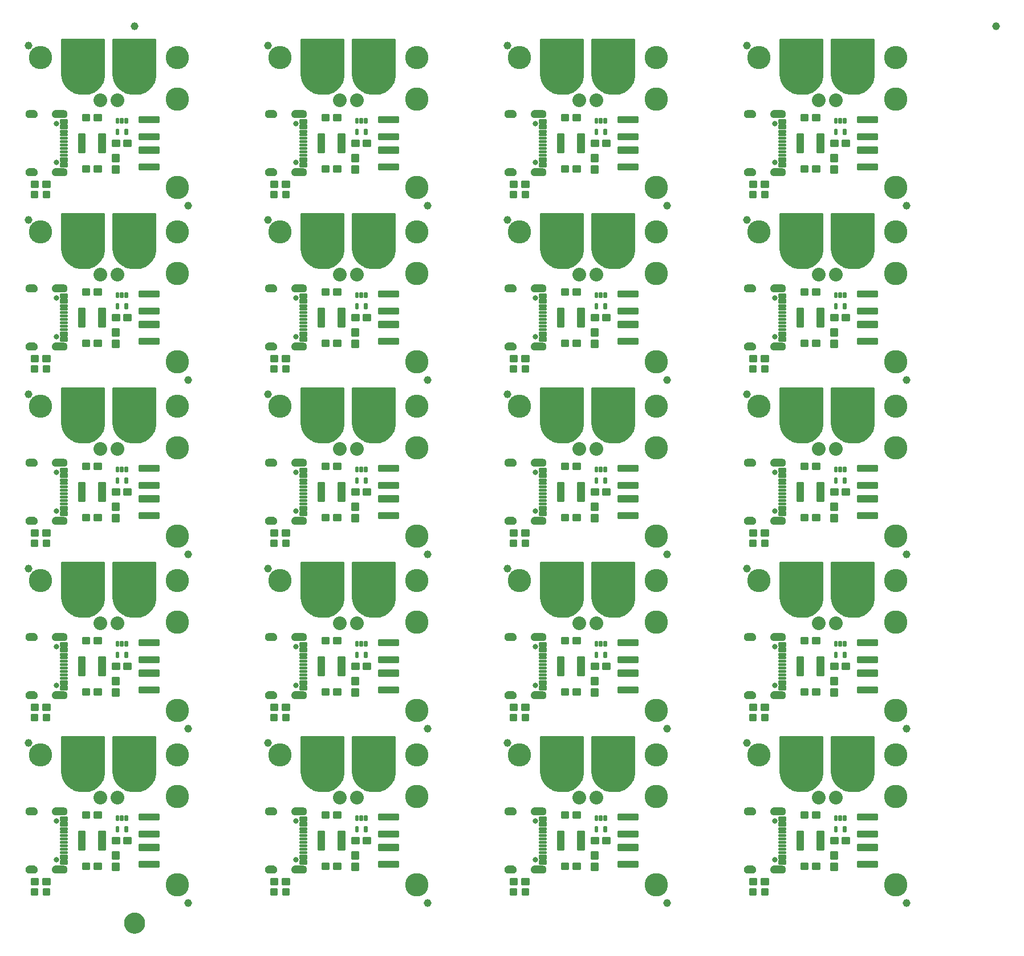
<source format=gts>
G04 EAGLE Gerber RS-274X export*
G75*
%MOMM*%
%FSLAX34Y34*%
%LPD*%
%INSoldermask Top*%
%IPPOS*%
%AMOC8*
5,1,8,0,0,1.08239X$1,22.5*%
G01*
%ADD10C,3.454400*%
%ADD11C,1.152400*%
%ADD12C,0.253525*%
%ADD13C,0.449434*%
%ADD14C,2.032000*%
%ADD15C,5.232400*%
%ADD16C,0.253344*%
%ADD17C,0.255816*%
%ADD18C,0.802400*%
%ADD19C,3.479800*%
%ADD20C,0.252575*%
%ADD21C,0.254103*%
%ADD22C,1.270000*%
%ADD23C,1.652400*%

G36*
X1159907Y1209693D02*
X1159907Y1209693D01*
X1163946Y1210152D01*
X1163956Y1210155D01*
X1163965Y1210155D01*
X1164123Y1210185D01*
X1168057Y1211211D01*
X1168066Y1211215D01*
X1168076Y1211216D01*
X1168228Y1211269D01*
X1171977Y1212841D01*
X1171985Y1212846D01*
X1171994Y1212848D01*
X1172137Y1212922D01*
X1175626Y1215009D01*
X1175634Y1215015D01*
X1175643Y1215019D01*
X1175774Y1215112D01*
X1178932Y1217672D01*
X1178939Y1217679D01*
X1178947Y1217684D01*
X1179064Y1217795D01*
X1181828Y1220776D01*
X1181833Y1220784D01*
X1181841Y1220790D01*
X1181941Y1220916D01*
X1184255Y1224258D01*
X1184260Y1224267D01*
X1184266Y1224274D01*
X1184347Y1224413D01*
X1186165Y1228049D01*
X1186169Y1228058D01*
X1186174Y1228066D01*
X1186234Y1228216D01*
X1187520Y1232072D01*
X1187522Y1232082D01*
X1187526Y1232091D01*
X1187565Y1232247D01*
X1188291Y1236247D01*
X1188292Y1236256D01*
X1188295Y1236265D01*
X1188311Y1236426D01*
X1188464Y1240488D01*
X1188463Y1240502D01*
X1188465Y1240536D01*
X1188465Y1291336D01*
X1188450Y1291454D01*
X1188443Y1291573D01*
X1188430Y1291611D01*
X1188425Y1291652D01*
X1188382Y1291762D01*
X1188345Y1291875D01*
X1188323Y1291910D01*
X1188308Y1291947D01*
X1188239Y1292043D01*
X1188175Y1292144D01*
X1188145Y1292172D01*
X1188122Y1292205D01*
X1188030Y1292281D01*
X1187943Y1292362D01*
X1187908Y1292382D01*
X1187877Y1292407D01*
X1187769Y1292458D01*
X1187665Y1292516D01*
X1187625Y1292526D01*
X1187589Y1292543D01*
X1187472Y1292565D01*
X1187357Y1292595D01*
X1187297Y1292599D01*
X1187277Y1292603D01*
X1187256Y1292601D01*
X1187196Y1292605D01*
X1124204Y1292605D01*
X1124086Y1292590D01*
X1123967Y1292583D01*
X1123929Y1292570D01*
X1123888Y1292565D01*
X1123778Y1292522D01*
X1123665Y1292485D01*
X1123630Y1292463D01*
X1123593Y1292448D01*
X1123497Y1292379D01*
X1123396Y1292315D01*
X1123368Y1292285D01*
X1123335Y1292262D01*
X1123260Y1292170D01*
X1123178Y1292083D01*
X1123158Y1292048D01*
X1123133Y1292017D01*
X1123082Y1291909D01*
X1123024Y1291805D01*
X1123014Y1291765D01*
X1122997Y1291729D01*
X1122975Y1291612D01*
X1122945Y1291497D01*
X1122941Y1291437D01*
X1122937Y1291417D01*
X1122939Y1291396D01*
X1122935Y1291336D01*
X1122935Y1239520D01*
X1122935Y1239515D01*
X1122944Y1239365D01*
X1123466Y1235115D01*
X1123469Y1235105D01*
X1123469Y1235095D01*
X1123501Y1234938D01*
X1124623Y1230805D01*
X1124626Y1230796D01*
X1124628Y1230786D01*
X1124682Y1230634D01*
X1126380Y1226704D01*
X1126386Y1226695D01*
X1126389Y1226685D01*
X1126464Y1226543D01*
X1128704Y1222894D01*
X1128711Y1222886D01*
X1128715Y1222877D01*
X1128810Y1222747D01*
X1131547Y1219454D01*
X1131554Y1219447D01*
X1131560Y1219438D01*
X1131672Y1219323D01*
X1134850Y1216453D01*
X1134858Y1216447D01*
X1134865Y1216439D01*
X1134992Y1216341D01*
X1138546Y1213953D01*
X1138555Y1213948D01*
X1138563Y1213942D01*
X1138703Y1213863D01*
X1142561Y1212004D01*
X1142570Y1212001D01*
X1142579Y1211995D01*
X1142729Y1211937D01*
X1146812Y1210647D01*
X1146822Y1210645D01*
X1146831Y1210641D01*
X1146988Y1210604D01*
X1151213Y1209908D01*
X1151223Y1209907D01*
X1151232Y1209905D01*
X1151393Y1209891D01*
X1155667Y1209803D01*
X1159727Y1209686D01*
X1159737Y1209687D01*
X1159746Y1209685D01*
X1159907Y1209693D01*
G37*
G36*
X169307Y1209693D02*
X169307Y1209693D01*
X173346Y1210152D01*
X173356Y1210155D01*
X173365Y1210155D01*
X173523Y1210185D01*
X177457Y1211211D01*
X177466Y1211215D01*
X177476Y1211216D01*
X177628Y1211269D01*
X181377Y1212841D01*
X181385Y1212846D01*
X181394Y1212848D01*
X181537Y1212922D01*
X185026Y1215009D01*
X185034Y1215015D01*
X185043Y1215019D01*
X185174Y1215112D01*
X188332Y1217672D01*
X188339Y1217679D01*
X188347Y1217684D01*
X188464Y1217795D01*
X191228Y1220776D01*
X191233Y1220784D01*
X191241Y1220790D01*
X191341Y1220916D01*
X193655Y1224258D01*
X193660Y1224267D01*
X193666Y1224274D01*
X193747Y1224413D01*
X195565Y1228049D01*
X195569Y1228058D01*
X195574Y1228066D01*
X195634Y1228216D01*
X196920Y1232072D01*
X196922Y1232082D01*
X196926Y1232091D01*
X196965Y1232247D01*
X197691Y1236247D01*
X197692Y1236256D01*
X197695Y1236265D01*
X197711Y1236426D01*
X197864Y1240488D01*
X197863Y1240502D01*
X197865Y1240536D01*
X197865Y1291336D01*
X197850Y1291454D01*
X197843Y1291573D01*
X197830Y1291611D01*
X197825Y1291652D01*
X197782Y1291762D01*
X197745Y1291875D01*
X197723Y1291910D01*
X197708Y1291947D01*
X197639Y1292043D01*
X197575Y1292144D01*
X197545Y1292172D01*
X197522Y1292205D01*
X197430Y1292281D01*
X197343Y1292362D01*
X197308Y1292382D01*
X197277Y1292407D01*
X197169Y1292458D01*
X197065Y1292516D01*
X197025Y1292526D01*
X196989Y1292543D01*
X196872Y1292565D01*
X196757Y1292595D01*
X196697Y1292599D01*
X196677Y1292603D01*
X196656Y1292601D01*
X196596Y1292605D01*
X133604Y1292605D01*
X133486Y1292590D01*
X133367Y1292583D01*
X133329Y1292570D01*
X133288Y1292565D01*
X133178Y1292522D01*
X133065Y1292485D01*
X133030Y1292463D01*
X132993Y1292448D01*
X132897Y1292379D01*
X132796Y1292315D01*
X132768Y1292285D01*
X132735Y1292262D01*
X132660Y1292170D01*
X132578Y1292083D01*
X132558Y1292048D01*
X132533Y1292017D01*
X132482Y1291909D01*
X132424Y1291805D01*
X132414Y1291765D01*
X132397Y1291729D01*
X132375Y1291612D01*
X132345Y1291497D01*
X132341Y1291437D01*
X132337Y1291417D01*
X132339Y1291396D01*
X132335Y1291336D01*
X132335Y1239520D01*
X132335Y1239515D01*
X132344Y1239365D01*
X132866Y1235115D01*
X132869Y1235105D01*
X132869Y1235095D01*
X132901Y1234938D01*
X134023Y1230805D01*
X134026Y1230796D01*
X134028Y1230786D01*
X134082Y1230634D01*
X135780Y1226704D01*
X135786Y1226695D01*
X135789Y1226685D01*
X135864Y1226543D01*
X138104Y1222894D01*
X138111Y1222886D01*
X138115Y1222877D01*
X138210Y1222747D01*
X140947Y1219454D01*
X140954Y1219447D01*
X140960Y1219438D01*
X141072Y1219323D01*
X144250Y1216453D01*
X144258Y1216447D01*
X144265Y1216439D01*
X144392Y1216341D01*
X147946Y1213953D01*
X147955Y1213948D01*
X147963Y1213942D01*
X148103Y1213863D01*
X151961Y1212004D01*
X151970Y1212001D01*
X151979Y1211995D01*
X152129Y1211937D01*
X156212Y1210647D01*
X156222Y1210645D01*
X156231Y1210641D01*
X156388Y1210604D01*
X160613Y1209908D01*
X160623Y1209907D01*
X160632Y1209905D01*
X160793Y1209891D01*
X165067Y1209803D01*
X169127Y1209686D01*
X169137Y1209687D01*
X169146Y1209685D01*
X169307Y1209693D01*
G37*
G36*
X1236107Y1209693D02*
X1236107Y1209693D01*
X1240146Y1210152D01*
X1240156Y1210155D01*
X1240165Y1210155D01*
X1240323Y1210185D01*
X1244257Y1211211D01*
X1244266Y1211215D01*
X1244276Y1211216D01*
X1244428Y1211269D01*
X1248177Y1212841D01*
X1248185Y1212846D01*
X1248194Y1212848D01*
X1248337Y1212922D01*
X1251826Y1215009D01*
X1251834Y1215015D01*
X1251843Y1215019D01*
X1251974Y1215112D01*
X1255132Y1217672D01*
X1255139Y1217679D01*
X1255147Y1217684D01*
X1255264Y1217795D01*
X1258028Y1220776D01*
X1258033Y1220784D01*
X1258041Y1220790D01*
X1258141Y1220916D01*
X1260455Y1224258D01*
X1260460Y1224267D01*
X1260466Y1224274D01*
X1260547Y1224413D01*
X1262365Y1228049D01*
X1262369Y1228058D01*
X1262374Y1228066D01*
X1262434Y1228216D01*
X1263720Y1232072D01*
X1263722Y1232082D01*
X1263726Y1232091D01*
X1263765Y1232247D01*
X1264491Y1236247D01*
X1264492Y1236256D01*
X1264495Y1236265D01*
X1264511Y1236426D01*
X1264664Y1240488D01*
X1264663Y1240502D01*
X1264665Y1240536D01*
X1264665Y1291336D01*
X1264650Y1291454D01*
X1264643Y1291573D01*
X1264630Y1291611D01*
X1264625Y1291652D01*
X1264582Y1291762D01*
X1264545Y1291875D01*
X1264523Y1291910D01*
X1264508Y1291947D01*
X1264439Y1292043D01*
X1264375Y1292144D01*
X1264345Y1292172D01*
X1264322Y1292205D01*
X1264230Y1292281D01*
X1264143Y1292362D01*
X1264108Y1292382D01*
X1264077Y1292407D01*
X1263969Y1292458D01*
X1263865Y1292516D01*
X1263825Y1292526D01*
X1263789Y1292543D01*
X1263672Y1292565D01*
X1263557Y1292595D01*
X1263497Y1292599D01*
X1263477Y1292603D01*
X1263456Y1292601D01*
X1263396Y1292605D01*
X1200404Y1292605D01*
X1200286Y1292590D01*
X1200167Y1292583D01*
X1200129Y1292570D01*
X1200088Y1292565D01*
X1199978Y1292522D01*
X1199865Y1292485D01*
X1199830Y1292463D01*
X1199793Y1292448D01*
X1199697Y1292379D01*
X1199596Y1292315D01*
X1199568Y1292285D01*
X1199535Y1292262D01*
X1199460Y1292170D01*
X1199378Y1292083D01*
X1199358Y1292048D01*
X1199333Y1292017D01*
X1199282Y1291909D01*
X1199224Y1291805D01*
X1199214Y1291765D01*
X1199197Y1291729D01*
X1199175Y1291612D01*
X1199145Y1291497D01*
X1199141Y1291437D01*
X1199137Y1291417D01*
X1199139Y1291396D01*
X1199135Y1291336D01*
X1199135Y1239520D01*
X1199135Y1239515D01*
X1199144Y1239365D01*
X1199666Y1235115D01*
X1199669Y1235105D01*
X1199669Y1235095D01*
X1199701Y1234938D01*
X1200823Y1230805D01*
X1200826Y1230796D01*
X1200828Y1230786D01*
X1200882Y1230634D01*
X1202580Y1226704D01*
X1202586Y1226695D01*
X1202589Y1226685D01*
X1202664Y1226543D01*
X1204904Y1222894D01*
X1204911Y1222886D01*
X1204915Y1222877D01*
X1205010Y1222747D01*
X1207747Y1219454D01*
X1207754Y1219447D01*
X1207760Y1219438D01*
X1207872Y1219323D01*
X1211050Y1216453D01*
X1211058Y1216447D01*
X1211065Y1216439D01*
X1211192Y1216341D01*
X1214746Y1213953D01*
X1214755Y1213948D01*
X1214763Y1213942D01*
X1214903Y1213863D01*
X1218761Y1212004D01*
X1218770Y1212001D01*
X1218779Y1211995D01*
X1218929Y1211937D01*
X1223012Y1210647D01*
X1223022Y1210645D01*
X1223031Y1210641D01*
X1223188Y1210604D01*
X1227413Y1209908D01*
X1227423Y1209907D01*
X1227432Y1209905D01*
X1227593Y1209891D01*
X1231867Y1209803D01*
X1235927Y1209686D01*
X1235937Y1209687D01*
X1235946Y1209685D01*
X1236107Y1209693D01*
G37*
G36*
X804307Y1209693D02*
X804307Y1209693D01*
X808346Y1210152D01*
X808356Y1210155D01*
X808365Y1210155D01*
X808523Y1210185D01*
X812457Y1211211D01*
X812466Y1211215D01*
X812476Y1211216D01*
X812628Y1211269D01*
X816377Y1212841D01*
X816385Y1212846D01*
X816394Y1212848D01*
X816537Y1212922D01*
X820026Y1215009D01*
X820034Y1215015D01*
X820043Y1215019D01*
X820174Y1215112D01*
X823332Y1217672D01*
X823339Y1217679D01*
X823347Y1217684D01*
X823464Y1217795D01*
X826228Y1220776D01*
X826233Y1220784D01*
X826241Y1220790D01*
X826341Y1220916D01*
X828655Y1224258D01*
X828660Y1224267D01*
X828666Y1224274D01*
X828747Y1224413D01*
X830565Y1228049D01*
X830569Y1228058D01*
X830574Y1228066D01*
X830634Y1228216D01*
X831920Y1232072D01*
X831922Y1232082D01*
X831926Y1232091D01*
X831965Y1232247D01*
X832691Y1236247D01*
X832692Y1236256D01*
X832695Y1236265D01*
X832711Y1236426D01*
X832864Y1240488D01*
X832863Y1240502D01*
X832865Y1240536D01*
X832865Y1291336D01*
X832850Y1291454D01*
X832843Y1291573D01*
X832830Y1291611D01*
X832825Y1291652D01*
X832782Y1291762D01*
X832745Y1291875D01*
X832723Y1291910D01*
X832708Y1291947D01*
X832639Y1292043D01*
X832575Y1292144D01*
X832545Y1292172D01*
X832522Y1292205D01*
X832430Y1292281D01*
X832343Y1292362D01*
X832308Y1292382D01*
X832277Y1292407D01*
X832169Y1292458D01*
X832065Y1292516D01*
X832025Y1292526D01*
X831989Y1292543D01*
X831872Y1292565D01*
X831757Y1292595D01*
X831697Y1292599D01*
X831677Y1292603D01*
X831656Y1292601D01*
X831596Y1292605D01*
X768604Y1292605D01*
X768486Y1292590D01*
X768367Y1292583D01*
X768329Y1292570D01*
X768288Y1292565D01*
X768178Y1292522D01*
X768065Y1292485D01*
X768030Y1292463D01*
X767993Y1292448D01*
X767897Y1292379D01*
X767796Y1292315D01*
X767768Y1292285D01*
X767735Y1292262D01*
X767660Y1292170D01*
X767578Y1292083D01*
X767558Y1292048D01*
X767533Y1292017D01*
X767482Y1291909D01*
X767424Y1291805D01*
X767414Y1291765D01*
X767397Y1291729D01*
X767375Y1291612D01*
X767345Y1291497D01*
X767341Y1291437D01*
X767337Y1291417D01*
X767339Y1291396D01*
X767335Y1291336D01*
X767335Y1239520D01*
X767335Y1239515D01*
X767344Y1239365D01*
X767866Y1235115D01*
X767869Y1235105D01*
X767869Y1235095D01*
X767901Y1234938D01*
X769023Y1230805D01*
X769026Y1230796D01*
X769028Y1230786D01*
X769082Y1230634D01*
X770780Y1226704D01*
X770786Y1226695D01*
X770789Y1226685D01*
X770864Y1226543D01*
X773104Y1222894D01*
X773111Y1222886D01*
X773115Y1222877D01*
X773210Y1222747D01*
X775947Y1219454D01*
X775954Y1219447D01*
X775960Y1219438D01*
X776072Y1219323D01*
X779250Y1216453D01*
X779258Y1216447D01*
X779265Y1216439D01*
X779392Y1216341D01*
X782946Y1213953D01*
X782955Y1213948D01*
X782963Y1213942D01*
X783103Y1213863D01*
X786961Y1212004D01*
X786970Y1212001D01*
X786979Y1211995D01*
X787129Y1211937D01*
X791212Y1210647D01*
X791222Y1210645D01*
X791231Y1210641D01*
X791388Y1210604D01*
X795613Y1209908D01*
X795623Y1209907D01*
X795632Y1209905D01*
X795793Y1209891D01*
X800067Y1209803D01*
X804127Y1209686D01*
X804137Y1209687D01*
X804146Y1209685D01*
X804307Y1209693D01*
G37*
G36*
X448707Y1209693D02*
X448707Y1209693D01*
X452746Y1210152D01*
X452756Y1210155D01*
X452765Y1210155D01*
X452923Y1210185D01*
X456857Y1211211D01*
X456866Y1211215D01*
X456876Y1211216D01*
X457028Y1211269D01*
X460777Y1212841D01*
X460785Y1212846D01*
X460794Y1212848D01*
X460937Y1212922D01*
X464426Y1215009D01*
X464434Y1215015D01*
X464443Y1215019D01*
X464574Y1215112D01*
X467732Y1217672D01*
X467739Y1217679D01*
X467747Y1217684D01*
X467864Y1217795D01*
X470628Y1220776D01*
X470633Y1220784D01*
X470641Y1220790D01*
X470741Y1220916D01*
X473055Y1224258D01*
X473060Y1224267D01*
X473066Y1224274D01*
X473147Y1224413D01*
X474965Y1228049D01*
X474969Y1228058D01*
X474974Y1228066D01*
X475034Y1228216D01*
X476320Y1232072D01*
X476322Y1232082D01*
X476326Y1232091D01*
X476365Y1232247D01*
X477091Y1236247D01*
X477092Y1236256D01*
X477095Y1236265D01*
X477111Y1236426D01*
X477264Y1240488D01*
X477263Y1240502D01*
X477265Y1240536D01*
X477265Y1291336D01*
X477250Y1291454D01*
X477243Y1291573D01*
X477230Y1291611D01*
X477225Y1291652D01*
X477182Y1291762D01*
X477145Y1291875D01*
X477123Y1291910D01*
X477108Y1291947D01*
X477039Y1292043D01*
X476975Y1292144D01*
X476945Y1292172D01*
X476922Y1292205D01*
X476830Y1292281D01*
X476743Y1292362D01*
X476708Y1292382D01*
X476677Y1292407D01*
X476569Y1292458D01*
X476465Y1292516D01*
X476425Y1292526D01*
X476389Y1292543D01*
X476272Y1292565D01*
X476157Y1292595D01*
X476097Y1292599D01*
X476077Y1292603D01*
X476056Y1292601D01*
X475996Y1292605D01*
X413004Y1292605D01*
X412886Y1292590D01*
X412767Y1292583D01*
X412729Y1292570D01*
X412688Y1292565D01*
X412578Y1292522D01*
X412465Y1292485D01*
X412430Y1292463D01*
X412393Y1292448D01*
X412297Y1292379D01*
X412196Y1292315D01*
X412168Y1292285D01*
X412135Y1292262D01*
X412060Y1292170D01*
X411978Y1292083D01*
X411958Y1292048D01*
X411933Y1292017D01*
X411882Y1291909D01*
X411824Y1291805D01*
X411814Y1291765D01*
X411797Y1291729D01*
X411775Y1291612D01*
X411745Y1291497D01*
X411741Y1291437D01*
X411737Y1291417D01*
X411739Y1291396D01*
X411735Y1291336D01*
X411735Y1239520D01*
X411735Y1239515D01*
X411744Y1239365D01*
X412266Y1235115D01*
X412269Y1235105D01*
X412269Y1235095D01*
X412301Y1234938D01*
X413423Y1230805D01*
X413426Y1230796D01*
X413428Y1230786D01*
X413482Y1230634D01*
X415180Y1226704D01*
X415186Y1226695D01*
X415189Y1226685D01*
X415264Y1226543D01*
X417504Y1222894D01*
X417511Y1222886D01*
X417515Y1222877D01*
X417610Y1222747D01*
X420347Y1219454D01*
X420354Y1219447D01*
X420360Y1219438D01*
X420472Y1219323D01*
X423650Y1216453D01*
X423658Y1216447D01*
X423665Y1216439D01*
X423792Y1216341D01*
X427346Y1213953D01*
X427355Y1213948D01*
X427363Y1213942D01*
X427503Y1213863D01*
X431361Y1212004D01*
X431370Y1212001D01*
X431379Y1211995D01*
X431529Y1211937D01*
X435612Y1210647D01*
X435622Y1210645D01*
X435631Y1210641D01*
X435788Y1210604D01*
X440013Y1209908D01*
X440023Y1209907D01*
X440032Y1209905D01*
X440193Y1209891D01*
X444467Y1209803D01*
X448527Y1209686D01*
X448537Y1209687D01*
X448546Y1209685D01*
X448707Y1209693D01*
G37*
G36*
X880507Y1209693D02*
X880507Y1209693D01*
X884546Y1210152D01*
X884556Y1210155D01*
X884565Y1210155D01*
X884723Y1210185D01*
X888657Y1211211D01*
X888666Y1211215D01*
X888676Y1211216D01*
X888828Y1211269D01*
X892577Y1212841D01*
X892585Y1212846D01*
X892594Y1212848D01*
X892737Y1212922D01*
X896226Y1215009D01*
X896234Y1215015D01*
X896243Y1215019D01*
X896374Y1215112D01*
X899532Y1217672D01*
X899539Y1217679D01*
X899547Y1217684D01*
X899664Y1217795D01*
X902428Y1220776D01*
X902433Y1220784D01*
X902441Y1220790D01*
X902541Y1220916D01*
X904855Y1224258D01*
X904860Y1224267D01*
X904866Y1224274D01*
X904947Y1224413D01*
X906765Y1228049D01*
X906769Y1228058D01*
X906774Y1228066D01*
X906834Y1228216D01*
X908120Y1232072D01*
X908122Y1232082D01*
X908126Y1232091D01*
X908165Y1232247D01*
X908891Y1236247D01*
X908892Y1236256D01*
X908895Y1236265D01*
X908911Y1236426D01*
X909064Y1240488D01*
X909063Y1240502D01*
X909065Y1240536D01*
X909065Y1291336D01*
X909050Y1291454D01*
X909043Y1291573D01*
X909030Y1291611D01*
X909025Y1291652D01*
X908982Y1291762D01*
X908945Y1291875D01*
X908923Y1291910D01*
X908908Y1291947D01*
X908839Y1292043D01*
X908775Y1292144D01*
X908745Y1292172D01*
X908722Y1292205D01*
X908630Y1292281D01*
X908543Y1292362D01*
X908508Y1292382D01*
X908477Y1292407D01*
X908369Y1292458D01*
X908265Y1292516D01*
X908225Y1292526D01*
X908189Y1292543D01*
X908072Y1292565D01*
X907957Y1292595D01*
X907897Y1292599D01*
X907877Y1292603D01*
X907856Y1292601D01*
X907796Y1292605D01*
X844804Y1292605D01*
X844686Y1292590D01*
X844567Y1292583D01*
X844529Y1292570D01*
X844488Y1292565D01*
X844378Y1292522D01*
X844265Y1292485D01*
X844230Y1292463D01*
X844193Y1292448D01*
X844097Y1292379D01*
X843996Y1292315D01*
X843968Y1292285D01*
X843935Y1292262D01*
X843860Y1292170D01*
X843778Y1292083D01*
X843758Y1292048D01*
X843733Y1292017D01*
X843682Y1291909D01*
X843624Y1291805D01*
X843614Y1291765D01*
X843597Y1291729D01*
X843575Y1291612D01*
X843545Y1291497D01*
X843541Y1291437D01*
X843537Y1291417D01*
X843539Y1291396D01*
X843535Y1291336D01*
X843535Y1239520D01*
X843535Y1239515D01*
X843544Y1239365D01*
X844066Y1235115D01*
X844069Y1235105D01*
X844069Y1235095D01*
X844101Y1234938D01*
X845223Y1230805D01*
X845226Y1230796D01*
X845228Y1230786D01*
X845282Y1230634D01*
X846980Y1226704D01*
X846986Y1226695D01*
X846989Y1226685D01*
X847064Y1226543D01*
X849304Y1222894D01*
X849311Y1222886D01*
X849315Y1222877D01*
X849410Y1222747D01*
X852147Y1219454D01*
X852154Y1219447D01*
X852160Y1219438D01*
X852272Y1219323D01*
X855450Y1216453D01*
X855458Y1216447D01*
X855465Y1216439D01*
X855592Y1216341D01*
X859146Y1213953D01*
X859155Y1213948D01*
X859163Y1213942D01*
X859303Y1213863D01*
X863161Y1212004D01*
X863170Y1212001D01*
X863179Y1211995D01*
X863329Y1211937D01*
X867412Y1210647D01*
X867422Y1210645D01*
X867431Y1210641D01*
X867588Y1210604D01*
X871813Y1209908D01*
X871823Y1209907D01*
X871832Y1209905D01*
X871993Y1209891D01*
X876267Y1209803D01*
X880327Y1209686D01*
X880337Y1209687D01*
X880346Y1209685D01*
X880507Y1209693D01*
G37*
G36*
X93107Y1209693D02*
X93107Y1209693D01*
X97146Y1210152D01*
X97156Y1210155D01*
X97165Y1210155D01*
X97323Y1210185D01*
X101257Y1211211D01*
X101266Y1211215D01*
X101276Y1211216D01*
X101428Y1211269D01*
X105177Y1212841D01*
X105185Y1212846D01*
X105194Y1212848D01*
X105337Y1212922D01*
X108826Y1215009D01*
X108834Y1215015D01*
X108843Y1215019D01*
X108974Y1215112D01*
X112132Y1217672D01*
X112139Y1217679D01*
X112147Y1217684D01*
X112264Y1217795D01*
X115028Y1220776D01*
X115033Y1220784D01*
X115041Y1220790D01*
X115141Y1220916D01*
X117455Y1224258D01*
X117460Y1224267D01*
X117466Y1224274D01*
X117547Y1224413D01*
X119365Y1228049D01*
X119369Y1228058D01*
X119374Y1228066D01*
X119434Y1228216D01*
X120720Y1232072D01*
X120722Y1232082D01*
X120726Y1232091D01*
X120765Y1232247D01*
X121491Y1236247D01*
X121492Y1236256D01*
X121495Y1236265D01*
X121511Y1236426D01*
X121664Y1240488D01*
X121663Y1240502D01*
X121665Y1240536D01*
X121665Y1291336D01*
X121650Y1291454D01*
X121643Y1291573D01*
X121630Y1291611D01*
X121625Y1291652D01*
X121582Y1291762D01*
X121545Y1291875D01*
X121523Y1291910D01*
X121508Y1291947D01*
X121439Y1292043D01*
X121375Y1292144D01*
X121345Y1292172D01*
X121322Y1292205D01*
X121230Y1292281D01*
X121143Y1292362D01*
X121108Y1292382D01*
X121077Y1292407D01*
X120969Y1292458D01*
X120865Y1292516D01*
X120825Y1292526D01*
X120789Y1292543D01*
X120672Y1292565D01*
X120557Y1292595D01*
X120497Y1292599D01*
X120477Y1292603D01*
X120456Y1292601D01*
X120396Y1292605D01*
X57404Y1292605D01*
X57286Y1292590D01*
X57167Y1292583D01*
X57129Y1292570D01*
X57088Y1292565D01*
X56978Y1292522D01*
X56865Y1292485D01*
X56830Y1292463D01*
X56793Y1292448D01*
X56697Y1292379D01*
X56596Y1292315D01*
X56568Y1292285D01*
X56535Y1292262D01*
X56460Y1292170D01*
X56378Y1292083D01*
X56358Y1292048D01*
X56333Y1292017D01*
X56282Y1291909D01*
X56224Y1291805D01*
X56214Y1291765D01*
X56197Y1291729D01*
X56175Y1291612D01*
X56145Y1291497D01*
X56141Y1291437D01*
X56137Y1291417D01*
X56139Y1291396D01*
X56135Y1291336D01*
X56135Y1239520D01*
X56135Y1239515D01*
X56144Y1239365D01*
X56666Y1235115D01*
X56669Y1235105D01*
X56669Y1235095D01*
X56701Y1234938D01*
X57823Y1230805D01*
X57826Y1230796D01*
X57828Y1230786D01*
X57882Y1230634D01*
X59580Y1226704D01*
X59586Y1226695D01*
X59589Y1226685D01*
X59664Y1226543D01*
X61904Y1222894D01*
X61911Y1222886D01*
X61915Y1222877D01*
X62010Y1222747D01*
X64747Y1219454D01*
X64754Y1219447D01*
X64760Y1219438D01*
X64872Y1219323D01*
X68050Y1216453D01*
X68058Y1216447D01*
X68065Y1216439D01*
X68192Y1216341D01*
X71746Y1213953D01*
X71755Y1213948D01*
X71763Y1213942D01*
X71903Y1213863D01*
X75761Y1212004D01*
X75770Y1212001D01*
X75779Y1211995D01*
X75929Y1211937D01*
X80012Y1210647D01*
X80022Y1210645D01*
X80031Y1210641D01*
X80188Y1210604D01*
X84413Y1209908D01*
X84423Y1209907D01*
X84432Y1209905D01*
X84593Y1209891D01*
X88867Y1209803D01*
X92927Y1209686D01*
X92937Y1209687D01*
X92946Y1209685D01*
X93107Y1209693D01*
G37*
G36*
X524907Y1209693D02*
X524907Y1209693D01*
X528946Y1210152D01*
X528956Y1210155D01*
X528965Y1210155D01*
X529123Y1210185D01*
X533057Y1211211D01*
X533066Y1211215D01*
X533076Y1211216D01*
X533228Y1211269D01*
X536977Y1212841D01*
X536985Y1212846D01*
X536994Y1212848D01*
X537137Y1212922D01*
X540626Y1215009D01*
X540634Y1215015D01*
X540643Y1215019D01*
X540774Y1215112D01*
X543932Y1217672D01*
X543939Y1217679D01*
X543947Y1217684D01*
X544064Y1217795D01*
X546828Y1220776D01*
X546833Y1220784D01*
X546841Y1220790D01*
X546941Y1220916D01*
X549255Y1224258D01*
X549260Y1224267D01*
X549266Y1224274D01*
X549347Y1224413D01*
X551165Y1228049D01*
X551169Y1228058D01*
X551174Y1228066D01*
X551234Y1228216D01*
X552520Y1232072D01*
X552522Y1232082D01*
X552526Y1232091D01*
X552565Y1232247D01*
X553291Y1236247D01*
X553292Y1236256D01*
X553295Y1236265D01*
X553311Y1236426D01*
X553464Y1240488D01*
X553463Y1240502D01*
X553465Y1240536D01*
X553465Y1291336D01*
X553450Y1291454D01*
X553443Y1291573D01*
X553430Y1291611D01*
X553425Y1291652D01*
X553382Y1291762D01*
X553345Y1291875D01*
X553323Y1291910D01*
X553308Y1291947D01*
X553239Y1292043D01*
X553175Y1292144D01*
X553145Y1292172D01*
X553122Y1292205D01*
X553030Y1292281D01*
X552943Y1292362D01*
X552908Y1292382D01*
X552877Y1292407D01*
X552769Y1292458D01*
X552665Y1292516D01*
X552625Y1292526D01*
X552589Y1292543D01*
X552472Y1292565D01*
X552357Y1292595D01*
X552297Y1292599D01*
X552277Y1292603D01*
X552256Y1292601D01*
X552196Y1292605D01*
X489204Y1292605D01*
X489086Y1292590D01*
X488967Y1292583D01*
X488929Y1292570D01*
X488888Y1292565D01*
X488778Y1292522D01*
X488665Y1292485D01*
X488630Y1292463D01*
X488593Y1292448D01*
X488497Y1292379D01*
X488396Y1292315D01*
X488368Y1292285D01*
X488335Y1292262D01*
X488260Y1292170D01*
X488178Y1292083D01*
X488158Y1292048D01*
X488133Y1292017D01*
X488082Y1291909D01*
X488024Y1291805D01*
X488014Y1291765D01*
X487997Y1291729D01*
X487975Y1291612D01*
X487945Y1291497D01*
X487941Y1291437D01*
X487937Y1291417D01*
X487939Y1291396D01*
X487935Y1291336D01*
X487935Y1239520D01*
X487935Y1239515D01*
X487944Y1239365D01*
X488466Y1235115D01*
X488469Y1235105D01*
X488469Y1235095D01*
X488501Y1234938D01*
X489623Y1230805D01*
X489626Y1230796D01*
X489628Y1230786D01*
X489682Y1230634D01*
X491380Y1226704D01*
X491386Y1226695D01*
X491389Y1226685D01*
X491464Y1226543D01*
X493704Y1222894D01*
X493711Y1222886D01*
X493715Y1222877D01*
X493810Y1222747D01*
X496547Y1219454D01*
X496554Y1219447D01*
X496560Y1219438D01*
X496672Y1219323D01*
X499850Y1216453D01*
X499858Y1216447D01*
X499865Y1216439D01*
X499992Y1216341D01*
X503546Y1213953D01*
X503555Y1213948D01*
X503563Y1213942D01*
X503703Y1213863D01*
X507561Y1212004D01*
X507570Y1212001D01*
X507579Y1211995D01*
X507729Y1211937D01*
X511812Y1210647D01*
X511822Y1210645D01*
X511831Y1210641D01*
X511988Y1210604D01*
X516213Y1209908D01*
X516223Y1209907D01*
X516232Y1209905D01*
X516393Y1209891D01*
X520667Y1209803D01*
X524727Y1209686D01*
X524737Y1209687D01*
X524746Y1209685D01*
X524907Y1209693D01*
G37*
G36*
X1236107Y691533D02*
X1236107Y691533D01*
X1240146Y691992D01*
X1240156Y691995D01*
X1240165Y691995D01*
X1240323Y692025D01*
X1244257Y693051D01*
X1244266Y693055D01*
X1244276Y693056D01*
X1244428Y693109D01*
X1248177Y694681D01*
X1248185Y694686D01*
X1248194Y694688D01*
X1248337Y694762D01*
X1251826Y696849D01*
X1251834Y696855D01*
X1251843Y696859D01*
X1251974Y696952D01*
X1255132Y699512D01*
X1255139Y699519D01*
X1255147Y699524D01*
X1255264Y699635D01*
X1258028Y702616D01*
X1258033Y702624D01*
X1258041Y702630D01*
X1258141Y702756D01*
X1260455Y706098D01*
X1260460Y706107D01*
X1260466Y706114D01*
X1260547Y706253D01*
X1262365Y709889D01*
X1262369Y709898D01*
X1262374Y709906D01*
X1262434Y710056D01*
X1263720Y713912D01*
X1263722Y713922D01*
X1263726Y713931D01*
X1263765Y714087D01*
X1264491Y718087D01*
X1264492Y718096D01*
X1264495Y718105D01*
X1264511Y718266D01*
X1264664Y722328D01*
X1264663Y722342D01*
X1264665Y722376D01*
X1264665Y773176D01*
X1264650Y773294D01*
X1264643Y773413D01*
X1264630Y773451D01*
X1264625Y773492D01*
X1264582Y773602D01*
X1264545Y773715D01*
X1264523Y773750D01*
X1264508Y773787D01*
X1264439Y773883D01*
X1264375Y773984D01*
X1264345Y774012D01*
X1264322Y774045D01*
X1264230Y774121D01*
X1264143Y774202D01*
X1264108Y774222D01*
X1264077Y774247D01*
X1263969Y774298D01*
X1263865Y774356D01*
X1263825Y774366D01*
X1263789Y774383D01*
X1263672Y774405D01*
X1263557Y774435D01*
X1263497Y774439D01*
X1263477Y774443D01*
X1263456Y774441D01*
X1263396Y774445D01*
X1200404Y774445D01*
X1200286Y774430D01*
X1200167Y774423D01*
X1200129Y774410D01*
X1200088Y774405D01*
X1199978Y774362D01*
X1199865Y774325D01*
X1199830Y774303D01*
X1199793Y774288D01*
X1199697Y774219D01*
X1199596Y774155D01*
X1199568Y774125D01*
X1199535Y774102D01*
X1199460Y774010D01*
X1199378Y773923D01*
X1199358Y773888D01*
X1199333Y773857D01*
X1199282Y773749D01*
X1199224Y773645D01*
X1199214Y773605D01*
X1199197Y773569D01*
X1199175Y773452D01*
X1199145Y773337D01*
X1199141Y773277D01*
X1199137Y773257D01*
X1199139Y773236D01*
X1199135Y773176D01*
X1199135Y721360D01*
X1199135Y721355D01*
X1199144Y721205D01*
X1199666Y716955D01*
X1199669Y716945D01*
X1199669Y716935D01*
X1199701Y716778D01*
X1200823Y712645D01*
X1200826Y712636D01*
X1200828Y712626D01*
X1200882Y712474D01*
X1202580Y708544D01*
X1202586Y708535D01*
X1202589Y708525D01*
X1202664Y708383D01*
X1204904Y704734D01*
X1204911Y704726D01*
X1204915Y704717D01*
X1205010Y704587D01*
X1207747Y701294D01*
X1207754Y701287D01*
X1207760Y701278D01*
X1207872Y701163D01*
X1211050Y698293D01*
X1211058Y698287D01*
X1211065Y698279D01*
X1211192Y698181D01*
X1214746Y695793D01*
X1214755Y695788D01*
X1214763Y695782D01*
X1214903Y695703D01*
X1218761Y693844D01*
X1218770Y693841D01*
X1218779Y693835D01*
X1218929Y693777D01*
X1223012Y692487D01*
X1223022Y692485D01*
X1223031Y692481D01*
X1223188Y692444D01*
X1227413Y691748D01*
X1227423Y691747D01*
X1227432Y691745D01*
X1227593Y691731D01*
X1231867Y691643D01*
X1235927Y691526D01*
X1235937Y691527D01*
X1235946Y691525D01*
X1236107Y691533D01*
G37*
G36*
X1236107Y432453D02*
X1236107Y432453D01*
X1240146Y432912D01*
X1240156Y432915D01*
X1240165Y432915D01*
X1240323Y432945D01*
X1244257Y433971D01*
X1244266Y433975D01*
X1244276Y433976D01*
X1244428Y434029D01*
X1248177Y435601D01*
X1248185Y435606D01*
X1248194Y435608D01*
X1248337Y435682D01*
X1251826Y437769D01*
X1251834Y437775D01*
X1251843Y437779D01*
X1251974Y437872D01*
X1255132Y440432D01*
X1255139Y440439D01*
X1255147Y440444D01*
X1255264Y440555D01*
X1258028Y443536D01*
X1258033Y443544D01*
X1258041Y443550D01*
X1258141Y443676D01*
X1260455Y447018D01*
X1260460Y447027D01*
X1260466Y447034D01*
X1260547Y447173D01*
X1262365Y450809D01*
X1262369Y450818D01*
X1262374Y450826D01*
X1262434Y450976D01*
X1263720Y454832D01*
X1263722Y454842D01*
X1263726Y454851D01*
X1263765Y455007D01*
X1264491Y459007D01*
X1264492Y459016D01*
X1264495Y459025D01*
X1264511Y459186D01*
X1264664Y463248D01*
X1264663Y463262D01*
X1264665Y463296D01*
X1264665Y514096D01*
X1264650Y514214D01*
X1264643Y514333D01*
X1264630Y514371D01*
X1264625Y514412D01*
X1264582Y514522D01*
X1264545Y514635D01*
X1264523Y514670D01*
X1264508Y514707D01*
X1264439Y514803D01*
X1264375Y514904D01*
X1264345Y514932D01*
X1264322Y514965D01*
X1264230Y515041D01*
X1264143Y515122D01*
X1264108Y515142D01*
X1264077Y515167D01*
X1263969Y515218D01*
X1263865Y515276D01*
X1263825Y515286D01*
X1263789Y515303D01*
X1263672Y515325D01*
X1263557Y515355D01*
X1263497Y515359D01*
X1263477Y515363D01*
X1263456Y515361D01*
X1263396Y515365D01*
X1200404Y515365D01*
X1200286Y515350D01*
X1200167Y515343D01*
X1200129Y515330D01*
X1200088Y515325D01*
X1199978Y515282D01*
X1199865Y515245D01*
X1199830Y515223D01*
X1199793Y515208D01*
X1199697Y515139D01*
X1199596Y515075D01*
X1199568Y515045D01*
X1199535Y515022D01*
X1199460Y514930D01*
X1199378Y514843D01*
X1199358Y514808D01*
X1199333Y514777D01*
X1199282Y514669D01*
X1199224Y514565D01*
X1199214Y514525D01*
X1199197Y514489D01*
X1199175Y514372D01*
X1199145Y514257D01*
X1199141Y514197D01*
X1199137Y514177D01*
X1199139Y514156D01*
X1199135Y514096D01*
X1199135Y462280D01*
X1199135Y462275D01*
X1199144Y462125D01*
X1199666Y457875D01*
X1199669Y457865D01*
X1199669Y457855D01*
X1199701Y457698D01*
X1200823Y453565D01*
X1200826Y453556D01*
X1200828Y453546D01*
X1200882Y453394D01*
X1202580Y449464D01*
X1202586Y449455D01*
X1202589Y449445D01*
X1202664Y449303D01*
X1204904Y445654D01*
X1204911Y445646D01*
X1204915Y445637D01*
X1205010Y445507D01*
X1207747Y442214D01*
X1207754Y442207D01*
X1207760Y442198D01*
X1207872Y442083D01*
X1211050Y439213D01*
X1211058Y439207D01*
X1211065Y439199D01*
X1211192Y439101D01*
X1214746Y436713D01*
X1214755Y436708D01*
X1214763Y436702D01*
X1214903Y436623D01*
X1218761Y434764D01*
X1218770Y434761D01*
X1218779Y434755D01*
X1218929Y434697D01*
X1223012Y433407D01*
X1223022Y433405D01*
X1223031Y433401D01*
X1223188Y433364D01*
X1227413Y432668D01*
X1227423Y432667D01*
X1227432Y432665D01*
X1227593Y432651D01*
X1231867Y432563D01*
X1235927Y432446D01*
X1235937Y432447D01*
X1235946Y432445D01*
X1236107Y432453D01*
G37*
G36*
X448707Y432453D02*
X448707Y432453D01*
X452746Y432912D01*
X452756Y432915D01*
X452765Y432915D01*
X452923Y432945D01*
X456857Y433971D01*
X456866Y433975D01*
X456876Y433976D01*
X457028Y434029D01*
X460777Y435601D01*
X460785Y435606D01*
X460794Y435608D01*
X460937Y435682D01*
X464426Y437769D01*
X464434Y437775D01*
X464443Y437779D01*
X464574Y437872D01*
X467732Y440432D01*
X467739Y440439D01*
X467747Y440444D01*
X467864Y440555D01*
X470628Y443536D01*
X470633Y443544D01*
X470641Y443550D01*
X470741Y443676D01*
X473055Y447018D01*
X473060Y447027D01*
X473066Y447034D01*
X473147Y447173D01*
X474965Y450809D01*
X474969Y450818D01*
X474974Y450826D01*
X475034Y450976D01*
X476320Y454832D01*
X476322Y454842D01*
X476326Y454851D01*
X476365Y455007D01*
X477091Y459007D01*
X477092Y459016D01*
X477095Y459025D01*
X477111Y459186D01*
X477264Y463248D01*
X477263Y463262D01*
X477265Y463296D01*
X477265Y514096D01*
X477250Y514214D01*
X477243Y514333D01*
X477230Y514371D01*
X477225Y514412D01*
X477182Y514522D01*
X477145Y514635D01*
X477123Y514670D01*
X477108Y514707D01*
X477039Y514803D01*
X476975Y514904D01*
X476945Y514932D01*
X476922Y514965D01*
X476830Y515041D01*
X476743Y515122D01*
X476708Y515142D01*
X476677Y515167D01*
X476569Y515218D01*
X476465Y515276D01*
X476425Y515286D01*
X476389Y515303D01*
X476272Y515325D01*
X476157Y515355D01*
X476097Y515359D01*
X476077Y515363D01*
X476056Y515361D01*
X475996Y515365D01*
X413004Y515365D01*
X412886Y515350D01*
X412767Y515343D01*
X412729Y515330D01*
X412688Y515325D01*
X412578Y515282D01*
X412465Y515245D01*
X412430Y515223D01*
X412393Y515208D01*
X412297Y515139D01*
X412196Y515075D01*
X412168Y515045D01*
X412135Y515022D01*
X412060Y514930D01*
X411978Y514843D01*
X411958Y514808D01*
X411933Y514777D01*
X411882Y514669D01*
X411824Y514565D01*
X411814Y514525D01*
X411797Y514489D01*
X411775Y514372D01*
X411745Y514257D01*
X411741Y514197D01*
X411737Y514177D01*
X411739Y514156D01*
X411735Y514096D01*
X411735Y462280D01*
X411735Y462275D01*
X411744Y462125D01*
X412266Y457875D01*
X412269Y457865D01*
X412269Y457855D01*
X412301Y457698D01*
X413423Y453565D01*
X413426Y453556D01*
X413428Y453546D01*
X413482Y453394D01*
X415180Y449464D01*
X415186Y449455D01*
X415189Y449445D01*
X415264Y449303D01*
X417504Y445654D01*
X417511Y445646D01*
X417515Y445637D01*
X417610Y445507D01*
X420347Y442214D01*
X420354Y442207D01*
X420360Y442198D01*
X420472Y442083D01*
X423650Y439213D01*
X423658Y439207D01*
X423665Y439199D01*
X423792Y439101D01*
X427346Y436713D01*
X427355Y436708D01*
X427363Y436702D01*
X427503Y436623D01*
X431361Y434764D01*
X431370Y434761D01*
X431379Y434755D01*
X431529Y434697D01*
X435612Y433407D01*
X435622Y433405D01*
X435631Y433401D01*
X435788Y433364D01*
X440013Y432668D01*
X440023Y432667D01*
X440032Y432665D01*
X440193Y432651D01*
X444467Y432563D01*
X448527Y432446D01*
X448537Y432447D01*
X448546Y432445D01*
X448707Y432453D01*
G37*
G36*
X804307Y432453D02*
X804307Y432453D01*
X808346Y432912D01*
X808356Y432915D01*
X808365Y432915D01*
X808523Y432945D01*
X812457Y433971D01*
X812466Y433975D01*
X812476Y433976D01*
X812628Y434029D01*
X816377Y435601D01*
X816385Y435606D01*
X816394Y435608D01*
X816537Y435682D01*
X820026Y437769D01*
X820034Y437775D01*
X820043Y437779D01*
X820174Y437872D01*
X823332Y440432D01*
X823339Y440439D01*
X823347Y440444D01*
X823464Y440555D01*
X826228Y443536D01*
X826233Y443544D01*
X826241Y443550D01*
X826341Y443676D01*
X828655Y447018D01*
X828660Y447027D01*
X828666Y447034D01*
X828747Y447173D01*
X830565Y450809D01*
X830569Y450818D01*
X830574Y450826D01*
X830634Y450976D01*
X831920Y454832D01*
X831922Y454842D01*
X831926Y454851D01*
X831965Y455007D01*
X832691Y459007D01*
X832692Y459016D01*
X832695Y459025D01*
X832711Y459186D01*
X832864Y463248D01*
X832863Y463262D01*
X832865Y463296D01*
X832865Y514096D01*
X832850Y514214D01*
X832843Y514333D01*
X832830Y514371D01*
X832825Y514412D01*
X832782Y514522D01*
X832745Y514635D01*
X832723Y514670D01*
X832708Y514707D01*
X832639Y514803D01*
X832575Y514904D01*
X832545Y514932D01*
X832522Y514965D01*
X832430Y515041D01*
X832343Y515122D01*
X832308Y515142D01*
X832277Y515167D01*
X832169Y515218D01*
X832065Y515276D01*
X832025Y515286D01*
X831989Y515303D01*
X831872Y515325D01*
X831757Y515355D01*
X831697Y515359D01*
X831677Y515363D01*
X831656Y515361D01*
X831596Y515365D01*
X768604Y515365D01*
X768486Y515350D01*
X768367Y515343D01*
X768329Y515330D01*
X768288Y515325D01*
X768178Y515282D01*
X768065Y515245D01*
X768030Y515223D01*
X767993Y515208D01*
X767897Y515139D01*
X767796Y515075D01*
X767768Y515045D01*
X767735Y515022D01*
X767660Y514930D01*
X767578Y514843D01*
X767558Y514808D01*
X767533Y514777D01*
X767482Y514669D01*
X767424Y514565D01*
X767414Y514525D01*
X767397Y514489D01*
X767375Y514372D01*
X767345Y514257D01*
X767341Y514197D01*
X767337Y514177D01*
X767339Y514156D01*
X767335Y514096D01*
X767335Y462280D01*
X767335Y462275D01*
X767344Y462125D01*
X767866Y457875D01*
X767869Y457865D01*
X767869Y457855D01*
X767901Y457698D01*
X769023Y453565D01*
X769026Y453556D01*
X769028Y453546D01*
X769082Y453394D01*
X770780Y449464D01*
X770786Y449455D01*
X770789Y449445D01*
X770864Y449303D01*
X773104Y445654D01*
X773111Y445646D01*
X773115Y445637D01*
X773210Y445507D01*
X775947Y442214D01*
X775954Y442207D01*
X775960Y442198D01*
X776072Y442083D01*
X779250Y439213D01*
X779258Y439207D01*
X779265Y439199D01*
X779392Y439101D01*
X782946Y436713D01*
X782955Y436708D01*
X782963Y436702D01*
X783103Y436623D01*
X786961Y434764D01*
X786970Y434761D01*
X786979Y434755D01*
X787129Y434697D01*
X791212Y433407D01*
X791222Y433405D01*
X791231Y433401D01*
X791388Y433364D01*
X795613Y432668D01*
X795623Y432667D01*
X795632Y432665D01*
X795793Y432651D01*
X800067Y432563D01*
X804127Y432446D01*
X804137Y432447D01*
X804146Y432445D01*
X804307Y432453D01*
G37*
G36*
X448707Y691533D02*
X448707Y691533D01*
X452746Y691992D01*
X452756Y691995D01*
X452765Y691995D01*
X452923Y692025D01*
X456857Y693051D01*
X456866Y693055D01*
X456876Y693056D01*
X457028Y693109D01*
X460777Y694681D01*
X460785Y694686D01*
X460794Y694688D01*
X460937Y694762D01*
X464426Y696849D01*
X464434Y696855D01*
X464443Y696859D01*
X464574Y696952D01*
X467732Y699512D01*
X467739Y699519D01*
X467747Y699524D01*
X467864Y699635D01*
X470628Y702616D01*
X470633Y702624D01*
X470641Y702630D01*
X470741Y702756D01*
X473055Y706098D01*
X473060Y706107D01*
X473066Y706114D01*
X473147Y706253D01*
X474965Y709889D01*
X474969Y709898D01*
X474974Y709906D01*
X475034Y710056D01*
X476320Y713912D01*
X476322Y713922D01*
X476326Y713931D01*
X476365Y714087D01*
X477091Y718087D01*
X477092Y718096D01*
X477095Y718105D01*
X477111Y718266D01*
X477264Y722328D01*
X477263Y722342D01*
X477265Y722376D01*
X477265Y773176D01*
X477250Y773294D01*
X477243Y773413D01*
X477230Y773451D01*
X477225Y773492D01*
X477182Y773602D01*
X477145Y773715D01*
X477123Y773750D01*
X477108Y773787D01*
X477039Y773883D01*
X476975Y773984D01*
X476945Y774012D01*
X476922Y774045D01*
X476830Y774121D01*
X476743Y774202D01*
X476708Y774222D01*
X476677Y774247D01*
X476569Y774298D01*
X476465Y774356D01*
X476425Y774366D01*
X476389Y774383D01*
X476272Y774405D01*
X476157Y774435D01*
X476097Y774439D01*
X476077Y774443D01*
X476056Y774441D01*
X475996Y774445D01*
X413004Y774445D01*
X412886Y774430D01*
X412767Y774423D01*
X412729Y774410D01*
X412688Y774405D01*
X412578Y774362D01*
X412465Y774325D01*
X412430Y774303D01*
X412393Y774288D01*
X412297Y774219D01*
X412196Y774155D01*
X412168Y774125D01*
X412135Y774102D01*
X412060Y774010D01*
X411978Y773923D01*
X411958Y773888D01*
X411933Y773857D01*
X411882Y773749D01*
X411824Y773645D01*
X411814Y773605D01*
X411797Y773569D01*
X411775Y773452D01*
X411745Y773337D01*
X411741Y773277D01*
X411737Y773257D01*
X411739Y773236D01*
X411735Y773176D01*
X411735Y721360D01*
X411735Y721355D01*
X411744Y721205D01*
X412266Y716955D01*
X412269Y716945D01*
X412269Y716935D01*
X412301Y716778D01*
X413423Y712645D01*
X413426Y712636D01*
X413428Y712626D01*
X413482Y712474D01*
X415180Y708544D01*
X415186Y708535D01*
X415189Y708525D01*
X415264Y708383D01*
X417504Y704734D01*
X417511Y704726D01*
X417515Y704717D01*
X417610Y704587D01*
X420347Y701294D01*
X420354Y701287D01*
X420360Y701278D01*
X420472Y701163D01*
X423650Y698293D01*
X423658Y698287D01*
X423665Y698279D01*
X423792Y698181D01*
X427346Y695793D01*
X427355Y695788D01*
X427363Y695782D01*
X427503Y695703D01*
X431361Y693844D01*
X431370Y693841D01*
X431379Y693835D01*
X431529Y693777D01*
X435612Y692487D01*
X435622Y692485D01*
X435631Y692481D01*
X435788Y692444D01*
X440013Y691748D01*
X440023Y691747D01*
X440032Y691745D01*
X440193Y691731D01*
X444467Y691643D01*
X448527Y691526D01*
X448537Y691527D01*
X448546Y691525D01*
X448707Y691533D01*
G37*
G36*
X1159907Y691533D02*
X1159907Y691533D01*
X1163946Y691992D01*
X1163956Y691995D01*
X1163965Y691995D01*
X1164123Y692025D01*
X1168057Y693051D01*
X1168066Y693055D01*
X1168076Y693056D01*
X1168228Y693109D01*
X1171977Y694681D01*
X1171985Y694686D01*
X1171994Y694688D01*
X1172137Y694762D01*
X1175626Y696849D01*
X1175634Y696855D01*
X1175643Y696859D01*
X1175774Y696952D01*
X1178932Y699512D01*
X1178939Y699519D01*
X1178947Y699524D01*
X1179064Y699635D01*
X1181828Y702616D01*
X1181833Y702624D01*
X1181841Y702630D01*
X1181941Y702756D01*
X1184255Y706098D01*
X1184260Y706107D01*
X1184266Y706114D01*
X1184347Y706253D01*
X1186165Y709889D01*
X1186169Y709898D01*
X1186174Y709906D01*
X1186234Y710056D01*
X1187520Y713912D01*
X1187522Y713922D01*
X1187526Y713931D01*
X1187565Y714087D01*
X1188291Y718087D01*
X1188292Y718096D01*
X1188295Y718105D01*
X1188311Y718266D01*
X1188464Y722328D01*
X1188463Y722342D01*
X1188465Y722376D01*
X1188465Y773176D01*
X1188450Y773294D01*
X1188443Y773413D01*
X1188430Y773451D01*
X1188425Y773492D01*
X1188382Y773602D01*
X1188345Y773715D01*
X1188323Y773750D01*
X1188308Y773787D01*
X1188239Y773883D01*
X1188175Y773984D01*
X1188145Y774012D01*
X1188122Y774045D01*
X1188030Y774121D01*
X1187943Y774202D01*
X1187908Y774222D01*
X1187877Y774247D01*
X1187769Y774298D01*
X1187665Y774356D01*
X1187625Y774366D01*
X1187589Y774383D01*
X1187472Y774405D01*
X1187357Y774435D01*
X1187297Y774439D01*
X1187277Y774443D01*
X1187256Y774441D01*
X1187196Y774445D01*
X1124204Y774445D01*
X1124086Y774430D01*
X1123967Y774423D01*
X1123929Y774410D01*
X1123888Y774405D01*
X1123778Y774362D01*
X1123665Y774325D01*
X1123630Y774303D01*
X1123593Y774288D01*
X1123497Y774219D01*
X1123396Y774155D01*
X1123368Y774125D01*
X1123335Y774102D01*
X1123260Y774010D01*
X1123178Y773923D01*
X1123158Y773888D01*
X1123133Y773857D01*
X1123082Y773749D01*
X1123024Y773645D01*
X1123014Y773605D01*
X1122997Y773569D01*
X1122975Y773452D01*
X1122945Y773337D01*
X1122941Y773277D01*
X1122937Y773257D01*
X1122939Y773236D01*
X1122935Y773176D01*
X1122935Y721360D01*
X1122935Y721355D01*
X1122944Y721205D01*
X1123466Y716955D01*
X1123469Y716945D01*
X1123469Y716935D01*
X1123501Y716778D01*
X1124623Y712645D01*
X1124626Y712636D01*
X1124628Y712626D01*
X1124682Y712474D01*
X1126380Y708544D01*
X1126386Y708535D01*
X1126389Y708525D01*
X1126464Y708383D01*
X1128704Y704734D01*
X1128711Y704726D01*
X1128715Y704717D01*
X1128810Y704587D01*
X1131547Y701294D01*
X1131554Y701287D01*
X1131560Y701278D01*
X1131672Y701163D01*
X1134850Y698293D01*
X1134858Y698287D01*
X1134865Y698279D01*
X1134992Y698181D01*
X1138546Y695793D01*
X1138555Y695788D01*
X1138563Y695782D01*
X1138703Y695703D01*
X1142561Y693844D01*
X1142570Y693841D01*
X1142579Y693835D01*
X1142729Y693777D01*
X1146812Y692487D01*
X1146822Y692485D01*
X1146831Y692481D01*
X1146988Y692444D01*
X1151213Y691748D01*
X1151223Y691747D01*
X1151232Y691745D01*
X1151393Y691731D01*
X1155667Y691643D01*
X1159727Y691526D01*
X1159737Y691527D01*
X1159746Y691525D01*
X1159907Y691533D01*
G37*
G36*
X93107Y691533D02*
X93107Y691533D01*
X97146Y691992D01*
X97156Y691995D01*
X97165Y691995D01*
X97323Y692025D01*
X101257Y693051D01*
X101266Y693055D01*
X101276Y693056D01*
X101428Y693109D01*
X105177Y694681D01*
X105185Y694686D01*
X105194Y694688D01*
X105337Y694762D01*
X108826Y696849D01*
X108834Y696855D01*
X108843Y696859D01*
X108974Y696952D01*
X112132Y699512D01*
X112139Y699519D01*
X112147Y699524D01*
X112264Y699635D01*
X115028Y702616D01*
X115033Y702624D01*
X115041Y702630D01*
X115141Y702756D01*
X117455Y706098D01*
X117460Y706107D01*
X117466Y706114D01*
X117547Y706253D01*
X119365Y709889D01*
X119369Y709898D01*
X119374Y709906D01*
X119434Y710056D01*
X120720Y713912D01*
X120722Y713922D01*
X120726Y713931D01*
X120765Y714087D01*
X121491Y718087D01*
X121492Y718096D01*
X121495Y718105D01*
X121511Y718266D01*
X121664Y722328D01*
X121663Y722342D01*
X121665Y722376D01*
X121665Y773176D01*
X121650Y773294D01*
X121643Y773413D01*
X121630Y773451D01*
X121625Y773492D01*
X121582Y773602D01*
X121545Y773715D01*
X121523Y773750D01*
X121508Y773787D01*
X121439Y773883D01*
X121375Y773984D01*
X121345Y774012D01*
X121322Y774045D01*
X121230Y774121D01*
X121143Y774202D01*
X121108Y774222D01*
X121077Y774247D01*
X120969Y774298D01*
X120865Y774356D01*
X120825Y774366D01*
X120789Y774383D01*
X120672Y774405D01*
X120557Y774435D01*
X120497Y774439D01*
X120477Y774443D01*
X120456Y774441D01*
X120396Y774445D01*
X57404Y774445D01*
X57286Y774430D01*
X57167Y774423D01*
X57129Y774410D01*
X57088Y774405D01*
X56978Y774362D01*
X56865Y774325D01*
X56830Y774303D01*
X56793Y774288D01*
X56697Y774219D01*
X56596Y774155D01*
X56568Y774125D01*
X56535Y774102D01*
X56460Y774010D01*
X56378Y773923D01*
X56358Y773888D01*
X56333Y773857D01*
X56282Y773749D01*
X56224Y773645D01*
X56214Y773605D01*
X56197Y773569D01*
X56175Y773452D01*
X56145Y773337D01*
X56141Y773277D01*
X56137Y773257D01*
X56139Y773236D01*
X56135Y773176D01*
X56135Y721360D01*
X56135Y721355D01*
X56144Y721205D01*
X56666Y716955D01*
X56669Y716945D01*
X56669Y716935D01*
X56701Y716778D01*
X57823Y712645D01*
X57826Y712636D01*
X57828Y712626D01*
X57882Y712474D01*
X59580Y708544D01*
X59586Y708535D01*
X59589Y708525D01*
X59664Y708383D01*
X61904Y704734D01*
X61911Y704726D01*
X61915Y704717D01*
X62010Y704587D01*
X64747Y701294D01*
X64754Y701287D01*
X64760Y701278D01*
X64872Y701163D01*
X68050Y698293D01*
X68058Y698287D01*
X68065Y698279D01*
X68192Y698181D01*
X71746Y695793D01*
X71755Y695788D01*
X71763Y695782D01*
X71903Y695703D01*
X75761Y693844D01*
X75770Y693841D01*
X75779Y693835D01*
X75929Y693777D01*
X80012Y692487D01*
X80022Y692485D01*
X80031Y692481D01*
X80188Y692444D01*
X84413Y691748D01*
X84423Y691747D01*
X84432Y691745D01*
X84593Y691731D01*
X88867Y691643D01*
X92927Y691526D01*
X92937Y691527D01*
X92946Y691525D01*
X93107Y691533D01*
G37*
G36*
X448707Y950613D02*
X448707Y950613D01*
X452746Y951072D01*
X452756Y951075D01*
X452765Y951075D01*
X452923Y951105D01*
X456857Y952131D01*
X456866Y952135D01*
X456876Y952136D01*
X457028Y952189D01*
X460777Y953761D01*
X460785Y953766D01*
X460794Y953768D01*
X460937Y953842D01*
X464426Y955929D01*
X464434Y955935D01*
X464443Y955939D01*
X464574Y956032D01*
X467732Y958592D01*
X467739Y958599D01*
X467747Y958604D01*
X467864Y958715D01*
X470628Y961696D01*
X470633Y961704D01*
X470641Y961710D01*
X470741Y961836D01*
X473055Y965178D01*
X473060Y965187D01*
X473066Y965194D01*
X473147Y965333D01*
X474965Y968969D01*
X474969Y968978D01*
X474974Y968986D01*
X475034Y969136D01*
X476320Y972992D01*
X476322Y973002D01*
X476326Y973011D01*
X476365Y973167D01*
X477091Y977167D01*
X477092Y977176D01*
X477095Y977185D01*
X477111Y977346D01*
X477264Y981408D01*
X477263Y981422D01*
X477265Y981456D01*
X477265Y1032256D01*
X477250Y1032374D01*
X477243Y1032493D01*
X477230Y1032531D01*
X477225Y1032572D01*
X477182Y1032682D01*
X477145Y1032795D01*
X477123Y1032830D01*
X477108Y1032867D01*
X477039Y1032963D01*
X476975Y1033064D01*
X476945Y1033092D01*
X476922Y1033125D01*
X476830Y1033201D01*
X476743Y1033282D01*
X476708Y1033302D01*
X476677Y1033327D01*
X476569Y1033378D01*
X476465Y1033436D01*
X476425Y1033446D01*
X476389Y1033463D01*
X476272Y1033485D01*
X476157Y1033515D01*
X476097Y1033519D01*
X476077Y1033523D01*
X476056Y1033521D01*
X475996Y1033525D01*
X413004Y1033525D01*
X412886Y1033510D01*
X412767Y1033503D01*
X412729Y1033490D01*
X412688Y1033485D01*
X412578Y1033442D01*
X412465Y1033405D01*
X412430Y1033383D01*
X412393Y1033368D01*
X412297Y1033299D01*
X412196Y1033235D01*
X412168Y1033205D01*
X412135Y1033182D01*
X412060Y1033090D01*
X411978Y1033003D01*
X411958Y1032968D01*
X411933Y1032937D01*
X411882Y1032829D01*
X411824Y1032725D01*
X411814Y1032685D01*
X411797Y1032649D01*
X411775Y1032532D01*
X411745Y1032417D01*
X411741Y1032357D01*
X411737Y1032337D01*
X411739Y1032316D01*
X411735Y1032256D01*
X411735Y980440D01*
X411735Y980435D01*
X411744Y980285D01*
X412266Y976035D01*
X412269Y976025D01*
X412269Y976015D01*
X412301Y975858D01*
X413423Y971725D01*
X413426Y971716D01*
X413428Y971706D01*
X413482Y971554D01*
X415180Y967624D01*
X415186Y967615D01*
X415189Y967605D01*
X415264Y967463D01*
X417504Y963814D01*
X417511Y963806D01*
X417515Y963797D01*
X417610Y963667D01*
X420347Y960374D01*
X420354Y960367D01*
X420360Y960358D01*
X420472Y960243D01*
X423650Y957373D01*
X423658Y957367D01*
X423665Y957359D01*
X423792Y957261D01*
X427346Y954873D01*
X427355Y954868D01*
X427363Y954862D01*
X427503Y954783D01*
X431361Y952924D01*
X431370Y952921D01*
X431379Y952915D01*
X431529Y952857D01*
X435612Y951567D01*
X435622Y951565D01*
X435631Y951561D01*
X435788Y951524D01*
X440013Y950828D01*
X440023Y950827D01*
X440032Y950825D01*
X440193Y950811D01*
X444467Y950723D01*
X448527Y950606D01*
X448537Y950607D01*
X448546Y950605D01*
X448707Y950613D01*
G37*
G36*
X169307Y173373D02*
X169307Y173373D01*
X173346Y173832D01*
X173356Y173835D01*
X173365Y173835D01*
X173523Y173865D01*
X177457Y174891D01*
X177466Y174895D01*
X177476Y174896D01*
X177628Y174949D01*
X181377Y176521D01*
X181385Y176526D01*
X181394Y176528D01*
X181537Y176602D01*
X185026Y178689D01*
X185034Y178695D01*
X185043Y178699D01*
X185174Y178792D01*
X188332Y181352D01*
X188339Y181359D01*
X188347Y181364D01*
X188464Y181475D01*
X191228Y184456D01*
X191233Y184464D01*
X191241Y184470D01*
X191341Y184596D01*
X193655Y187938D01*
X193660Y187947D01*
X193666Y187954D01*
X193747Y188093D01*
X195565Y191729D01*
X195569Y191738D01*
X195574Y191746D01*
X195634Y191896D01*
X196920Y195752D01*
X196922Y195762D01*
X196926Y195771D01*
X196965Y195927D01*
X197691Y199927D01*
X197692Y199936D01*
X197695Y199945D01*
X197711Y200106D01*
X197864Y204168D01*
X197863Y204182D01*
X197865Y204216D01*
X197865Y255016D01*
X197850Y255134D01*
X197843Y255253D01*
X197830Y255291D01*
X197825Y255332D01*
X197782Y255442D01*
X197745Y255555D01*
X197723Y255590D01*
X197708Y255627D01*
X197639Y255723D01*
X197575Y255824D01*
X197545Y255852D01*
X197522Y255885D01*
X197430Y255961D01*
X197343Y256042D01*
X197308Y256062D01*
X197277Y256087D01*
X197169Y256138D01*
X197065Y256196D01*
X197025Y256206D01*
X196989Y256223D01*
X196872Y256245D01*
X196757Y256275D01*
X196697Y256279D01*
X196677Y256283D01*
X196656Y256281D01*
X196596Y256285D01*
X133604Y256285D01*
X133486Y256270D01*
X133367Y256263D01*
X133329Y256250D01*
X133288Y256245D01*
X133178Y256202D01*
X133065Y256165D01*
X133030Y256143D01*
X132993Y256128D01*
X132897Y256059D01*
X132796Y255995D01*
X132768Y255965D01*
X132735Y255942D01*
X132660Y255850D01*
X132578Y255763D01*
X132558Y255728D01*
X132533Y255697D01*
X132482Y255589D01*
X132424Y255485D01*
X132414Y255445D01*
X132397Y255409D01*
X132375Y255292D01*
X132345Y255177D01*
X132341Y255117D01*
X132337Y255097D01*
X132339Y255076D01*
X132335Y255016D01*
X132335Y203200D01*
X132335Y203195D01*
X132344Y203045D01*
X132866Y198795D01*
X132869Y198785D01*
X132869Y198775D01*
X132901Y198618D01*
X134023Y194485D01*
X134026Y194476D01*
X134028Y194466D01*
X134082Y194314D01*
X135780Y190384D01*
X135786Y190375D01*
X135789Y190365D01*
X135864Y190223D01*
X138104Y186574D01*
X138111Y186566D01*
X138115Y186557D01*
X138210Y186427D01*
X140947Y183134D01*
X140954Y183127D01*
X140960Y183118D01*
X141072Y183003D01*
X144250Y180133D01*
X144258Y180127D01*
X144265Y180119D01*
X144392Y180021D01*
X147946Y177633D01*
X147955Y177628D01*
X147963Y177622D01*
X148103Y177543D01*
X151961Y175684D01*
X151970Y175681D01*
X151979Y175675D01*
X152129Y175617D01*
X156212Y174327D01*
X156222Y174325D01*
X156231Y174321D01*
X156388Y174284D01*
X160613Y173588D01*
X160623Y173587D01*
X160632Y173585D01*
X160793Y173571D01*
X165067Y173483D01*
X169127Y173366D01*
X169137Y173367D01*
X169146Y173365D01*
X169307Y173373D01*
G37*
G36*
X93107Y173373D02*
X93107Y173373D01*
X97146Y173832D01*
X97156Y173835D01*
X97165Y173835D01*
X97323Y173865D01*
X101257Y174891D01*
X101266Y174895D01*
X101276Y174896D01*
X101428Y174949D01*
X105177Y176521D01*
X105185Y176526D01*
X105194Y176528D01*
X105337Y176602D01*
X108826Y178689D01*
X108834Y178695D01*
X108843Y178699D01*
X108974Y178792D01*
X112132Y181352D01*
X112139Y181359D01*
X112147Y181364D01*
X112264Y181475D01*
X115028Y184456D01*
X115033Y184464D01*
X115041Y184470D01*
X115141Y184596D01*
X117455Y187938D01*
X117460Y187947D01*
X117466Y187954D01*
X117547Y188093D01*
X119365Y191729D01*
X119369Y191738D01*
X119374Y191746D01*
X119434Y191896D01*
X120720Y195752D01*
X120722Y195762D01*
X120726Y195771D01*
X120765Y195927D01*
X121491Y199927D01*
X121492Y199936D01*
X121495Y199945D01*
X121511Y200106D01*
X121664Y204168D01*
X121663Y204182D01*
X121665Y204216D01*
X121665Y255016D01*
X121650Y255134D01*
X121643Y255253D01*
X121630Y255291D01*
X121625Y255332D01*
X121582Y255442D01*
X121545Y255555D01*
X121523Y255590D01*
X121508Y255627D01*
X121439Y255723D01*
X121375Y255824D01*
X121345Y255852D01*
X121322Y255885D01*
X121230Y255961D01*
X121143Y256042D01*
X121108Y256062D01*
X121077Y256087D01*
X120969Y256138D01*
X120865Y256196D01*
X120825Y256206D01*
X120789Y256223D01*
X120672Y256245D01*
X120557Y256275D01*
X120497Y256279D01*
X120477Y256283D01*
X120456Y256281D01*
X120396Y256285D01*
X57404Y256285D01*
X57286Y256270D01*
X57167Y256263D01*
X57129Y256250D01*
X57088Y256245D01*
X56978Y256202D01*
X56865Y256165D01*
X56830Y256143D01*
X56793Y256128D01*
X56697Y256059D01*
X56596Y255995D01*
X56568Y255965D01*
X56535Y255942D01*
X56460Y255850D01*
X56378Y255763D01*
X56358Y255728D01*
X56333Y255697D01*
X56282Y255589D01*
X56224Y255485D01*
X56214Y255445D01*
X56197Y255409D01*
X56175Y255292D01*
X56145Y255177D01*
X56141Y255117D01*
X56137Y255097D01*
X56139Y255076D01*
X56135Y255016D01*
X56135Y203200D01*
X56135Y203195D01*
X56144Y203045D01*
X56666Y198795D01*
X56669Y198785D01*
X56669Y198775D01*
X56701Y198618D01*
X57823Y194485D01*
X57826Y194476D01*
X57828Y194466D01*
X57882Y194314D01*
X59580Y190384D01*
X59586Y190375D01*
X59589Y190365D01*
X59664Y190223D01*
X61904Y186574D01*
X61911Y186566D01*
X61915Y186557D01*
X62010Y186427D01*
X64747Y183134D01*
X64754Y183127D01*
X64760Y183118D01*
X64872Y183003D01*
X68050Y180133D01*
X68058Y180127D01*
X68065Y180119D01*
X68192Y180021D01*
X71746Y177633D01*
X71755Y177628D01*
X71763Y177622D01*
X71903Y177543D01*
X75761Y175684D01*
X75770Y175681D01*
X75779Y175675D01*
X75929Y175617D01*
X80012Y174327D01*
X80022Y174325D01*
X80031Y174321D01*
X80188Y174284D01*
X84413Y173588D01*
X84423Y173587D01*
X84432Y173585D01*
X84593Y173571D01*
X88867Y173483D01*
X92927Y173366D01*
X92937Y173367D01*
X92946Y173365D01*
X93107Y173373D01*
G37*
G36*
X524907Y691533D02*
X524907Y691533D01*
X528946Y691992D01*
X528956Y691995D01*
X528965Y691995D01*
X529123Y692025D01*
X533057Y693051D01*
X533066Y693055D01*
X533076Y693056D01*
X533228Y693109D01*
X536977Y694681D01*
X536985Y694686D01*
X536994Y694688D01*
X537137Y694762D01*
X540626Y696849D01*
X540634Y696855D01*
X540643Y696859D01*
X540774Y696952D01*
X543932Y699512D01*
X543939Y699519D01*
X543947Y699524D01*
X544064Y699635D01*
X546828Y702616D01*
X546833Y702624D01*
X546841Y702630D01*
X546941Y702756D01*
X549255Y706098D01*
X549260Y706107D01*
X549266Y706114D01*
X549347Y706253D01*
X551165Y709889D01*
X551169Y709898D01*
X551174Y709906D01*
X551234Y710056D01*
X552520Y713912D01*
X552522Y713922D01*
X552526Y713931D01*
X552565Y714087D01*
X553291Y718087D01*
X553292Y718096D01*
X553295Y718105D01*
X553311Y718266D01*
X553464Y722328D01*
X553463Y722342D01*
X553465Y722376D01*
X553465Y773176D01*
X553450Y773294D01*
X553443Y773413D01*
X553430Y773451D01*
X553425Y773492D01*
X553382Y773602D01*
X553345Y773715D01*
X553323Y773750D01*
X553308Y773787D01*
X553239Y773883D01*
X553175Y773984D01*
X553145Y774012D01*
X553122Y774045D01*
X553030Y774121D01*
X552943Y774202D01*
X552908Y774222D01*
X552877Y774247D01*
X552769Y774298D01*
X552665Y774356D01*
X552625Y774366D01*
X552589Y774383D01*
X552472Y774405D01*
X552357Y774435D01*
X552297Y774439D01*
X552277Y774443D01*
X552256Y774441D01*
X552196Y774445D01*
X489204Y774445D01*
X489086Y774430D01*
X488967Y774423D01*
X488929Y774410D01*
X488888Y774405D01*
X488778Y774362D01*
X488665Y774325D01*
X488630Y774303D01*
X488593Y774288D01*
X488497Y774219D01*
X488396Y774155D01*
X488368Y774125D01*
X488335Y774102D01*
X488260Y774010D01*
X488178Y773923D01*
X488158Y773888D01*
X488133Y773857D01*
X488082Y773749D01*
X488024Y773645D01*
X488014Y773605D01*
X487997Y773569D01*
X487975Y773452D01*
X487945Y773337D01*
X487941Y773277D01*
X487937Y773257D01*
X487939Y773236D01*
X487935Y773176D01*
X487935Y721360D01*
X487935Y721355D01*
X487944Y721205D01*
X488466Y716955D01*
X488469Y716945D01*
X488469Y716935D01*
X488501Y716778D01*
X489623Y712645D01*
X489626Y712636D01*
X489628Y712626D01*
X489682Y712474D01*
X491380Y708544D01*
X491386Y708535D01*
X491389Y708525D01*
X491464Y708383D01*
X493704Y704734D01*
X493711Y704726D01*
X493715Y704717D01*
X493810Y704587D01*
X496547Y701294D01*
X496554Y701287D01*
X496560Y701278D01*
X496672Y701163D01*
X499850Y698293D01*
X499858Y698287D01*
X499865Y698279D01*
X499992Y698181D01*
X503546Y695793D01*
X503555Y695788D01*
X503563Y695782D01*
X503703Y695703D01*
X507561Y693844D01*
X507570Y693841D01*
X507579Y693835D01*
X507729Y693777D01*
X511812Y692487D01*
X511822Y692485D01*
X511831Y692481D01*
X511988Y692444D01*
X516213Y691748D01*
X516223Y691747D01*
X516232Y691745D01*
X516393Y691731D01*
X520667Y691643D01*
X524727Y691526D01*
X524737Y691527D01*
X524746Y691525D01*
X524907Y691533D01*
G37*
G36*
X880507Y691533D02*
X880507Y691533D01*
X884546Y691992D01*
X884556Y691995D01*
X884565Y691995D01*
X884723Y692025D01*
X888657Y693051D01*
X888666Y693055D01*
X888676Y693056D01*
X888828Y693109D01*
X892577Y694681D01*
X892585Y694686D01*
X892594Y694688D01*
X892737Y694762D01*
X896226Y696849D01*
X896234Y696855D01*
X896243Y696859D01*
X896374Y696952D01*
X899532Y699512D01*
X899539Y699519D01*
X899547Y699524D01*
X899664Y699635D01*
X902428Y702616D01*
X902433Y702624D01*
X902441Y702630D01*
X902541Y702756D01*
X904855Y706098D01*
X904860Y706107D01*
X904866Y706114D01*
X904947Y706253D01*
X906765Y709889D01*
X906769Y709898D01*
X906774Y709906D01*
X906834Y710056D01*
X908120Y713912D01*
X908122Y713922D01*
X908126Y713931D01*
X908165Y714087D01*
X908891Y718087D01*
X908892Y718096D01*
X908895Y718105D01*
X908911Y718266D01*
X909064Y722328D01*
X909063Y722342D01*
X909065Y722376D01*
X909065Y773176D01*
X909050Y773294D01*
X909043Y773413D01*
X909030Y773451D01*
X909025Y773492D01*
X908982Y773602D01*
X908945Y773715D01*
X908923Y773750D01*
X908908Y773787D01*
X908839Y773883D01*
X908775Y773984D01*
X908745Y774012D01*
X908722Y774045D01*
X908630Y774121D01*
X908543Y774202D01*
X908508Y774222D01*
X908477Y774247D01*
X908369Y774298D01*
X908265Y774356D01*
X908225Y774366D01*
X908189Y774383D01*
X908072Y774405D01*
X907957Y774435D01*
X907897Y774439D01*
X907877Y774443D01*
X907856Y774441D01*
X907796Y774445D01*
X844804Y774445D01*
X844686Y774430D01*
X844567Y774423D01*
X844529Y774410D01*
X844488Y774405D01*
X844378Y774362D01*
X844265Y774325D01*
X844230Y774303D01*
X844193Y774288D01*
X844097Y774219D01*
X843996Y774155D01*
X843968Y774125D01*
X843935Y774102D01*
X843860Y774010D01*
X843778Y773923D01*
X843758Y773888D01*
X843733Y773857D01*
X843682Y773749D01*
X843624Y773645D01*
X843614Y773605D01*
X843597Y773569D01*
X843575Y773452D01*
X843545Y773337D01*
X843541Y773277D01*
X843537Y773257D01*
X843539Y773236D01*
X843535Y773176D01*
X843535Y721360D01*
X843535Y721355D01*
X843544Y721205D01*
X844066Y716955D01*
X844069Y716945D01*
X844069Y716935D01*
X844101Y716778D01*
X845223Y712645D01*
X845226Y712636D01*
X845228Y712626D01*
X845282Y712474D01*
X846980Y708544D01*
X846986Y708535D01*
X846989Y708525D01*
X847064Y708383D01*
X849304Y704734D01*
X849311Y704726D01*
X849315Y704717D01*
X849410Y704587D01*
X852147Y701294D01*
X852154Y701287D01*
X852160Y701278D01*
X852272Y701163D01*
X855450Y698293D01*
X855458Y698287D01*
X855465Y698279D01*
X855592Y698181D01*
X859146Y695793D01*
X859155Y695788D01*
X859163Y695782D01*
X859303Y695703D01*
X863161Y693844D01*
X863170Y693841D01*
X863179Y693835D01*
X863329Y693777D01*
X867412Y692487D01*
X867422Y692485D01*
X867431Y692481D01*
X867588Y692444D01*
X871813Y691748D01*
X871823Y691747D01*
X871832Y691745D01*
X871993Y691731D01*
X876267Y691643D01*
X880327Y691526D01*
X880337Y691527D01*
X880346Y691525D01*
X880507Y691533D01*
G37*
G36*
X448707Y173373D02*
X448707Y173373D01*
X452746Y173832D01*
X452756Y173835D01*
X452765Y173835D01*
X452923Y173865D01*
X456857Y174891D01*
X456866Y174895D01*
X456876Y174896D01*
X457028Y174949D01*
X460777Y176521D01*
X460785Y176526D01*
X460794Y176528D01*
X460937Y176602D01*
X464426Y178689D01*
X464434Y178695D01*
X464443Y178699D01*
X464574Y178792D01*
X467732Y181352D01*
X467739Y181359D01*
X467747Y181364D01*
X467864Y181475D01*
X470628Y184456D01*
X470633Y184464D01*
X470641Y184470D01*
X470741Y184596D01*
X473055Y187938D01*
X473060Y187947D01*
X473066Y187954D01*
X473147Y188093D01*
X474965Y191729D01*
X474969Y191738D01*
X474974Y191746D01*
X475034Y191896D01*
X476320Y195752D01*
X476322Y195762D01*
X476326Y195771D01*
X476365Y195927D01*
X477091Y199927D01*
X477092Y199936D01*
X477095Y199945D01*
X477111Y200106D01*
X477264Y204168D01*
X477263Y204182D01*
X477265Y204216D01*
X477265Y255016D01*
X477250Y255134D01*
X477243Y255253D01*
X477230Y255291D01*
X477225Y255332D01*
X477182Y255442D01*
X477145Y255555D01*
X477123Y255590D01*
X477108Y255627D01*
X477039Y255723D01*
X476975Y255824D01*
X476945Y255852D01*
X476922Y255885D01*
X476830Y255961D01*
X476743Y256042D01*
X476708Y256062D01*
X476677Y256087D01*
X476569Y256138D01*
X476465Y256196D01*
X476425Y256206D01*
X476389Y256223D01*
X476272Y256245D01*
X476157Y256275D01*
X476097Y256279D01*
X476077Y256283D01*
X476056Y256281D01*
X475996Y256285D01*
X413004Y256285D01*
X412886Y256270D01*
X412767Y256263D01*
X412729Y256250D01*
X412688Y256245D01*
X412578Y256202D01*
X412465Y256165D01*
X412430Y256143D01*
X412393Y256128D01*
X412297Y256059D01*
X412196Y255995D01*
X412168Y255965D01*
X412135Y255942D01*
X412060Y255850D01*
X411978Y255763D01*
X411958Y255728D01*
X411933Y255697D01*
X411882Y255589D01*
X411824Y255485D01*
X411814Y255445D01*
X411797Y255409D01*
X411775Y255292D01*
X411745Y255177D01*
X411741Y255117D01*
X411737Y255097D01*
X411739Y255076D01*
X411735Y255016D01*
X411735Y203200D01*
X411735Y203195D01*
X411744Y203045D01*
X412266Y198795D01*
X412269Y198785D01*
X412269Y198775D01*
X412301Y198618D01*
X413423Y194485D01*
X413426Y194476D01*
X413428Y194466D01*
X413482Y194314D01*
X415180Y190384D01*
X415186Y190375D01*
X415189Y190365D01*
X415264Y190223D01*
X417504Y186574D01*
X417511Y186566D01*
X417515Y186557D01*
X417610Y186427D01*
X420347Y183134D01*
X420354Y183127D01*
X420360Y183118D01*
X420472Y183003D01*
X423650Y180133D01*
X423658Y180127D01*
X423665Y180119D01*
X423792Y180021D01*
X427346Y177633D01*
X427355Y177628D01*
X427363Y177622D01*
X427503Y177543D01*
X431361Y175684D01*
X431370Y175681D01*
X431379Y175675D01*
X431529Y175617D01*
X435612Y174327D01*
X435622Y174325D01*
X435631Y174321D01*
X435788Y174284D01*
X440013Y173588D01*
X440023Y173587D01*
X440032Y173585D01*
X440193Y173571D01*
X444467Y173483D01*
X448527Y173366D01*
X448537Y173367D01*
X448546Y173365D01*
X448707Y173373D01*
G37*
G36*
X1236107Y173373D02*
X1236107Y173373D01*
X1240146Y173832D01*
X1240156Y173835D01*
X1240165Y173835D01*
X1240323Y173865D01*
X1244257Y174891D01*
X1244266Y174895D01*
X1244276Y174896D01*
X1244428Y174949D01*
X1248177Y176521D01*
X1248185Y176526D01*
X1248194Y176528D01*
X1248337Y176602D01*
X1251826Y178689D01*
X1251834Y178695D01*
X1251843Y178699D01*
X1251974Y178792D01*
X1255132Y181352D01*
X1255139Y181359D01*
X1255147Y181364D01*
X1255264Y181475D01*
X1258028Y184456D01*
X1258033Y184464D01*
X1258041Y184470D01*
X1258141Y184596D01*
X1260455Y187938D01*
X1260460Y187947D01*
X1260466Y187954D01*
X1260547Y188093D01*
X1262365Y191729D01*
X1262369Y191738D01*
X1262374Y191746D01*
X1262434Y191896D01*
X1263720Y195752D01*
X1263722Y195762D01*
X1263726Y195771D01*
X1263765Y195927D01*
X1264491Y199927D01*
X1264492Y199936D01*
X1264495Y199945D01*
X1264511Y200106D01*
X1264664Y204168D01*
X1264663Y204182D01*
X1264665Y204216D01*
X1264665Y255016D01*
X1264650Y255134D01*
X1264643Y255253D01*
X1264630Y255291D01*
X1264625Y255332D01*
X1264582Y255442D01*
X1264545Y255555D01*
X1264523Y255590D01*
X1264508Y255627D01*
X1264439Y255723D01*
X1264375Y255824D01*
X1264345Y255852D01*
X1264322Y255885D01*
X1264230Y255961D01*
X1264143Y256042D01*
X1264108Y256062D01*
X1264077Y256087D01*
X1263969Y256138D01*
X1263865Y256196D01*
X1263825Y256206D01*
X1263789Y256223D01*
X1263672Y256245D01*
X1263557Y256275D01*
X1263497Y256279D01*
X1263477Y256283D01*
X1263456Y256281D01*
X1263396Y256285D01*
X1200404Y256285D01*
X1200286Y256270D01*
X1200167Y256263D01*
X1200129Y256250D01*
X1200088Y256245D01*
X1199978Y256202D01*
X1199865Y256165D01*
X1199830Y256143D01*
X1199793Y256128D01*
X1199697Y256059D01*
X1199596Y255995D01*
X1199568Y255965D01*
X1199535Y255942D01*
X1199460Y255850D01*
X1199378Y255763D01*
X1199358Y255728D01*
X1199333Y255697D01*
X1199282Y255589D01*
X1199224Y255485D01*
X1199214Y255445D01*
X1199197Y255409D01*
X1199175Y255292D01*
X1199145Y255177D01*
X1199141Y255117D01*
X1199137Y255097D01*
X1199139Y255076D01*
X1199135Y255016D01*
X1199135Y203200D01*
X1199135Y203195D01*
X1199144Y203045D01*
X1199666Y198795D01*
X1199669Y198785D01*
X1199669Y198775D01*
X1199701Y198618D01*
X1200823Y194485D01*
X1200826Y194476D01*
X1200828Y194466D01*
X1200882Y194314D01*
X1202580Y190384D01*
X1202586Y190375D01*
X1202589Y190365D01*
X1202664Y190223D01*
X1204904Y186574D01*
X1204911Y186566D01*
X1204915Y186557D01*
X1205010Y186427D01*
X1207747Y183134D01*
X1207754Y183127D01*
X1207760Y183118D01*
X1207872Y183003D01*
X1211050Y180133D01*
X1211058Y180127D01*
X1211065Y180119D01*
X1211192Y180021D01*
X1214746Y177633D01*
X1214755Y177628D01*
X1214763Y177622D01*
X1214903Y177543D01*
X1218761Y175684D01*
X1218770Y175681D01*
X1218779Y175675D01*
X1218929Y175617D01*
X1223012Y174327D01*
X1223022Y174325D01*
X1223031Y174321D01*
X1223188Y174284D01*
X1227413Y173588D01*
X1227423Y173587D01*
X1227432Y173585D01*
X1227593Y173571D01*
X1231867Y173483D01*
X1235927Y173366D01*
X1235937Y173367D01*
X1235946Y173365D01*
X1236107Y173373D01*
G37*
G36*
X169307Y691533D02*
X169307Y691533D01*
X173346Y691992D01*
X173356Y691995D01*
X173365Y691995D01*
X173523Y692025D01*
X177457Y693051D01*
X177466Y693055D01*
X177476Y693056D01*
X177628Y693109D01*
X181377Y694681D01*
X181385Y694686D01*
X181394Y694688D01*
X181537Y694762D01*
X185026Y696849D01*
X185034Y696855D01*
X185043Y696859D01*
X185174Y696952D01*
X188332Y699512D01*
X188339Y699519D01*
X188347Y699524D01*
X188464Y699635D01*
X191228Y702616D01*
X191233Y702624D01*
X191241Y702630D01*
X191341Y702756D01*
X193655Y706098D01*
X193660Y706107D01*
X193666Y706114D01*
X193747Y706253D01*
X195565Y709889D01*
X195569Y709898D01*
X195574Y709906D01*
X195634Y710056D01*
X196920Y713912D01*
X196922Y713922D01*
X196926Y713931D01*
X196965Y714087D01*
X197691Y718087D01*
X197692Y718096D01*
X197695Y718105D01*
X197711Y718266D01*
X197864Y722328D01*
X197863Y722342D01*
X197865Y722376D01*
X197865Y773176D01*
X197850Y773294D01*
X197843Y773413D01*
X197830Y773451D01*
X197825Y773492D01*
X197782Y773602D01*
X197745Y773715D01*
X197723Y773750D01*
X197708Y773787D01*
X197639Y773883D01*
X197575Y773984D01*
X197545Y774012D01*
X197522Y774045D01*
X197430Y774121D01*
X197343Y774202D01*
X197308Y774222D01*
X197277Y774247D01*
X197169Y774298D01*
X197065Y774356D01*
X197025Y774366D01*
X196989Y774383D01*
X196872Y774405D01*
X196757Y774435D01*
X196697Y774439D01*
X196677Y774443D01*
X196656Y774441D01*
X196596Y774445D01*
X133604Y774445D01*
X133486Y774430D01*
X133367Y774423D01*
X133329Y774410D01*
X133288Y774405D01*
X133178Y774362D01*
X133065Y774325D01*
X133030Y774303D01*
X132993Y774288D01*
X132897Y774219D01*
X132796Y774155D01*
X132768Y774125D01*
X132735Y774102D01*
X132660Y774010D01*
X132578Y773923D01*
X132558Y773888D01*
X132533Y773857D01*
X132482Y773749D01*
X132424Y773645D01*
X132414Y773605D01*
X132397Y773569D01*
X132375Y773452D01*
X132345Y773337D01*
X132341Y773277D01*
X132337Y773257D01*
X132339Y773236D01*
X132335Y773176D01*
X132335Y721360D01*
X132335Y721355D01*
X132344Y721205D01*
X132866Y716955D01*
X132869Y716945D01*
X132869Y716935D01*
X132901Y716778D01*
X134023Y712645D01*
X134026Y712636D01*
X134028Y712626D01*
X134082Y712474D01*
X135780Y708544D01*
X135786Y708535D01*
X135789Y708525D01*
X135864Y708383D01*
X138104Y704734D01*
X138111Y704726D01*
X138115Y704717D01*
X138210Y704587D01*
X140947Y701294D01*
X140954Y701287D01*
X140960Y701278D01*
X141072Y701163D01*
X144250Y698293D01*
X144258Y698287D01*
X144265Y698279D01*
X144392Y698181D01*
X147946Y695793D01*
X147955Y695788D01*
X147963Y695782D01*
X148103Y695703D01*
X151961Y693844D01*
X151970Y693841D01*
X151979Y693835D01*
X152129Y693777D01*
X156212Y692487D01*
X156222Y692485D01*
X156231Y692481D01*
X156388Y692444D01*
X160613Y691748D01*
X160623Y691747D01*
X160632Y691745D01*
X160793Y691731D01*
X165067Y691643D01*
X169127Y691526D01*
X169137Y691527D01*
X169146Y691525D01*
X169307Y691533D01*
G37*
G36*
X804307Y691533D02*
X804307Y691533D01*
X808346Y691992D01*
X808356Y691995D01*
X808365Y691995D01*
X808523Y692025D01*
X812457Y693051D01*
X812466Y693055D01*
X812476Y693056D01*
X812628Y693109D01*
X816377Y694681D01*
X816385Y694686D01*
X816394Y694688D01*
X816537Y694762D01*
X820026Y696849D01*
X820034Y696855D01*
X820043Y696859D01*
X820174Y696952D01*
X823332Y699512D01*
X823339Y699519D01*
X823347Y699524D01*
X823464Y699635D01*
X826228Y702616D01*
X826233Y702624D01*
X826241Y702630D01*
X826341Y702756D01*
X828655Y706098D01*
X828660Y706107D01*
X828666Y706114D01*
X828747Y706253D01*
X830565Y709889D01*
X830569Y709898D01*
X830574Y709906D01*
X830634Y710056D01*
X831920Y713912D01*
X831922Y713922D01*
X831926Y713931D01*
X831965Y714087D01*
X832691Y718087D01*
X832692Y718096D01*
X832695Y718105D01*
X832711Y718266D01*
X832864Y722328D01*
X832863Y722342D01*
X832865Y722376D01*
X832865Y773176D01*
X832850Y773294D01*
X832843Y773413D01*
X832830Y773451D01*
X832825Y773492D01*
X832782Y773602D01*
X832745Y773715D01*
X832723Y773750D01*
X832708Y773787D01*
X832639Y773883D01*
X832575Y773984D01*
X832545Y774012D01*
X832522Y774045D01*
X832430Y774121D01*
X832343Y774202D01*
X832308Y774222D01*
X832277Y774247D01*
X832169Y774298D01*
X832065Y774356D01*
X832025Y774366D01*
X831989Y774383D01*
X831872Y774405D01*
X831757Y774435D01*
X831697Y774439D01*
X831677Y774443D01*
X831656Y774441D01*
X831596Y774445D01*
X768604Y774445D01*
X768486Y774430D01*
X768367Y774423D01*
X768329Y774410D01*
X768288Y774405D01*
X768178Y774362D01*
X768065Y774325D01*
X768030Y774303D01*
X767993Y774288D01*
X767897Y774219D01*
X767796Y774155D01*
X767768Y774125D01*
X767735Y774102D01*
X767660Y774010D01*
X767578Y773923D01*
X767558Y773888D01*
X767533Y773857D01*
X767482Y773749D01*
X767424Y773645D01*
X767414Y773605D01*
X767397Y773569D01*
X767375Y773452D01*
X767345Y773337D01*
X767341Y773277D01*
X767337Y773257D01*
X767339Y773236D01*
X767335Y773176D01*
X767335Y721360D01*
X767335Y721355D01*
X767344Y721205D01*
X767866Y716955D01*
X767869Y716945D01*
X767869Y716935D01*
X767901Y716778D01*
X769023Y712645D01*
X769026Y712636D01*
X769028Y712626D01*
X769082Y712474D01*
X770780Y708544D01*
X770786Y708535D01*
X770789Y708525D01*
X770864Y708383D01*
X773104Y704734D01*
X773111Y704726D01*
X773115Y704717D01*
X773210Y704587D01*
X775947Y701294D01*
X775954Y701287D01*
X775960Y701278D01*
X776072Y701163D01*
X779250Y698293D01*
X779258Y698287D01*
X779265Y698279D01*
X779392Y698181D01*
X782946Y695793D01*
X782955Y695788D01*
X782963Y695782D01*
X783103Y695703D01*
X786961Y693844D01*
X786970Y693841D01*
X786979Y693835D01*
X787129Y693777D01*
X791212Y692487D01*
X791222Y692485D01*
X791231Y692481D01*
X791388Y692444D01*
X795613Y691748D01*
X795623Y691747D01*
X795632Y691745D01*
X795793Y691731D01*
X800067Y691643D01*
X804127Y691526D01*
X804137Y691527D01*
X804146Y691525D01*
X804307Y691533D01*
G37*
G36*
X880507Y950613D02*
X880507Y950613D01*
X884546Y951072D01*
X884556Y951075D01*
X884565Y951075D01*
X884723Y951105D01*
X888657Y952131D01*
X888666Y952135D01*
X888676Y952136D01*
X888828Y952189D01*
X892577Y953761D01*
X892585Y953766D01*
X892594Y953768D01*
X892737Y953842D01*
X896226Y955929D01*
X896234Y955935D01*
X896243Y955939D01*
X896374Y956032D01*
X899532Y958592D01*
X899539Y958599D01*
X899547Y958604D01*
X899664Y958715D01*
X902428Y961696D01*
X902433Y961704D01*
X902441Y961710D01*
X902541Y961836D01*
X904855Y965178D01*
X904860Y965187D01*
X904866Y965194D01*
X904947Y965333D01*
X906765Y968969D01*
X906769Y968978D01*
X906774Y968986D01*
X906834Y969136D01*
X908120Y972992D01*
X908122Y973002D01*
X908126Y973011D01*
X908165Y973167D01*
X908891Y977167D01*
X908892Y977176D01*
X908895Y977185D01*
X908911Y977346D01*
X909064Y981408D01*
X909063Y981422D01*
X909065Y981456D01*
X909065Y1032256D01*
X909050Y1032374D01*
X909043Y1032493D01*
X909030Y1032531D01*
X909025Y1032572D01*
X908982Y1032682D01*
X908945Y1032795D01*
X908923Y1032830D01*
X908908Y1032867D01*
X908839Y1032963D01*
X908775Y1033064D01*
X908745Y1033092D01*
X908722Y1033125D01*
X908630Y1033201D01*
X908543Y1033282D01*
X908508Y1033302D01*
X908477Y1033327D01*
X908369Y1033378D01*
X908265Y1033436D01*
X908225Y1033446D01*
X908189Y1033463D01*
X908072Y1033485D01*
X907957Y1033515D01*
X907897Y1033519D01*
X907877Y1033523D01*
X907856Y1033521D01*
X907796Y1033525D01*
X844804Y1033525D01*
X844686Y1033510D01*
X844567Y1033503D01*
X844529Y1033490D01*
X844488Y1033485D01*
X844378Y1033442D01*
X844265Y1033405D01*
X844230Y1033383D01*
X844193Y1033368D01*
X844097Y1033299D01*
X843996Y1033235D01*
X843968Y1033205D01*
X843935Y1033182D01*
X843860Y1033090D01*
X843778Y1033003D01*
X843758Y1032968D01*
X843733Y1032937D01*
X843682Y1032829D01*
X843624Y1032725D01*
X843614Y1032685D01*
X843597Y1032649D01*
X843575Y1032532D01*
X843545Y1032417D01*
X843541Y1032357D01*
X843537Y1032337D01*
X843539Y1032316D01*
X843535Y1032256D01*
X843535Y980440D01*
X843535Y980435D01*
X843544Y980285D01*
X844066Y976035D01*
X844069Y976025D01*
X844069Y976015D01*
X844101Y975858D01*
X845223Y971725D01*
X845226Y971716D01*
X845228Y971706D01*
X845282Y971554D01*
X846980Y967624D01*
X846986Y967615D01*
X846989Y967605D01*
X847064Y967463D01*
X849304Y963814D01*
X849311Y963806D01*
X849315Y963797D01*
X849410Y963667D01*
X852147Y960374D01*
X852154Y960367D01*
X852160Y960358D01*
X852272Y960243D01*
X855450Y957373D01*
X855458Y957367D01*
X855465Y957359D01*
X855592Y957261D01*
X859146Y954873D01*
X859155Y954868D01*
X859163Y954862D01*
X859303Y954783D01*
X863161Y952924D01*
X863170Y952921D01*
X863179Y952915D01*
X863329Y952857D01*
X867412Y951567D01*
X867422Y951565D01*
X867431Y951561D01*
X867588Y951524D01*
X871813Y950828D01*
X871823Y950827D01*
X871832Y950825D01*
X871993Y950811D01*
X876267Y950723D01*
X880327Y950606D01*
X880337Y950607D01*
X880346Y950605D01*
X880507Y950613D01*
G37*
G36*
X169307Y950613D02*
X169307Y950613D01*
X173346Y951072D01*
X173356Y951075D01*
X173365Y951075D01*
X173523Y951105D01*
X177457Y952131D01*
X177466Y952135D01*
X177476Y952136D01*
X177628Y952189D01*
X181377Y953761D01*
X181385Y953766D01*
X181394Y953768D01*
X181537Y953842D01*
X185026Y955929D01*
X185034Y955935D01*
X185043Y955939D01*
X185174Y956032D01*
X188332Y958592D01*
X188339Y958599D01*
X188347Y958604D01*
X188464Y958715D01*
X191228Y961696D01*
X191233Y961704D01*
X191241Y961710D01*
X191341Y961836D01*
X193655Y965178D01*
X193660Y965187D01*
X193666Y965194D01*
X193747Y965333D01*
X195565Y968969D01*
X195569Y968978D01*
X195574Y968986D01*
X195634Y969136D01*
X196920Y972992D01*
X196922Y973002D01*
X196926Y973011D01*
X196965Y973167D01*
X197691Y977167D01*
X197692Y977176D01*
X197695Y977185D01*
X197711Y977346D01*
X197864Y981408D01*
X197863Y981422D01*
X197865Y981456D01*
X197865Y1032256D01*
X197850Y1032374D01*
X197843Y1032493D01*
X197830Y1032531D01*
X197825Y1032572D01*
X197782Y1032682D01*
X197745Y1032795D01*
X197723Y1032830D01*
X197708Y1032867D01*
X197639Y1032963D01*
X197575Y1033064D01*
X197545Y1033092D01*
X197522Y1033125D01*
X197430Y1033201D01*
X197343Y1033282D01*
X197308Y1033302D01*
X197277Y1033327D01*
X197169Y1033378D01*
X197065Y1033436D01*
X197025Y1033446D01*
X196989Y1033463D01*
X196872Y1033485D01*
X196757Y1033515D01*
X196697Y1033519D01*
X196677Y1033523D01*
X196656Y1033521D01*
X196596Y1033525D01*
X133604Y1033525D01*
X133486Y1033510D01*
X133367Y1033503D01*
X133329Y1033490D01*
X133288Y1033485D01*
X133178Y1033442D01*
X133065Y1033405D01*
X133030Y1033383D01*
X132993Y1033368D01*
X132897Y1033299D01*
X132796Y1033235D01*
X132768Y1033205D01*
X132735Y1033182D01*
X132660Y1033090D01*
X132578Y1033003D01*
X132558Y1032968D01*
X132533Y1032937D01*
X132482Y1032829D01*
X132424Y1032725D01*
X132414Y1032685D01*
X132397Y1032649D01*
X132375Y1032532D01*
X132345Y1032417D01*
X132341Y1032357D01*
X132337Y1032337D01*
X132339Y1032316D01*
X132335Y1032256D01*
X132335Y980440D01*
X132335Y980435D01*
X132344Y980285D01*
X132866Y976035D01*
X132869Y976025D01*
X132869Y976015D01*
X132901Y975858D01*
X134023Y971725D01*
X134026Y971716D01*
X134028Y971706D01*
X134082Y971554D01*
X135780Y967624D01*
X135786Y967615D01*
X135789Y967605D01*
X135864Y967463D01*
X138104Y963814D01*
X138111Y963806D01*
X138115Y963797D01*
X138210Y963667D01*
X140947Y960374D01*
X140954Y960367D01*
X140960Y960358D01*
X141072Y960243D01*
X144250Y957373D01*
X144258Y957367D01*
X144265Y957359D01*
X144392Y957261D01*
X147946Y954873D01*
X147955Y954868D01*
X147963Y954862D01*
X148103Y954783D01*
X151961Y952924D01*
X151970Y952921D01*
X151979Y952915D01*
X152129Y952857D01*
X156212Y951567D01*
X156222Y951565D01*
X156231Y951561D01*
X156388Y951524D01*
X160613Y950828D01*
X160623Y950827D01*
X160632Y950825D01*
X160793Y950811D01*
X165067Y950723D01*
X169127Y950606D01*
X169137Y950607D01*
X169146Y950605D01*
X169307Y950613D01*
G37*
G36*
X93107Y950613D02*
X93107Y950613D01*
X97146Y951072D01*
X97156Y951075D01*
X97165Y951075D01*
X97323Y951105D01*
X101257Y952131D01*
X101266Y952135D01*
X101276Y952136D01*
X101428Y952189D01*
X105177Y953761D01*
X105185Y953766D01*
X105194Y953768D01*
X105337Y953842D01*
X108826Y955929D01*
X108834Y955935D01*
X108843Y955939D01*
X108974Y956032D01*
X112132Y958592D01*
X112139Y958599D01*
X112147Y958604D01*
X112264Y958715D01*
X115028Y961696D01*
X115033Y961704D01*
X115041Y961710D01*
X115141Y961836D01*
X117455Y965178D01*
X117460Y965187D01*
X117466Y965194D01*
X117547Y965333D01*
X119365Y968969D01*
X119369Y968978D01*
X119374Y968986D01*
X119434Y969136D01*
X120720Y972992D01*
X120722Y973002D01*
X120726Y973011D01*
X120765Y973167D01*
X121491Y977167D01*
X121492Y977176D01*
X121495Y977185D01*
X121511Y977346D01*
X121664Y981408D01*
X121663Y981422D01*
X121665Y981456D01*
X121665Y1032256D01*
X121650Y1032374D01*
X121643Y1032493D01*
X121630Y1032531D01*
X121625Y1032572D01*
X121582Y1032682D01*
X121545Y1032795D01*
X121523Y1032830D01*
X121508Y1032867D01*
X121439Y1032963D01*
X121375Y1033064D01*
X121345Y1033092D01*
X121322Y1033125D01*
X121230Y1033201D01*
X121143Y1033282D01*
X121108Y1033302D01*
X121077Y1033327D01*
X120969Y1033378D01*
X120865Y1033436D01*
X120825Y1033446D01*
X120789Y1033463D01*
X120672Y1033485D01*
X120557Y1033515D01*
X120497Y1033519D01*
X120477Y1033523D01*
X120456Y1033521D01*
X120396Y1033525D01*
X57404Y1033525D01*
X57286Y1033510D01*
X57167Y1033503D01*
X57129Y1033490D01*
X57088Y1033485D01*
X56978Y1033442D01*
X56865Y1033405D01*
X56830Y1033383D01*
X56793Y1033368D01*
X56697Y1033299D01*
X56596Y1033235D01*
X56568Y1033205D01*
X56535Y1033182D01*
X56460Y1033090D01*
X56378Y1033003D01*
X56358Y1032968D01*
X56333Y1032937D01*
X56282Y1032829D01*
X56224Y1032725D01*
X56214Y1032685D01*
X56197Y1032649D01*
X56175Y1032532D01*
X56145Y1032417D01*
X56141Y1032357D01*
X56137Y1032337D01*
X56139Y1032316D01*
X56135Y1032256D01*
X56135Y980440D01*
X56135Y980435D01*
X56144Y980285D01*
X56666Y976035D01*
X56669Y976025D01*
X56669Y976015D01*
X56701Y975858D01*
X57823Y971725D01*
X57826Y971716D01*
X57828Y971706D01*
X57882Y971554D01*
X59580Y967624D01*
X59586Y967615D01*
X59589Y967605D01*
X59664Y967463D01*
X61904Y963814D01*
X61911Y963806D01*
X61915Y963797D01*
X62010Y963667D01*
X64747Y960374D01*
X64754Y960367D01*
X64760Y960358D01*
X64872Y960243D01*
X68050Y957373D01*
X68058Y957367D01*
X68065Y957359D01*
X68192Y957261D01*
X71746Y954873D01*
X71755Y954868D01*
X71763Y954862D01*
X71903Y954783D01*
X75761Y952924D01*
X75770Y952921D01*
X75779Y952915D01*
X75929Y952857D01*
X80012Y951567D01*
X80022Y951565D01*
X80031Y951561D01*
X80188Y951524D01*
X84413Y950828D01*
X84423Y950827D01*
X84432Y950825D01*
X84593Y950811D01*
X88867Y950723D01*
X92927Y950606D01*
X92937Y950607D01*
X92946Y950605D01*
X93107Y950613D01*
G37*
G36*
X804307Y950613D02*
X804307Y950613D01*
X808346Y951072D01*
X808356Y951075D01*
X808365Y951075D01*
X808523Y951105D01*
X812457Y952131D01*
X812466Y952135D01*
X812476Y952136D01*
X812628Y952189D01*
X816377Y953761D01*
X816385Y953766D01*
X816394Y953768D01*
X816537Y953842D01*
X820026Y955929D01*
X820034Y955935D01*
X820043Y955939D01*
X820174Y956032D01*
X823332Y958592D01*
X823339Y958599D01*
X823347Y958604D01*
X823464Y958715D01*
X826228Y961696D01*
X826233Y961704D01*
X826241Y961710D01*
X826341Y961836D01*
X828655Y965178D01*
X828660Y965187D01*
X828666Y965194D01*
X828747Y965333D01*
X830565Y968969D01*
X830569Y968978D01*
X830574Y968986D01*
X830634Y969136D01*
X831920Y972992D01*
X831922Y973002D01*
X831926Y973011D01*
X831965Y973167D01*
X832691Y977167D01*
X832692Y977176D01*
X832695Y977185D01*
X832711Y977346D01*
X832864Y981408D01*
X832863Y981422D01*
X832865Y981456D01*
X832865Y1032256D01*
X832850Y1032374D01*
X832843Y1032493D01*
X832830Y1032531D01*
X832825Y1032572D01*
X832782Y1032682D01*
X832745Y1032795D01*
X832723Y1032830D01*
X832708Y1032867D01*
X832639Y1032963D01*
X832575Y1033064D01*
X832545Y1033092D01*
X832522Y1033125D01*
X832430Y1033201D01*
X832343Y1033282D01*
X832308Y1033302D01*
X832277Y1033327D01*
X832169Y1033378D01*
X832065Y1033436D01*
X832025Y1033446D01*
X831989Y1033463D01*
X831872Y1033485D01*
X831757Y1033515D01*
X831697Y1033519D01*
X831677Y1033523D01*
X831656Y1033521D01*
X831596Y1033525D01*
X768604Y1033525D01*
X768486Y1033510D01*
X768367Y1033503D01*
X768329Y1033490D01*
X768288Y1033485D01*
X768178Y1033442D01*
X768065Y1033405D01*
X768030Y1033383D01*
X767993Y1033368D01*
X767897Y1033299D01*
X767796Y1033235D01*
X767768Y1033205D01*
X767735Y1033182D01*
X767660Y1033090D01*
X767578Y1033003D01*
X767558Y1032968D01*
X767533Y1032937D01*
X767482Y1032829D01*
X767424Y1032725D01*
X767414Y1032685D01*
X767397Y1032649D01*
X767375Y1032532D01*
X767345Y1032417D01*
X767341Y1032357D01*
X767337Y1032337D01*
X767339Y1032316D01*
X767335Y1032256D01*
X767335Y980440D01*
X767335Y980435D01*
X767344Y980285D01*
X767866Y976035D01*
X767869Y976025D01*
X767869Y976015D01*
X767901Y975858D01*
X769023Y971725D01*
X769026Y971716D01*
X769028Y971706D01*
X769082Y971554D01*
X770780Y967624D01*
X770786Y967615D01*
X770789Y967605D01*
X770864Y967463D01*
X773104Y963814D01*
X773111Y963806D01*
X773115Y963797D01*
X773210Y963667D01*
X775947Y960374D01*
X775954Y960367D01*
X775960Y960358D01*
X776072Y960243D01*
X779250Y957373D01*
X779258Y957367D01*
X779265Y957359D01*
X779392Y957261D01*
X782946Y954873D01*
X782955Y954868D01*
X782963Y954862D01*
X783103Y954783D01*
X786961Y952924D01*
X786970Y952921D01*
X786979Y952915D01*
X787129Y952857D01*
X791212Y951567D01*
X791222Y951565D01*
X791231Y951561D01*
X791388Y951524D01*
X795613Y950828D01*
X795623Y950827D01*
X795632Y950825D01*
X795793Y950811D01*
X800067Y950723D01*
X804127Y950606D01*
X804137Y950607D01*
X804146Y950605D01*
X804307Y950613D01*
G37*
G36*
X1236107Y950613D02*
X1236107Y950613D01*
X1240146Y951072D01*
X1240156Y951075D01*
X1240165Y951075D01*
X1240323Y951105D01*
X1244257Y952131D01*
X1244266Y952135D01*
X1244276Y952136D01*
X1244428Y952189D01*
X1248177Y953761D01*
X1248185Y953766D01*
X1248194Y953768D01*
X1248337Y953842D01*
X1251826Y955929D01*
X1251834Y955935D01*
X1251843Y955939D01*
X1251974Y956032D01*
X1255132Y958592D01*
X1255139Y958599D01*
X1255147Y958604D01*
X1255264Y958715D01*
X1258028Y961696D01*
X1258033Y961704D01*
X1258041Y961710D01*
X1258141Y961836D01*
X1260455Y965178D01*
X1260460Y965187D01*
X1260466Y965194D01*
X1260547Y965333D01*
X1262365Y968969D01*
X1262369Y968978D01*
X1262374Y968986D01*
X1262434Y969136D01*
X1263720Y972992D01*
X1263722Y973002D01*
X1263726Y973011D01*
X1263765Y973167D01*
X1264491Y977167D01*
X1264492Y977176D01*
X1264495Y977185D01*
X1264511Y977346D01*
X1264664Y981408D01*
X1264663Y981422D01*
X1264665Y981456D01*
X1264665Y1032256D01*
X1264650Y1032374D01*
X1264643Y1032493D01*
X1264630Y1032531D01*
X1264625Y1032572D01*
X1264582Y1032682D01*
X1264545Y1032795D01*
X1264523Y1032830D01*
X1264508Y1032867D01*
X1264439Y1032963D01*
X1264375Y1033064D01*
X1264345Y1033092D01*
X1264322Y1033125D01*
X1264230Y1033201D01*
X1264143Y1033282D01*
X1264108Y1033302D01*
X1264077Y1033327D01*
X1263969Y1033378D01*
X1263865Y1033436D01*
X1263825Y1033446D01*
X1263789Y1033463D01*
X1263672Y1033485D01*
X1263557Y1033515D01*
X1263497Y1033519D01*
X1263477Y1033523D01*
X1263456Y1033521D01*
X1263396Y1033525D01*
X1200404Y1033525D01*
X1200286Y1033510D01*
X1200167Y1033503D01*
X1200129Y1033490D01*
X1200088Y1033485D01*
X1199978Y1033442D01*
X1199865Y1033405D01*
X1199830Y1033383D01*
X1199793Y1033368D01*
X1199697Y1033299D01*
X1199596Y1033235D01*
X1199568Y1033205D01*
X1199535Y1033182D01*
X1199460Y1033090D01*
X1199378Y1033003D01*
X1199358Y1032968D01*
X1199333Y1032937D01*
X1199282Y1032829D01*
X1199224Y1032725D01*
X1199214Y1032685D01*
X1199197Y1032649D01*
X1199175Y1032532D01*
X1199145Y1032417D01*
X1199141Y1032357D01*
X1199137Y1032337D01*
X1199139Y1032316D01*
X1199135Y1032256D01*
X1199135Y980440D01*
X1199135Y980435D01*
X1199144Y980285D01*
X1199666Y976035D01*
X1199669Y976025D01*
X1199669Y976015D01*
X1199701Y975858D01*
X1200823Y971725D01*
X1200826Y971716D01*
X1200828Y971706D01*
X1200882Y971554D01*
X1202580Y967624D01*
X1202586Y967615D01*
X1202589Y967605D01*
X1202664Y967463D01*
X1204904Y963814D01*
X1204911Y963806D01*
X1204915Y963797D01*
X1205010Y963667D01*
X1207747Y960374D01*
X1207754Y960367D01*
X1207760Y960358D01*
X1207872Y960243D01*
X1211050Y957373D01*
X1211058Y957367D01*
X1211065Y957359D01*
X1211192Y957261D01*
X1214746Y954873D01*
X1214755Y954868D01*
X1214763Y954862D01*
X1214903Y954783D01*
X1218761Y952924D01*
X1218770Y952921D01*
X1218779Y952915D01*
X1218929Y952857D01*
X1223012Y951567D01*
X1223022Y951565D01*
X1223031Y951561D01*
X1223188Y951524D01*
X1227413Y950828D01*
X1227423Y950827D01*
X1227432Y950825D01*
X1227593Y950811D01*
X1231867Y950723D01*
X1235927Y950606D01*
X1235937Y950607D01*
X1235946Y950605D01*
X1236107Y950613D01*
G37*
G36*
X524907Y950613D02*
X524907Y950613D01*
X528946Y951072D01*
X528956Y951075D01*
X528965Y951075D01*
X529123Y951105D01*
X533057Y952131D01*
X533066Y952135D01*
X533076Y952136D01*
X533228Y952189D01*
X536977Y953761D01*
X536985Y953766D01*
X536994Y953768D01*
X537137Y953842D01*
X540626Y955929D01*
X540634Y955935D01*
X540643Y955939D01*
X540774Y956032D01*
X543932Y958592D01*
X543939Y958599D01*
X543947Y958604D01*
X544064Y958715D01*
X546828Y961696D01*
X546833Y961704D01*
X546841Y961710D01*
X546941Y961836D01*
X549255Y965178D01*
X549260Y965187D01*
X549266Y965194D01*
X549347Y965333D01*
X551165Y968969D01*
X551169Y968978D01*
X551174Y968986D01*
X551234Y969136D01*
X552520Y972992D01*
X552522Y973002D01*
X552526Y973011D01*
X552565Y973167D01*
X553291Y977167D01*
X553292Y977176D01*
X553295Y977185D01*
X553311Y977346D01*
X553464Y981408D01*
X553463Y981422D01*
X553465Y981456D01*
X553465Y1032256D01*
X553450Y1032374D01*
X553443Y1032493D01*
X553430Y1032531D01*
X553425Y1032572D01*
X553382Y1032682D01*
X553345Y1032795D01*
X553323Y1032830D01*
X553308Y1032867D01*
X553239Y1032963D01*
X553175Y1033064D01*
X553145Y1033092D01*
X553122Y1033125D01*
X553030Y1033201D01*
X552943Y1033282D01*
X552908Y1033302D01*
X552877Y1033327D01*
X552769Y1033378D01*
X552665Y1033436D01*
X552625Y1033446D01*
X552589Y1033463D01*
X552472Y1033485D01*
X552357Y1033515D01*
X552297Y1033519D01*
X552277Y1033523D01*
X552256Y1033521D01*
X552196Y1033525D01*
X489204Y1033525D01*
X489086Y1033510D01*
X488967Y1033503D01*
X488929Y1033490D01*
X488888Y1033485D01*
X488778Y1033442D01*
X488665Y1033405D01*
X488630Y1033383D01*
X488593Y1033368D01*
X488497Y1033299D01*
X488396Y1033235D01*
X488368Y1033205D01*
X488335Y1033182D01*
X488260Y1033090D01*
X488178Y1033003D01*
X488158Y1032968D01*
X488133Y1032937D01*
X488082Y1032829D01*
X488024Y1032725D01*
X488014Y1032685D01*
X487997Y1032649D01*
X487975Y1032532D01*
X487945Y1032417D01*
X487941Y1032357D01*
X487937Y1032337D01*
X487939Y1032316D01*
X487935Y1032256D01*
X487935Y980440D01*
X487935Y980435D01*
X487944Y980285D01*
X488466Y976035D01*
X488469Y976025D01*
X488469Y976015D01*
X488501Y975858D01*
X489623Y971725D01*
X489626Y971716D01*
X489628Y971706D01*
X489682Y971554D01*
X491380Y967624D01*
X491386Y967615D01*
X491389Y967605D01*
X491464Y967463D01*
X493704Y963814D01*
X493711Y963806D01*
X493715Y963797D01*
X493810Y963667D01*
X496547Y960374D01*
X496554Y960367D01*
X496560Y960358D01*
X496672Y960243D01*
X499850Y957373D01*
X499858Y957367D01*
X499865Y957359D01*
X499992Y957261D01*
X503546Y954873D01*
X503555Y954868D01*
X503563Y954862D01*
X503703Y954783D01*
X507561Y952924D01*
X507570Y952921D01*
X507579Y952915D01*
X507729Y952857D01*
X511812Y951567D01*
X511822Y951565D01*
X511831Y951561D01*
X511988Y951524D01*
X516213Y950828D01*
X516223Y950827D01*
X516232Y950825D01*
X516393Y950811D01*
X520667Y950723D01*
X524727Y950606D01*
X524737Y950607D01*
X524746Y950605D01*
X524907Y950613D01*
G37*
G36*
X880507Y173373D02*
X880507Y173373D01*
X884546Y173832D01*
X884556Y173835D01*
X884565Y173835D01*
X884723Y173865D01*
X888657Y174891D01*
X888666Y174895D01*
X888676Y174896D01*
X888828Y174949D01*
X892577Y176521D01*
X892585Y176526D01*
X892594Y176528D01*
X892737Y176602D01*
X896226Y178689D01*
X896234Y178695D01*
X896243Y178699D01*
X896374Y178792D01*
X899532Y181352D01*
X899539Y181359D01*
X899547Y181364D01*
X899664Y181475D01*
X902428Y184456D01*
X902433Y184464D01*
X902441Y184470D01*
X902541Y184596D01*
X904855Y187938D01*
X904860Y187947D01*
X904866Y187954D01*
X904947Y188093D01*
X906765Y191729D01*
X906769Y191738D01*
X906774Y191746D01*
X906834Y191896D01*
X908120Y195752D01*
X908122Y195762D01*
X908126Y195771D01*
X908165Y195927D01*
X908891Y199927D01*
X908892Y199936D01*
X908895Y199945D01*
X908911Y200106D01*
X909064Y204168D01*
X909063Y204182D01*
X909065Y204216D01*
X909065Y255016D01*
X909050Y255134D01*
X909043Y255253D01*
X909030Y255291D01*
X909025Y255332D01*
X908982Y255442D01*
X908945Y255555D01*
X908923Y255590D01*
X908908Y255627D01*
X908839Y255723D01*
X908775Y255824D01*
X908745Y255852D01*
X908722Y255885D01*
X908630Y255961D01*
X908543Y256042D01*
X908508Y256062D01*
X908477Y256087D01*
X908369Y256138D01*
X908265Y256196D01*
X908225Y256206D01*
X908189Y256223D01*
X908072Y256245D01*
X907957Y256275D01*
X907897Y256279D01*
X907877Y256283D01*
X907856Y256281D01*
X907796Y256285D01*
X844804Y256285D01*
X844686Y256270D01*
X844567Y256263D01*
X844529Y256250D01*
X844488Y256245D01*
X844378Y256202D01*
X844265Y256165D01*
X844230Y256143D01*
X844193Y256128D01*
X844097Y256059D01*
X843996Y255995D01*
X843968Y255965D01*
X843935Y255942D01*
X843860Y255850D01*
X843778Y255763D01*
X843758Y255728D01*
X843733Y255697D01*
X843682Y255589D01*
X843624Y255485D01*
X843614Y255445D01*
X843597Y255409D01*
X843575Y255292D01*
X843545Y255177D01*
X843541Y255117D01*
X843537Y255097D01*
X843539Y255076D01*
X843535Y255016D01*
X843535Y203200D01*
X843535Y203195D01*
X843544Y203045D01*
X844066Y198795D01*
X844069Y198785D01*
X844069Y198775D01*
X844101Y198618D01*
X845223Y194485D01*
X845226Y194476D01*
X845228Y194466D01*
X845282Y194314D01*
X846980Y190384D01*
X846986Y190375D01*
X846989Y190365D01*
X847064Y190223D01*
X849304Y186574D01*
X849311Y186566D01*
X849315Y186557D01*
X849410Y186427D01*
X852147Y183134D01*
X852154Y183127D01*
X852160Y183118D01*
X852272Y183003D01*
X855450Y180133D01*
X855458Y180127D01*
X855465Y180119D01*
X855592Y180021D01*
X859146Y177633D01*
X859155Y177628D01*
X859163Y177622D01*
X859303Y177543D01*
X863161Y175684D01*
X863170Y175681D01*
X863179Y175675D01*
X863329Y175617D01*
X867412Y174327D01*
X867422Y174325D01*
X867431Y174321D01*
X867588Y174284D01*
X871813Y173588D01*
X871823Y173587D01*
X871832Y173585D01*
X871993Y173571D01*
X876267Y173483D01*
X880327Y173366D01*
X880337Y173367D01*
X880346Y173365D01*
X880507Y173373D01*
G37*
G36*
X1159907Y950613D02*
X1159907Y950613D01*
X1163946Y951072D01*
X1163956Y951075D01*
X1163965Y951075D01*
X1164123Y951105D01*
X1168057Y952131D01*
X1168066Y952135D01*
X1168076Y952136D01*
X1168228Y952189D01*
X1171977Y953761D01*
X1171985Y953766D01*
X1171994Y953768D01*
X1172137Y953842D01*
X1175626Y955929D01*
X1175634Y955935D01*
X1175643Y955939D01*
X1175774Y956032D01*
X1178932Y958592D01*
X1178939Y958599D01*
X1178947Y958604D01*
X1179064Y958715D01*
X1181828Y961696D01*
X1181833Y961704D01*
X1181841Y961710D01*
X1181941Y961836D01*
X1184255Y965178D01*
X1184260Y965187D01*
X1184266Y965194D01*
X1184347Y965333D01*
X1186165Y968969D01*
X1186169Y968978D01*
X1186174Y968986D01*
X1186234Y969136D01*
X1187520Y972992D01*
X1187522Y973002D01*
X1187526Y973011D01*
X1187565Y973167D01*
X1188291Y977167D01*
X1188292Y977176D01*
X1188295Y977185D01*
X1188311Y977346D01*
X1188464Y981408D01*
X1188463Y981422D01*
X1188465Y981456D01*
X1188465Y1032256D01*
X1188450Y1032374D01*
X1188443Y1032493D01*
X1188430Y1032531D01*
X1188425Y1032572D01*
X1188382Y1032682D01*
X1188345Y1032795D01*
X1188323Y1032830D01*
X1188308Y1032867D01*
X1188239Y1032963D01*
X1188175Y1033064D01*
X1188145Y1033092D01*
X1188122Y1033125D01*
X1188030Y1033201D01*
X1187943Y1033282D01*
X1187908Y1033302D01*
X1187877Y1033327D01*
X1187769Y1033378D01*
X1187665Y1033436D01*
X1187625Y1033446D01*
X1187589Y1033463D01*
X1187472Y1033485D01*
X1187357Y1033515D01*
X1187297Y1033519D01*
X1187277Y1033523D01*
X1187256Y1033521D01*
X1187196Y1033525D01*
X1124204Y1033525D01*
X1124086Y1033510D01*
X1123967Y1033503D01*
X1123929Y1033490D01*
X1123888Y1033485D01*
X1123778Y1033442D01*
X1123665Y1033405D01*
X1123630Y1033383D01*
X1123593Y1033368D01*
X1123497Y1033299D01*
X1123396Y1033235D01*
X1123368Y1033205D01*
X1123335Y1033182D01*
X1123260Y1033090D01*
X1123178Y1033003D01*
X1123158Y1032968D01*
X1123133Y1032937D01*
X1123082Y1032829D01*
X1123024Y1032725D01*
X1123014Y1032685D01*
X1122997Y1032649D01*
X1122975Y1032532D01*
X1122945Y1032417D01*
X1122941Y1032357D01*
X1122937Y1032337D01*
X1122939Y1032316D01*
X1122935Y1032256D01*
X1122935Y980440D01*
X1122935Y980435D01*
X1122944Y980285D01*
X1123466Y976035D01*
X1123469Y976025D01*
X1123469Y976015D01*
X1123501Y975858D01*
X1124623Y971725D01*
X1124626Y971716D01*
X1124628Y971706D01*
X1124682Y971554D01*
X1126380Y967624D01*
X1126386Y967615D01*
X1126389Y967605D01*
X1126464Y967463D01*
X1128704Y963814D01*
X1128711Y963806D01*
X1128715Y963797D01*
X1128810Y963667D01*
X1131547Y960374D01*
X1131554Y960367D01*
X1131560Y960358D01*
X1131672Y960243D01*
X1134850Y957373D01*
X1134858Y957367D01*
X1134865Y957359D01*
X1134992Y957261D01*
X1138546Y954873D01*
X1138555Y954868D01*
X1138563Y954862D01*
X1138703Y954783D01*
X1142561Y952924D01*
X1142570Y952921D01*
X1142579Y952915D01*
X1142729Y952857D01*
X1146812Y951567D01*
X1146822Y951565D01*
X1146831Y951561D01*
X1146988Y951524D01*
X1151213Y950828D01*
X1151223Y950827D01*
X1151232Y950825D01*
X1151393Y950811D01*
X1155667Y950723D01*
X1159727Y950606D01*
X1159737Y950607D01*
X1159746Y950605D01*
X1159907Y950613D01*
G37*
G36*
X1159907Y173373D02*
X1159907Y173373D01*
X1163946Y173832D01*
X1163956Y173835D01*
X1163965Y173835D01*
X1164123Y173865D01*
X1168057Y174891D01*
X1168066Y174895D01*
X1168076Y174896D01*
X1168228Y174949D01*
X1171977Y176521D01*
X1171985Y176526D01*
X1171994Y176528D01*
X1172137Y176602D01*
X1175626Y178689D01*
X1175634Y178695D01*
X1175643Y178699D01*
X1175774Y178792D01*
X1178932Y181352D01*
X1178939Y181359D01*
X1178947Y181364D01*
X1179064Y181475D01*
X1181828Y184456D01*
X1181833Y184464D01*
X1181841Y184470D01*
X1181941Y184596D01*
X1184255Y187938D01*
X1184260Y187947D01*
X1184266Y187954D01*
X1184347Y188093D01*
X1186165Y191729D01*
X1186169Y191738D01*
X1186174Y191746D01*
X1186234Y191896D01*
X1187520Y195752D01*
X1187522Y195762D01*
X1187526Y195771D01*
X1187565Y195927D01*
X1188291Y199927D01*
X1188292Y199936D01*
X1188295Y199945D01*
X1188311Y200106D01*
X1188464Y204168D01*
X1188463Y204182D01*
X1188465Y204216D01*
X1188465Y255016D01*
X1188450Y255134D01*
X1188443Y255253D01*
X1188430Y255291D01*
X1188425Y255332D01*
X1188382Y255442D01*
X1188345Y255555D01*
X1188323Y255590D01*
X1188308Y255627D01*
X1188239Y255723D01*
X1188175Y255824D01*
X1188145Y255852D01*
X1188122Y255885D01*
X1188030Y255961D01*
X1187943Y256042D01*
X1187908Y256062D01*
X1187877Y256087D01*
X1187769Y256138D01*
X1187665Y256196D01*
X1187625Y256206D01*
X1187589Y256223D01*
X1187472Y256245D01*
X1187357Y256275D01*
X1187297Y256279D01*
X1187277Y256283D01*
X1187256Y256281D01*
X1187196Y256285D01*
X1124204Y256285D01*
X1124086Y256270D01*
X1123967Y256263D01*
X1123929Y256250D01*
X1123888Y256245D01*
X1123778Y256202D01*
X1123665Y256165D01*
X1123630Y256143D01*
X1123593Y256128D01*
X1123497Y256059D01*
X1123396Y255995D01*
X1123368Y255965D01*
X1123335Y255942D01*
X1123260Y255850D01*
X1123178Y255763D01*
X1123158Y255728D01*
X1123133Y255697D01*
X1123082Y255589D01*
X1123024Y255485D01*
X1123014Y255445D01*
X1122997Y255409D01*
X1122975Y255292D01*
X1122945Y255177D01*
X1122941Y255117D01*
X1122937Y255097D01*
X1122939Y255076D01*
X1122935Y255016D01*
X1122935Y203200D01*
X1122935Y203195D01*
X1122944Y203045D01*
X1123466Y198795D01*
X1123469Y198785D01*
X1123469Y198775D01*
X1123501Y198618D01*
X1124623Y194485D01*
X1124626Y194476D01*
X1124628Y194466D01*
X1124682Y194314D01*
X1126380Y190384D01*
X1126386Y190375D01*
X1126389Y190365D01*
X1126464Y190223D01*
X1128704Y186574D01*
X1128711Y186566D01*
X1128715Y186557D01*
X1128810Y186427D01*
X1131547Y183134D01*
X1131554Y183127D01*
X1131560Y183118D01*
X1131672Y183003D01*
X1134850Y180133D01*
X1134858Y180127D01*
X1134865Y180119D01*
X1134992Y180021D01*
X1138546Y177633D01*
X1138555Y177628D01*
X1138563Y177622D01*
X1138703Y177543D01*
X1142561Y175684D01*
X1142570Y175681D01*
X1142579Y175675D01*
X1142729Y175617D01*
X1146812Y174327D01*
X1146822Y174325D01*
X1146831Y174321D01*
X1146988Y174284D01*
X1151213Y173588D01*
X1151223Y173587D01*
X1151232Y173585D01*
X1151393Y173571D01*
X1155667Y173483D01*
X1159727Y173366D01*
X1159737Y173367D01*
X1159746Y173365D01*
X1159907Y173373D01*
G37*
G36*
X524907Y432453D02*
X524907Y432453D01*
X528946Y432912D01*
X528956Y432915D01*
X528965Y432915D01*
X529123Y432945D01*
X533057Y433971D01*
X533066Y433975D01*
X533076Y433976D01*
X533228Y434029D01*
X536977Y435601D01*
X536985Y435606D01*
X536994Y435608D01*
X537137Y435682D01*
X540626Y437769D01*
X540634Y437775D01*
X540643Y437779D01*
X540774Y437872D01*
X543932Y440432D01*
X543939Y440439D01*
X543947Y440444D01*
X544064Y440555D01*
X546828Y443536D01*
X546833Y443544D01*
X546841Y443550D01*
X546941Y443676D01*
X549255Y447018D01*
X549260Y447027D01*
X549266Y447034D01*
X549347Y447173D01*
X551165Y450809D01*
X551169Y450818D01*
X551174Y450826D01*
X551234Y450976D01*
X552520Y454832D01*
X552522Y454842D01*
X552526Y454851D01*
X552565Y455007D01*
X553291Y459007D01*
X553292Y459016D01*
X553295Y459025D01*
X553311Y459186D01*
X553464Y463248D01*
X553463Y463262D01*
X553465Y463296D01*
X553465Y514096D01*
X553450Y514214D01*
X553443Y514333D01*
X553430Y514371D01*
X553425Y514412D01*
X553382Y514522D01*
X553345Y514635D01*
X553323Y514670D01*
X553308Y514707D01*
X553239Y514803D01*
X553175Y514904D01*
X553145Y514932D01*
X553122Y514965D01*
X553030Y515041D01*
X552943Y515122D01*
X552908Y515142D01*
X552877Y515167D01*
X552769Y515218D01*
X552665Y515276D01*
X552625Y515286D01*
X552589Y515303D01*
X552472Y515325D01*
X552357Y515355D01*
X552297Y515359D01*
X552277Y515363D01*
X552256Y515361D01*
X552196Y515365D01*
X489204Y515365D01*
X489086Y515350D01*
X488967Y515343D01*
X488929Y515330D01*
X488888Y515325D01*
X488778Y515282D01*
X488665Y515245D01*
X488630Y515223D01*
X488593Y515208D01*
X488497Y515139D01*
X488396Y515075D01*
X488368Y515045D01*
X488335Y515022D01*
X488260Y514930D01*
X488178Y514843D01*
X488158Y514808D01*
X488133Y514777D01*
X488082Y514669D01*
X488024Y514565D01*
X488014Y514525D01*
X487997Y514489D01*
X487975Y514372D01*
X487945Y514257D01*
X487941Y514197D01*
X487937Y514177D01*
X487939Y514156D01*
X487935Y514096D01*
X487935Y462280D01*
X487935Y462275D01*
X487944Y462125D01*
X488466Y457875D01*
X488469Y457865D01*
X488469Y457855D01*
X488501Y457698D01*
X489623Y453565D01*
X489626Y453556D01*
X489628Y453546D01*
X489682Y453394D01*
X491380Y449464D01*
X491386Y449455D01*
X491389Y449445D01*
X491464Y449303D01*
X493704Y445654D01*
X493711Y445646D01*
X493715Y445637D01*
X493810Y445507D01*
X496547Y442214D01*
X496554Y442207D01*
X496560Y442198D01*
X496672Y442083D01*
X499850Y439213D01*
X499858Y439207D01*
X499865Y439199D01*
X499992Y439101D01*
X503546Y436713D01*
X503555Y436708D01*
X503563Y436702D01*
X503703Y436623D01*
X507561Y434764D01*
X507570Y434761D01*
X507579Y434755D01*
X507729Y434697D01*
X511812Y433407D01*
X511822Y433405D01*
X511831Y433401D01*
X511988Y433364D01*
X516213Y432668D01*
X516223Y432667D01*
X516232Y432665D01*
X516393Y432651D01*
X520667Y432563D01*
X524727Y432446D01*
X524737Y432447D01*
X524746Y432445D01*
X524907Y432453D01*
G37*
G36*
X524907Y173373D02*
X524907Y173373D01*
X528946Y173832D01*
X528956Y173835D01*
X528965Y173835D01*
X529123Y173865D01*
X533057Y174891D01*
X533066Y174895D01*
X533076Y174896D01*
X533228Y174949D01*
X536977Y176521D01*
X536985Y176526D01*
X536994Y176528D01*
X537137Y176602D01*
X540626Y178689D01*
X540634Y178695D01*
X540643Y178699D01*
X540774Y178792D01*
X543932Y181352D01*
X543939Y181359D01*
X543947Y181364D01*
X544064Y181475D01*
X546828Y184456D01*
X546833Y184464D01*
X546841Y184470D01*
X546941Y184596D01*
X549255Y187938D01*
X549260Y187947D01*
X549266Y187954D01*
X549347Y188093D01*
X551165Y191729D01*
X551169Y191738D01*
X551174Y191746D01*
X551234Y191896D01*
X552520Y195752D01*
X552522Y195762D01*
X552526Y195771D01*
X552565Y195927D01*
X553291Y199927D01*
X553292Y199936D01*
X553295Y199945D01*
X553311Y200106D01*
X553464Y204168D01*
X553463Y204182D01*
X553465Y204216D01*
X553465Y255016D01*
X553450Y255134D01*
X553443Y255253D01*
X553430Y255291D01*
X553425Y255332D01*
X553382Y255442D01*
X553345Y255555D01*
X553323Y255590D01*
X553308Y255627D01*
X553239Y255723D01*
X553175Y255824D01*
X553145Y255852D01*
X553122Y255885D01*
X553030Y255961D01*
X552943Y256042D01*
X552908Y256062D01*
X552877Y256087D01*
X552769Y256138D01*
X552665Y256196D01*
X552625Y256206D01*
X552589Y256223D01*
X552472Y256245D01*
X552357Y256275D01*
X552297Y256279D01*
X552277Y256283D01*
X552256Y256281D01*
X552196Y256285D01*
X489204Y256285D01*
X489086Y256270D01*
X488967Y256263D01*
X488929Y256250D01*
X488888Y256245D01*
X488778Y256202D01*
X488665Y256165D01*
X488630Y256143D01*
X488593Y256128D01*
X488497Y256059D01*
X488396Y255995D01*
X488368Y255965D01*
X488335Y255942D01*
X488260Y255850D01*
X488178Y255763D01*
X488158Y255728D01*
X488133Y255697D01*
X488082Y255589D01*
X488024Y255485D01*
X488014Y255445D01*
X487997Y255409D01*
X487975Y255292D01*
X487945Y255177D01*
X487941Y255117D01*
X487937Y255097D01*
X487939Y255076D01*
X487935Y255016D01*
X487935Y203200D01*
X487935Y203195D01*
X487944Y203045D01*
X488466Y198795D01*
X488469Y198785D01*
X488469Y198775D01*
X488501Y198618D01*
X489623Y194485D01*
X489626Y194476D01*
X489628Y194466D01*
X489682Y194314D01*
X491380Y190384D01*
X491386Y190375D01*
X491389Y190365D01*
X491464Y190223D01*
X493704Y186574D01*
X493711Y186566D01*
X493715Y186557D01*
X493810Y186427D01*
X496547Y183134D01*
X496554Y183127D01*
X496560Y183118D01*
X496672Y183003D01*
X499850Y180133D01*
X499858Y180127D01*
X499865Y180119D01*
X499992Y180021D01*
X503546Y177633D01*
X503555Y177628D01*
X503563Y177622D01*
X503703Y177543D01*
X507561Y175684D01*
X507570Y175681D01*
X507579Y175675D01*
X507729Y175617D01*
X511812Y174327D01*
X511822Y174325D01*
X511831Y174321D01*
X511988Y174284D01*
X516213Y173588D01*
X516223Y173587D01*
X516232Y173585D01*
X516393Y173571D01*
X520667Y173483D01*
X524727Y173366D01*
X524737Y173367D01*
X524746Y173365D01*
X524907Y173373D01*
G37*
G36*
X804307Y173373D02*
X804307Y173373D01*
X808346Y173832D01*
X808356Y173835D01*
X808365Y173835D01*
X808523Y173865D01*
X812457Y174891D01*
X812466Y174895D01*
X812476Y174896D01*
X812628Y174949D01*
X816377Y176521D01*
X816385Y176526D01*
X816394Y176528D01*
X816537Y176602D01*
X820026Y178689D01*
X820034Y178695D01*
X820043Y178699D01*
X820174Y178792D01*
X823332Y181352D01*
X823339Y181359D01*
X823347Y181364D01*
X823464Y181475D01*
X826228Y184456D01*
X826233Y184464D01*
X826241Y184470D01*
X826341Y184596D01*
X828655Y187938D01*
X828660Y187947D01*
X828666Y187954D01*
X828747Y188093D01*
X830565Y191729D01*
X830569Y191738D01*
X830574Y191746D01*
X830634Y191896D01*
X831920Y195752D01*
X831922Y195762D01*
X831926Y195771D01*
X831965Y195927D01*
X832691Y199927D01*
X832692Y199936D01*
X832695Y199945D01*
X832711Y200106D01*
X832864Y204168D01*
X832863Y204182D01*
X832865Y204216D01*
X832865Y255016D01*
X832850Y255134D01*
X832843Y255253D01*
X832830Y255291D01*
X832825Y255332D01*
X832782Y255442D01*
X832745Y255555D01*
X832723Y255590D01*
X832708Y255627D01*
X832639Y255723D01*
X832575Y255824D01*
X832545Y255852D01*
X832522Y255885D01*
X832430Y255961D01*
X832343Y256042D01*
X832308Y256062D01*
X832277Y256087D01*
X832169Y256138D01*
X832065Y256196D01*
X832025Y256206D01*
X831989Y256223D01*
X831872Y256245D01*
X831757Y256275D01*
X831697Y256279D01*
X831677Y256283D01*
X831656Y256281D01*
X831596Y256285D01*
X768604Y256285D01*
X768486Y256270D01*
X768367Y256263D01*
X768329Y256250D01*
X768288Y256245D01*
X768178Y256202D01*
X768065Y256165D01*
X768030Y256143D01*
X767993Y256128D01*
X767897Y256059D01*
X767796Y255995D01*
X767768Y255965D01*
X767735Y255942D01*
X767660Y255850D01*
X767578Y255763D01*
X767558Y255728D01*
X767533Y255697D01*
X767482Y255589D01*
X767424Y255485D01*
X767414Y255445D01*
X767397Y255409D01*
X767375Y255292D01*
X767345Y255177D01*
X767341Y255117D01*
X767337Y255097D01*
X767339Y255076D01*
X767335Y255016D01*
X767335Y203200D01*
X767335Y203195D01*
X767344Y203045D01*
X767866Y198795D01*
X767869Y198785D01*
X767869Y198775D01*
X767901Y198618D01*
X769023Y194485D01*
X769026Y194476D01*
X769028Y194466D01*
X769082Y194314D01*
X770780Y190384D01*
X770786Y190375D01*
X770789Y190365D01*
X770864Y190223D01*
X773104Y186574D01*
X773111Y186566D01*
X773115Y186557D01*
X773210Y186427D01*
X775947Y183134D01*
X775954Y183127D01*
X775960Y183118D01*
X776072Y183003D01*
X779250Y180133D01*
X779258Y180127D01*
X779265Y180119D01*
X779392Y180021D01*
X782946Y177633D01*
X782955Y177628D01*
X782963Y177622D01*
X783103Y177543D01*
X786961Y175684D01*
X786970Y175681D01*
X786979Y175675D01*
X787129Y175617D01*
X791212Y174327D01*
X791222Y174325D01*
X791231Y174321D01*
X791388Y174284D01*
X795613Y173588D01*
X795623Y173587D01*
X795632Y173585D01*
X795793Y173571D01*
X800067Y173483D01*
X804127Y173366D01*
X804137Y173367D01*
X804146Y173365D01*
X804307Y173373D01*
G37*
G36*
X880507Y432453D02*
X880507Y432453D01*
X884546Y432912D01*
X884556Y432915D01*
X884565Y432915D01*
X884723Y432945D01*
X888657Y433971D01*
X888666Y433975D01*
X888676Y433976D01*
X888828Y434029D01*
X892577Y435601D01*
X892585Y435606D01*
X892594Y435608D01*
X892737Y435682D01*
X896226Y437769D01*
X896234Y437775D01*
X896243Y437779D01*
X896374Y437872D01*
X899532Y440432D01*
X899539Y440439D01*
X899547Y440444D01*
X899664Y440555D01*
X902428Y443536D01*
X902433Y443544D01*
X902441Y443550D01*
X902541Y443676D01*
X904855Y447018D01*
X904860Y447027D01*
X904866Y447034D01*
X904947Y447173D01*
X906765Y450809D01*
X906769Y450818D01*
X906774Y450826D01*
X906834Y450976D01*
X908120Y454832D01*
X908122Y454842D01*
X908126Y454851D01*
X908165Y455007D01*
X908891Y459007D01*
X908892Y459016D01*
X908895Y459025D01*
X908911Y459186D01*
X909064Y463248D01*
X909063Y463262D01*
X909065Y463296D01*
X909065Y514096D01*
X909050Y514214D01*
X909043Y514333D01*
X909030Y514371D01*
X909025Y514412D01*
X908982Y514522D01*
X908945Y514635D01*
X908923Y514670D01*
X908908Y514707D01*
X908839Y514803D01*
X908775Y514904D01*
X908745Y514932D01*
X908722Y514965D01*
X908630Y515041D01*
X908543Y515122D01*
X908508Y515142D01*
X908477Y515167D01*
X908369Y515218D01*
X908265Y515276D01*
X908225Y515286D01*
X908189Y515303D01*
X908072Y515325D01*
X907957Y515355D01*
X907897Y515359D01*
X907877Y515363D01*
X907856Y515361D01*
X907796Y515365D01*
X844804Y515365D01*
X844686Y515350D01*
X844567Y515343D01*
X844529Y515330D01*
X844488Y515325D01*
X844378Y515282D01*
X844265Y515245D01*
X844230Y515223D01*
X844193Y515208D01*
X844097Y515139D01*
X843996Y515075D01*
X843968Y515045D01*
X843935Y515022D01*
X843860Y514930D01*
X843778Y514843D01*
X843758Y514808D01*
X843733Y514777D01*
X843682Y514669D01*
X843624Y514565D01*
X843614Y514525D01*
X843597Y514489D01*
X843575Y514372D01*
X843545Y514257D01*
X843541Y514197D01*
X843537Y514177D01*
X843539Y514156D01*
X843535Y514096D01*
X843535Y462280D01*
X843535Y462275D01*
X843544Y462125D01*
X844066Y457875D01*
X844069Y457865D01*
X844069Y457855D01*
X844101Y457698D01*
X845223Y453565D01*
X845226Y453556D01*
X845228Y453546D01*
X845282Y453394D01*
X846980Y449464D01*
X846986Y449455D01*
X846989Y449445D01*
X847064Y449303D01*
X849304Y445654D01*
X849311Y445646D01*
X849315Y445637D01*
X849410Y445507D01*
X852147Y442214D01*
X852154Y442207D01*
X852160Y442198D01*
X852272Y442083D01*
X855450Y439213D01*
X855458Y439207D01*
X855465Y439199D01*
X855592Y439101D01*
X859146Y436713D01*
X859155Y436708D01*
X859163Y436702D01*
X859303Y436623D01*
X863161Y434764D01*
X863170Y434761D01*
X863179Y434755D01*
X863329Y434697D01*
X867412Y433407D01*
X867422Y433405D01*
X867431Y433401D01*
X867588Y433364D01*
X871813Y432668D01*
X871823Y432667D01*
X871832Y432665D01*
X871993Y432651D01*
X876267Y432563D01*
X880327Y432446D01*
X880337Y432447D01*
X880346Y432445D01*
X880507Y432453D01*
G37*
G36*
X169307Y432453D02*
X169307Y432453D01*
X173346Y432912D01*
X173356Y432915D01*
X173365Y432915D01*
X173523Y432945D01*
X177457Y433971D01*
X177466Y433975D01*
X177476Y433976D01*
X177628Y434029D01*
X181377Y435601D01*
X181385Y435606D01*
X181394Y435608D01*
X181537Y435682D01*
X185026Y437769D01*
X185034Y437775D01*
X185043Y437779D01*
X185174Y437872D01*
X188332Y440432D01*
X188339Y440439D01*
X188347Y440444D01*
X188464Y440555D01*
X191228Y443536D01*
X191233Y443544D01*
X191241Y443550D01*
X191341Y443676D01*
X193655Y447018D01*
X193660Y447027D01*
X193666Y447034D01*
X193747Y447173D01*
X195565Y450809D01*
X195569Y450818D01*
X195574Y450826D01*
X195634Y450976D01*
X196920Y454832D01*
X196922Y454842D01*
X196926Y454851D01*
X196965Y455007D01*
X197691Y459007D01*
X197692Y459016D01*
X197695Y459025D01*
X197711Y459186D01*
X197864Y463248D01*
X197863Y463262D01*
X197865Y463296D01*
X197865Y514096D01*
X197850Y514214D01*
X197843Y514333D01*
X197830Y514371D01*
X197825Y514412D01*
X197782Y514522D01*
X197745Y514635D01*
X197723Y514670D01*
X197708Y514707D01*
X197639Y514803D01*
X197575Y514904D01*
X197545Y514932D01*
X197522Y514965D01*
X197430Y515041D01*
X197343Y515122D01*
X197308Y515142D01*
X197277Y515167D01*
X197169Y515218D01*
X197065Y515276D01*
X197025Y515286D01*
X196989Y515303D01*
X196872Y515325D01*
X196757Y515355D01*
X196697Y515359D01*
X196677Y515363D01*
X196656Y515361D01*
X196596Y515365D01*
X133604Y515365D01*
X133486Y515350D01*
X133367Y515343D01*
X133329Y515330D01*
X133288Y515325D01*
X133178Y515282D01*
X133065Y515245D01*
X133030Y515223D01*
X132993Y515208D01*
X132897Y515139D01*
X132796Y515075D01*
X132768Y515045D01*
X132735Y515022D01*
X132660Y514930D01*
X132578Y514843D01*
X132558Y514808D01*
X132533Y514777D01*
X132482Y514669D01*
X132424Y514565D01*
X132414Y514525D01*
X132397Y514489D01*
X132375Y514372D01*
X132345Y514257D01*
X132341Y514197D01*
X132337Y514177D01*
X132339Y514156D01*
X132335Y514096D01*
X132335Y462280D01*
X132335Y462275D01*
X132344Y462125D01*
X132866Y457875D01*
X132869Y457865D01*
X132869Y457855D01*
X132901Y457698D01*
X134023Y453565D01*
X134026Y453556D01*
X134028Y453546D01*
X134082Y453394D01*
X135780Y449464D01*
X135786Y449455D01*
X135789Y449445D01*
X135864Y449303D01*
X138104Y445654D01*
X138111Y445646D01*
X138115Y445637D01*
X138210Y445507D01*
X140947Y442214D01*
X140954Y442207D01*
X140960Y442198D01*
X141072Y442083D01*
X144250Y439213D01*
X144258Y439207D01*
X144265Y439199D01*
X144392Y439101D01*
X147946Y436713D01*
X147955Y436708D01*
X147963Y436702D01*
X148103Y436623D01*
X151961Y434764D01*
X151970Y434761D01*
X151979Y434755D01*
X152129Y434697D01*
X156212Y433407D01*
X156222Y433405D01*
X156231Y433401D01*
X156388Y433364D01*
X160613Y432668D01*
X160623Y432667D01*
X160632Y432665D01*
X160793Y432651D01*
X165067Y432563D01*
X169127Y432446D01*
X169137Y432447D01*
X169146Y432445D01*
X169307Y432453D01*
G37*
G36*
X93107Y432453D02*
X93107Y432453D01*
X97146Y432912D01*
X97156Y432915D01*
X97165Y432915D01*
X97323Y432945D01*
X101257Y433971D01*
X101266Y433975D01*
X101276Y433976D01*
X101428Y434029D01*
X105177Y435601D01*
X105185Y435606D01*
X105194Y435608D01*
X105337Y435682D01*
X108826Y437769D01*
X108834Y437775D01*
X108843Y437779D01*
X108974Y437872D01*
X112132Y440432D01*
X112139Y440439D01*
X112147Y440444D01*
X112264Y440555D01*
X115028Y443536D01*
X115033Y443544D01*
X115041Y443550D01*
X115141Y443676D01*
X117455Y447018D01*
X117460Y447027D01*
X117466Y447034D01*
X117547Y447173D01*
X119365Y450809D01*
X119369Y450818D01*
X119374Y450826D01*
X119434Y450976D01*
X120720Y454832D01*
X120722Y454842D01*
X120726Y454851D01*
X120765Y455007D01*
X121491Y459007D01*
X121492Y459016D01*
X121495Y459025D01*
X121511Y459186D01*
X121664Y463248D01*
X121663Y463262D01*
X121665Y463296D01*
X121665Y514096D01*
X121650Y514214D01*
X121643Y514333D01*
X121630Y514371D01*
X121625Y514412D01*
X121582Y514522D01*
X121545Y514635D01*
X121523Y514670D01*
X121508Y514707D01*
X121439Y514803D01*
X121375Y514904D01*
X121345Y514932D01*
X121322Y514965D01*
X121230Y515041D01*
X121143Y515122D01*
X121108Y515142D01*
X121077Y515167D01*
X120969Y515218D01*
X120865Y515276D01*
X120825Y515286D01*
X120789Y515303D01*
X120672Y515325D01*
X120557Y515355D01*
X120497Y515359D01*
X120477Y515363D01*
X120456Y515361D01*
X120396Y515365D01*
X57404Y515365D01*
X57286Y515350D01*
X57167Y515343D01*
X57129Y515330D01*
X57088Y515325D01*
X56978Y515282D01*
X56865Y515245D01*
X56830Y515223D01*
X56793Y515208D01*
X56697Y515139D01*
X56596Y515075D01*
X56568Y515045D01*
X56535Y515022D01*
X56460Y514930D01*
X56378Y514843D01*
X56358Y514808D01*
X56333Y514777D01*
X56282Y514669D01*
X56224Y514565D01*
X56214Y514525D01*
X56197Y514489D01*
X56175Y514372D01*
X56145Y514257D01*
X56141Y514197D01*
X56137Y514177D01*
X56139Y514156D01*
X56135Y514096D01*
X56135Y462280D01*
X56135Y462275D01*
X56144Y462125D01*
X56666Y457875D01*
X56669Y457865D01*
X56669Y457855D01*
X56701Y457698D01*
X57823Y453565D01*
X57826Y453556D01*
X57828Y453546D01*
X57882Y453394D01*
X59580Y449464D01*
X59586Y449455D01*
X59589Y449445D01*
X59664Y449303D01*
X61904Y445654D01*
X61911Y445646D01*
X61915Y445637D01*
X62010Y445507D01*
X64747Y442214D01*
X64754Y442207D01*
X64760Y442198D01*
X64872Y442083D01*
X68050Y439213D01*
X68058Y439207D01*
X68065Y439199D01*
X68192Y439101D01*
X71746Y436713D01*
X71755Y436708D01*
X71763Y436702D01*
X71903Y436623D01*
X75761Y434764D01*
X75770Y434761D01*
X75779Y434755D01*
X75929Y434697D01*
X80012Y433407D01*
X80022Y433405D01*
X80031Y433401D01*
X80188Y433364D01*
X84413Y432668D01*
X84423Y432667D01*
X84432Y432665D01*
X84593Y432651D01*
X88867Y432563D01*
X92927Y432446D01*
X92937Y432447D01*
X92946Y432445D01*
X93107Y432453D01*
G37*
G36*
X1159907Y432453D02*
X1159907Y432453D01*
X1163946Y432912D01*
X1163956Y432915D01*
X1163965Y432915D01*
X1164123Y432945D01*
X1168057Y433971D01*
X1168066Y433975D01*
X1168076Y433976D01*
X1168228Y434029D01*
X1171977Y435601D01*
X1171985Y435606D01*
X1171994Y435608D01*
X1172137Y435682D01*
X1175626Y437769D01*
X1175634Y437775D01*
X1175643Y437779D01*
X1175774Y437872D01*
X1178932Y440432D01*
X1178939Y440439D01*
X1178947Y440444D01*
X1179064Y440555D01*
X1181828Y443536D01*
X1181833Y443544D01*
X1181841Y443550D01*
X1181941Y443676D01*
X1184255Y447018D01*
X1184260Y447027D01*
X1184266Y447034D01*
X1184347Y447173D01*
X1186165Y450809D01*
X1186169Y450818D01*
X1186174Y450826D01*
X1186234Y450976D01*
X1187520Y454832D01*
X1187522Y454842D01*
X1187526Y454851D01*
X1187565Y455007D01*
X1188291Y459007D01*
X1188292Y459016D01*
X1188295Y459025D01*
X1188311Y459186D01*
X1188464Y463248D01*
X1188463Y463262D01*
X1188465Y463296D01*
X1188465Y514096D01*
X1188450Y514214D01*
X1188443Y514333D01*
X1188430Y514371D01*
X1188425Y514412D01*
X1188382Y514522D01*
X1188345Y514635D01*
X1188323Y514670D01*
X1188308Y514707D01*
X1188239Y514803D01*
X1188175Y514904D01*
X1188145Y514932D01*
X1188122Y514965D01*
X1188030Y515041D01*
X1187943Y515122D01*
X1187908Y515142D01*
X1187877Y515167D01*
X1187769Y515218D01*
X1187665Y515276D01*
X1187625Y515286D01*
X1187589Y515303D01*
X1187472Y515325D01*
X1187357Y515355D01*
X1187297Y515359D01*
X1187277Y515363D01*
X1187256Y515361D01*
X1187196Y515365D01*
X1124204Y515365D01*
X1124086Y515350D01*
X1123967Y515343D01*
X1123929Y515330D01*
X1123888Y515325D01*
X1123778Y515282D01*
X1123665Y515245D01*
X1123630Y515223D01*
X1123593Y515208D01*
X1123497Y515139D01*
X1123396Y515075D01*
X1123368Y515045D01*
X1123335Y515022D01*
X1123260Y514930D01*
X1123178Y514843D01*
X1123158Y514808D01*
X1123133Y514777D01*
X1123082Y514669D01*
X1123024Y514565D01*
X1123014Y514525D01*
X1122997Y514489D01*
X1122975Y514372D01*
X1122945Y514257D01*
X1122941Y514197D01*
X1122937Y514177D01*
X1122939Y514156D01*
X1122935Y514096D01*
X1122935Y462280D01*
X1122935Y462275D01*
X1122944Y462125D01*
X1123466Y457875D01*
X1123469Y457865D01*
X1123469Y457855D01*
X1123501Y457698D01*
X1124623Y453565D01*
X1124626Y453556D01*
X1124628Y453546D01*
X1124682Y453394D01*
X1126380Y449464D01*
X1126386Y449455D01*
X1126389Y449445D01*
X1126464Y449303D01*
X1128704Y445654D01*
X1128711Y445646D01*
X1128715Y445637D01*
X1128810Y445507D01*
X1131547Y442214D01*
X1131554Y442207D01*
X1131560Y442198D01*
X1131672Y442083D01*
X1134850Y439213D01*
X1134858Y439207D01*
X1134865Y439199D01*
X1134992Y439101D01*
X1138546Y436713D01*
X1138555Y436708D01*
X1138563Y436702D01*
X1138703Y436623D01*
X1142561Y434764D01*
X1142570Y434761D01*
X1142579Y434755D01*
X1142729Y434697D01*
X1146812Y433407D01*
X1146822Y433405D01*
X1146831Y433401D01*
X1146988Y433364D01*
X1151213Y432668D01*
X1151223Y432667D01*
X1151232Y432665D01*
X1151393Y432651D01*
X1155667Y432563D01*
X1159727Y432446D01*
X1159737Y432447D01*
X1159746Y432445D01*
X1159907Y432453D01*
G37*
G36*
X60304Y915994D02*
X60304Y915994D01*
X60307Y915991D01*
X61429Y916146D01*
X61434Y916151D01*
X61438Y916148D01*
X62509Y916519D01*
X62513Y916525D01*
X62518Y916523D01*
X63495Y917096D01*
X63498Y917102D01*
X63503Y917101D01*
X64350Y917854D01*
X64352Y917861D01*
X64357Y917861D01*
X65041Y918764D01*
X65041Y918771D01*
X65046Y918772D01*
X65541Y919791D01*
X65539Y919798D01*
X65544Y919800D01*
X65831Y920897D01*
X65829Y920901D01*
X65831Y920902D01*
X65829Y920904D01*
X65832Y920906D01*
X65899Y922037D01*
X65897Y922041D01*
X65899Y922043D01*
X65832Y923174D01*
X65827Y923179D01*
X65831Y923183D01*
X65544Y924280D01*
X65538Y924284D01*
X65541Y924289D01*
X65046Y925308D01*
X65040Y925311D01*
X65041Y925316D01*
X64357Y926219D01*
X64350Y926221D01*
X64350Y926226D01*
X63503Y926979D01*
X63496Y926979D01*
X63495Y926984D01*
X62518Y927557D01*
X62511Y927556D01*
X62509Y927561D01*
X61438Y927932D01*
X61432Y927929D01*
X61429Y927934D01*
X60307Y928089D01*
X60302Y928086D01*
X60300Y928089D01*
X48300Y928089D01*
X48295Y928086D01*
X48292Y928089D01*
X47025Y927884D01*
X47019Y927878D01*
X47015Y927881D01*
X45825Y927399D01*
X45821Y927392D01*
X45815Y927394D01*
X44762Y926660D01*
X44760Y926652D01*
X44754Y926653D01*
X43891Y925703D01*
X43890Y925694D01*
X43885Y925694D01*
X43255Y924575D01*
X43256Y924567D01*
X43250Y924565D01*
X42885Y923335D01*
X42888Y923327D01*
X42883Y923324D01*
X42801Y922043D01*
X42804Y922039D01*
X42801Y922037D01*
X42883Y920756D01*
X42889Y920750D01*
X42885Y920745D01*
X43250Y919515D01*
X43257Y919510D01*
X43255Y919505D01*
X43885Y918386D01*
X43892Y918383D01*
X43891Y918377D01*
X44754Y917427D01*
X44762Y917426D01*
X44762Y917420D01*
X45815Y916686D01*
X45823Y916686D01*
X45825Y916681D01*
X47015Y916199D01*
X47022Y916201D01*
X47025Y916196D01*
X48292Y915991D01*
X48297Y915994D01*
X48300Y915991D01*
X60300Y915991D01*
X60304Y915994D01*
G37*
G36*
X771504Y915994D02*
X771504Y915994D01*
X771507Y915991D01*
X772629Y916146D01*
X772634Y916151D01*
X772638Y916148D01*
X773709Y916519D01*
X773713Y916525D01*
X773718Y916523D01*
X774695Y917096D01*
X774698Y917102D01*
X774703Y917101D01*
X775550Y917854D01*
X775552Y917861D01*
X775557Y917861D01*
X776241Y918764D01*
X776241Y918771D01*
X776246Y918772D01*
X776741Y919791D01*
X776739Y919798D01*
X776744Y919800D01*
X777031Y920897D01*
X777029Y920901D01*
X777031Y920902D01*
X777029Y920904D01*
X777032Y920906D01*
X777099Y922037D01*
X777097Y922041D01*
X777099Y922043D01*
X777032Y923174D01*
X777027Y923179D01*
X777031Y923183D01*
X776744Y924280D01*
X776738Y924284D01*
X776741Y924289D01*
X776246Y925308D01*
X776240Y925311D01*
X776241Y925316D01*
X775557Y926219D01*
X775550Y926221D01*
X775550Y926226D01*
X774703Y926979D01*
X774696Y926979D01*
X774695Y926984D01*
X773718Y927557D01*
X773711Y927556D01*
X773709Y927561D01*
X772638Y927932D01*
X772632Y927929D01*
X772629Y927934D01*
X771507Y928089D01*
X771502Y928086D01*
X771500Y928089D01*
X759500Y928089D01*
X759495Y928086D01*
X759492Y928089D01*
X758225Y927884D01*
X758219Y927878D01*
X758215Y927881D01*
X757025Y927399D01*
X757021Y927392D01*
X757015Y927394D01*
X755962Y926660D01*
X755960Y926652D01*
X755954Y926653D01*
X755091Y925703D01*
X755090Y925694D01*
X755085Y925694D01*
X754455Y924575D01*
X754456Y924567D01*
X754450Y924565D01*
X754085Y923335D01*
X754088Y923327D01*
X754083Y923324D01*
X754001Y922043D01*
X754004Y922039D01*
X754001Y922037D01*
X754083Y920756D01*
X754089Y920750D01*
X754085Y920745D01*
X754450Y919515D01*
X754457Y919510D01*
X754455Y919505D01*
X755085Y918386D01*
X755092Y918383D01*
X755091Y918377D01*
X755954Y917427D01*
X755962Y917426D01*
X755962Y917420D01*
X757015Y916686D01*
X757023Y916686D01*
X757025Y916681D01*
X758215Y916199D01*
X758222Y916201D01*
X758225Y916196D01*
X759492Y915991D01*
X759497Y915994D01*
X759500Y915991D01*
X771500Y915991D01*
X771504Y915994D01*
G37*
G36*
X1127104Y915994D02*
X1127104Y915994D01*
X1127107Y915991D01*
X1128229Y916146D01*
X1128234Y916151D01*
X1128238Y916148D01*
X1129309Y916519D01*
X1129313Y916525D01*
X1129318Y916523D01*
X1130295Y917096D01*
X1130298Y917102D01*
X1130303Y917101D01*
X1131150Y917854D01*
X1131152Y917861D01*
X1131157Y917861D01*
X1131841Y918764D01*
X1131841Y918771D01*
X1131846Y918772D01*
X1132341Y919791D01*
X1132339Y919798D01*
X1132344Y919800D01*
X1132631Y920897D01*
X1132629Y920901D01*
X1132631Y920902D01*
X1132629Y920904D01*
X1132632Y920906D01*
X1132699Y922037D01*
X1132697Y922041D01*
X1132699Y922043D01*
X1132632Y923174D01*
X1132627Y923179D01*
X1132631Y923183D01*
X1132344Y924280D01*
X1132338Y924284D01*
X1132341Y924289D01*
X1131846Y925308D01*
X1131840Y925311D01*
X1131841Y925316D01*
X1131157Y926219D01*
X1131150Y926221D01*
X1131150Y926226D01*
X1130303Y926979D01*
X1130296Y926979D01*
X1130295Y926984D01*
X1129318Y927557D01*
X1129311Y927556D01*
X1129309Y927561D01*
X1128238Y927932D01*
X1128232Y927929D01*
X1128229Y927934D01*
X1127107Y928089D01*
X1127102Y928086D01*
X1127100Y928089D01*
X1115100Y928089D01*
X1115095Y928086D01*
X1115092Y928089D01*
X1113825Y927884D01*
X1113819Y927878D01*
X1113815Y927881D01*
X1112625Y927399D01*
X1112621Y927392D01*
X1112615Y927394D01*
X1111562Y926660D01*
X1111560Y926652D01*
X1111554Y926653D01*
X1110691Y925703D01*
X1110690Y925694D01*
X1110685Y925694D01*
X1110055Y924575D01*
X1110056Y924567D01*
X1110050Y924565D01*
X1109685Y923335D01*
X1109688Y923327D01*
X1109683Y923324D01*
X1109601Y922043D01*
X1109604Y922039D01*
X1109601Y922037D01*
X1109683Y920756D01*
X1109689Y920750D01*
X1109685Y920745D01*
X1110050Y919515D01*
X1110057Y919510D01*
X1110055Y919505D01*
X1110685Y918386D01*
X1110692Y918383D01*
X1110691Y918377D01*
X1111554Y917427D01*
X1111562Y917426D01*
X1111562Y917420D01*
X1112615Y916686D01*
X1112623Y916686D01*
X1112625Y916681D01*
X1113815Y916199D01*
X1113822Y916201D01*
X1113825Y916196D01*
X1115092Y915991D01*
X1115097Y915994D01*
X1115100Y915991D01*
X1127100Y915991D01*
X1127104Y915994D01*
G37*
G36*
X415904Y915994D02*
X415904Y915994D01*
X415907Y915991D01*
X417029Y916146D01*
X417034Y916151D01*
X417038Y916148D01*
X418109Y916519D01*
X418113Y916525D01*
X418118Y916523D01*
X419095Y917096D01*
X419098Y917102D01*
X419103Y917101D01*
X419950Y917854D01*
X419952Y917861D01*
X419957Y917861D01*
X420641Y918764D01*
X420641Y918771D01*
X420646Y918772D01*
X421141Y919791D01*
X421139Y919798D01*
X421144Y919800D01*
X421431Y920897D01*
X421429Y920901D01*
X421431Y920902D01*
X421429Y920904D01*
X421432Y920906D01*
X421499Y922037D01*
X421497Y922041D01*
X421499Y922043D01*
X421432Y923174D01*
X421427Y923179D01*
X421431Y923183D01*
X421144Y924280D01*
X421138Y924284D01*
X421141Y924289D01*
X420646Y925308D01*
X420640Y925311D01*
X420641Y925316D01*
X419957Y926219D01*
X419950Y926221D01*
X419950Y926226D01*
X419103Y926979D01*
X419096Y926979D01*
X419095Y926984D01*
X418118Y927557D01*
X418111Y927556D01*
X418109Y927561D01*
X417038Y927932D01*
X417032Y927929D01*
X417029Y927934D01*
X415907Y928089D01*
X415902Y928086D01*
X415900Y928089D01*
X403900Y928089D01*
X403895Y928086D01*
X403892Y928089D01*
X402625Y927884D01*
X402619Y927878D01*
X402615Y927881D01*
X401425Y927399D01*
X401421Y927392D01*
X401415Y927394D01*
X400362Y926660D01*
X400360Y926652D01*
X400354Y926653D01*
X399491Y925703D01*
X399490Y925694D01*
X399485Y925694D01*
X398855Y924575D01*
X398856Y924567D01*
X398850Y924565D01*
X398485Y923335D01*
X398488Y923327D01*
X398483Y923324D01*
X398401Y922043D01*
X398404Y922039D01*
X398401Y922037D01*
X398483Y920756D01*
X398489Y920750D01*
X398485Y920745D01*
X398850Y919515D01*
X398857Y919510D01*
X398855Y919505D01*
X399485Y918386D01*
X399492Y918383D01*
X399491Y918377D01*
X400354Y917427D01*
X400362Y917426D01*
X400362Y917420D01*
X401415Y916686D01*
X401423Y916686D01*
X401425Y916681D01*
X402615Y916199D01*
X402622Y916201D01*
X402625Y916196D01*
X403892Y915991D01*
X403897Y915994D01*
X403900Y915991D01*
X415900Y915991D01*
X415904Y915994D01*
G37*
G36*
X415904Y1175074D02*
X415904Y1175074D01*
X415907Y1175071D01*
X417029Y1175226D01*
X417034Y1175231D01*
X417038Y1175228D01*
X418109Y1175599D01*
X418113Y1175605D01*
X418118Y1175603D01*
X419095Y1176176D01*
X419098Y1176182D01*
X419103Y1176181D01*
X419950Y1176934D01*
X419952Y1176941D01*
X419957Y1176941D01*
X420641Y1177844D01*
X420641Y1177851D01*
X420646Y1177852D01*
X421141Y1178871D01*
X421139Y1178878D01*
X421144Y1178880D01*
X421431Y1179977D01*
X421429Y1179981D01*
X421431Y1179982D01*
X421429Y1179984D01*
X421432Y1179986D01*
X421499Y1181117D01*
X421497Y1181121D01*
X421499Y1181123D01*
X421432Y1182254D01*
X421427Y1182259D01*
X421431Y1182263D01*
X421144Y1183360D01*
X421138Y1183364D01*
X421141Y1183369D01*
X420646Y1184388D01*
X420640Y1184391D01*
X420641Y1184396D01*
X419957Y1185299D01*
X419950Y1185301D01*
X419950Y1185306D01*
X419103Y1186059D01*
X419096Y1186059D01*
X419095Y1186064D01*
X418118Y1186637D01*
X418111Y1186636D01*
X418109Y1186641D01*
X417038Y1187012D01*
X417032Y1187009D01*
X417029Y1187014D01*
X415907Y1187169D01*
X415902Y1187166D01*
X415900Y1187169D01*
X403900Y1187169D01*
X403895Y1187166D01*
X403892Y1187169D01*
X402625Y1186964D01*
X402619Y1186958D01*
X402615Y1186961D01*
X401425Y1186479D01*
X401421Y1186472D01*
X401415Y1186474D01*
X400362Y1185740D01*
X400360Y1185732D01*
X400354Y1185733D01*
X399491Y1184783D01*
X399490Y1184774D01*
X399485Y1184774D01*
X398855Y1183655D01*
X398856Y1183647D01*
X398850Y1183645D01*
X398485Y1182415D01*
X398488Y1182407D01*
X398483Y1182404D01*
X398401Y1181123D01*
X398404Y1181119D01*
X398401Y1181117D01*
X398483Y1179836D01*
X398489Y1179830D01*
X398485Y1179825D01*
X398850Y1178595D01*
X398857Y1178590D01*
X398855Y1178585D01*
X399485Y1177466D01*
X399492Y1177463D01*
X399491Y1177457D01*
X400354Y1176507D01*
X400362Y1176506D01*
X400362Y1176500D01*
X401415Y1175766D01*
X401423Y1175766D01*
X401425Y1175761D01*
X402615Y1175279D01*
X402622Y1175281D01*
X402625Y1175276D01*
X403892Y1175071D01*
X403897Y1175074D01*
X403900Y1175071D01*
X415900Y1175071D01*
X415904Y1175074D01*
G37*
G36*
X1127104Y1175074D02*
X1127104Y1175074D01*
X1127107Y1175071D01*
X1128229Y1175226D01*
X1128234Y1175231D01*
X1128238Y1175228D01*
X1129309Y1175599D01*
X1129313Y1175605D01*
X1129318Y1175603D01*
X1130295Y1176176D01*
X1130298Y1176182D01*
X1130303Y1176181D01*
X1131150Y1176934D01*
X1131152Y1176941D01*
X1131157Y1176941D01*
X1131841Y1177844D01*
X1131841Y1177851D01*
X1131846Y1177852D01*
X1132341Y1178871D01*
X1132339Y1178878D01*
X1132344Y1178880D01*
X1132631Y1179977D01*
X1132629Y1179981D01*
X1132631Y1179982D01*
X1132629Y1179984D01*
X1132632Y1179986D01*
X1132699Y1181117D01*
X1132697Y1181121D01*
X1132699Y1181123D01*
X1132632Y1182254D01*
X1132627Y1182259D01*
X1132631Y1182263D01*
X1132344Y1183360D01*
X1132338Y1183364D01*
X1132341Y1183369D01*
X1131846Y1184388D01*
X1131840Y1184391D01*
X1131841Y1184396D01*
X1131157Y1185299D01*
X1131150Y1185301D01*
X1131150Y1185306D01*
X1130303Y1186059D01*
X1130296Y1186059D01*
X1130295Y1186064D01*
X1129318Y1186637D01*
X1129311Y1186636D01*
X1129309Y1186641D01*
X1128238Y1187012D01*
X1128232Y1187009D01*
X1128229Y1187014D01*
X1127107Y1187169D01*
X1127102Y1187166D01*
X1127100Y1187169D01*
X1115100Y1187169D01*
X1115095Y1187166D01*
X1115092Y1187169D01*
X1113825Y1186964D01*
X1113819Y1186958D01*
X1113815Y1186961D01*
X1112625Y1186479D01*
X1112621Y1186472D01*
X1112615Y1186474D01*
X1111562Y1185740D01*
X1111560Y1185732D01*
X1111554Y1185733D01*
X1110691Y1184783D01*
X1110690Y1184774D01*
X1110685Y1184774D01*
X1110055Y1183655D01*
X1110056Y1183647D01*
X1110050Y1183645D01*
X1109685Y1182415D01*
X1109688Y1182407D01*
X1109683Y1182404D01*
X1109601Y1181123D01*
X1109604Y1181119D01*
X1109601Y1181117D01*
X1109683Y1179836D01*
X1109689Y1179830D01*
X1109685Y1179825D01*
X1110050Y1178595D01*
X1110057Y1178590D01*
X1110055Y1178585D01*
X1110685Y1177466D01*
X1110692Y1177463D01*
X1110691Y1177457D01*
X1111554Y1176507D01*
X1111562Y1176506D01*
X1111562Y1176500D01*
X1112615Y1175766D01*
X1112623Y1175766D01*
X1112625Y1175761D01*
X1113815Y1175279D01*
X1113822Y1175281D01*
X1113825Y1175276D01*
X1115092Y1175071D01*
X1115097Y1175074D01*
X1115100Y1175071D01*
X1127100Y1175071D01*
X1127104Y1175074D01*
G37*
G36*
X1127104Y52354D02*
X1127104Y52354D01*
X1127107Y52351D01*
X1128229Y52506D01*
X1128234Y52511D01*
X1128238Y52508D01*
X1129309Y52879D01*
X1129313Y52885D01*
X1129318Y52883D01*
X1130295Y53456D01*
X1130298Y53462D01*
X1130303Y53461D01*
X1131150Y54214D01*
X1131152Y54221D01*
X1131157Y54221D01*
X1131841Y55124D01*
X1131841Y55131D01*
X1131846Y55132D01*
X1132341Y56151D01*
X1132339Y56158D01*
X1132344Y56160D01*
X1132631Y57257D01*
X1132629Y57261D01*
X1132631Y57262D01*
X1132629Y57264D01*
X1132632Y57266D01*
X1132699Y58397D01*
X1132697Y58401D01*
X1132699Y58403D01*
X1132632Y59534D01*
X1132627Y59539D01*
X1132631Y59543D01*
X1132344Y60640D01*
X1132338Y60644D01*
X1132341Y60649D01*
X1131846Y61668D01*
X1131840Y61671D01*
X1131841Y61676D01*
X1131157Y62579D01*
X1131150Y62581D01*
X1131150Y62586D01*
X1130303Y63339D01*
X1130296Y63339D01*
X1130295Y63344D01*
X1129318Y63917D01*
X1129311Y63916D01*
X1129309Y63921D01*
X1128238Y64292D01*
X1128232Y64289D01*
X1128229Y64294D01*
X1127107Y64449D01*
X1127102Y64446D01*
X1127100Y64449D01*
X1115100Y64449D01*
X1115095Y64446D01*
X1115092Y64449D01*
X1113825Y64244D01*
X1113819Y64238D01*
X1113815Y64241D01*
X1112625Y63759D01*
X1112621Y63752D01*
X1112615Y63754D01*
X1111562Y63020D01*
X1111560Y63012D01*
X1111554Y63013D01*
X1110691Y62063D01*
X1110690Y62054D01*
X1110685Y62054D01*
X1110055Y60935D01*
X1110056Y60927D01*
X1110050Y60925D01*
X1109685Y59695D01*
X1109688Y59687D01*
X1109683Y59684D01*
X1109601Y58403D01*
X1109604Y58399D01*
X1109601Y58397D01*
X1109683Y57116D01*
X1109689Y57110D01*
X1109685Y57105D01*
X1110050Y55875D01*
X1110057Y55870D01*
X1110055Y55865D01*
X1110685Y54746D01*
X1110692Y54743D01*
X1110691Y54737D01*
X1111554Y53787D01*
X1111562Y53786D01*
X1111562Y53780D01*
X1112615Y53046D01*
X1112623Y53046D01*
X1112625Y53041D01*
X1113815Y52559D01*
X1113822Y52561D01*
X1113825Y52556D01*
X1115092Y52351D01*
X1115097Y52354D01*
X1115100Y52351D01*
X1127100Y52351D01*
X1127104Y52354D01*
G37*
G36*
X415904Y52354D02*
X415904Y52354D01*
X415907Y52351D01*
X417029Y52506D01*
X417034Y52511D01*
X417038Y52508D01*
X418109Y52879D01*
X418113Y52885D01*
X418118Y52883D01*
X419095Y53456D01*
X419098Y53462D01*
X419103Y53461D01*
X419950Y54214D01*
X419952Y54221D01*
X419957Y54221D01*
X420641Y55124D01*
X420641Y55131D01*
X420646Y55132D01*
X421141Y56151D01*
X421139Y56158D01*
X421144Y56160D01*
X421431Y57257D01*
X421429Y57261D01*
X421431Y57262D01*
X421429Y57264D01*
X421432Y57266D01*
X421499Y58397D01*
X421497Y58401D01*
X421499Y58403D01*
X421432Y59534D01*
X421427Y59539D01*
X421431Y59543D01*
X421144Y60640D01*
X421138Y60644D01*
X421141Y60649D01*
X420646Y61668D01*
X420640Y61671D01*
X420641Y61676D01*
X419957Y62579D01*
X419950Y62581D01*
X419950Y62586D01*
X419103Y63339D01*
X419096Y63339D01*
X419095Y63344D01*
X418118Y63917D01*
X418111Y63916D01*
X418109Y63921D01*
X417038Y64292D01*
X417032Y64289D01*
X417029Y64294D01*
X415907Y64449D01*
X415902Y64446D01*
X415900Y64449D01*
X403900Y64449D01*
X403895Y64446D01*
X403892Y64449D01*
X402625Y64244D01*
X402619Y64238D01*
X402615Y64241D01*
X401425Y63759D01*
X401421Y63752D01*
X401415Y63754D01*
X400362Y63020D01*
X400360Y63012D01*
X400354Y63013D01*
X399491Y62063D01*
X399490Y62054D01*
X399485Y62054D01*
X398855Y60935D01*
X398856Y60927D01*
X398850Y60925D01*
X398485Y59695D01*
X398488Y59687D01*
X398483Y59684D01*
X398401Y58403D01*
X398404Y58399D01*
X398401Y58397D01*
X398483Y57116D01*
X398489Y57110D01*
X398485Y57105D01*
X398850Y55875D01*
X398857Y55870D01*
X398855Y55865D01*
X399485Y54746D01*
X399492Y54743D01*
X399491Y54737D01*
X400354Y53787D01*
X400362Y53786D01*
X400362Y53780D01*
X401415Y53046D01*
X401423Y53046D01*
X401425Y53041D01*
X402615Y52559D01*
X402622Y52561D01*
X402625Y52556D01*
X403892Y52351D01*
X403897Y52354D01*
X403900Y52351D01*
X415900Y52351D01*
X415904Y52354D01*
G37*
G36*
X771504Y52354D02*
X771504Y52354D01*
X771507Y52351D01*
X772629Y52506D01*
X772634Y52511D01*
X772638Y52508D01*
X773709Y52879D01*
X773713Y52885D01*
X773718Y52883D01*
X774695Y53456D01*
X774698Y53462D01*
X774703Y53461D01*
X775550Y54214D01*
X775552Y54221D01*
X775557Y54221D01*
X776241Y55124D01*
X776241Y55131D01*
X776246Y55132D01*
X776741Y56151D01*
X776739Y56158D01*
X776744Y56160D01*
X777031Y57257D01*
X777029Y57261D01*
X777031Y57262D01*
X777029Y57264D01*
X777032Y57266D01*
X777099Y58397D01*
X777097Y58401D01*
X777099Y58403D01*
X777032Y59534D01*
X777027Y59539D01*
X777031Y59543D01*
X776744Y60640D01*
X776738Y60644D01*
X776741Y60649D01*
X776246Y61668D01*
X776240Y61671D01*
X776241Y61676D01*
X775557Y62579D01*
X775550Y62581D01*
X775550Y62586D01*
X774703Y63339D01*
X774696Y63339D01*
X774695Y63344D01*
X773718Y63917D01*
X773711Y63916D01*
X773709Y63921D01*
X772638Y64292D01*
X772632Y64289D01*
X772629Y64294D01*
X771507Y64449D01*
X771502Y64446D01*
X771500Y64449D01*
X759500Y64449D01*
X759495Y64446D01*
X759492Y64449D01*
X758225Y64244D01*
X758219Y64238D01*
X758215Y64241D01*
X757025Y63759D01*
X757021Y63752D01*
X757015Y63754D01*
X755962Y63020D01*
X755960Y63012D01*
X755954Y63013D01*
X755091Y62063D01*
X755090Y62054D01*
X755085Y62054D01*
X754455Y60935D01*
X754456Y60927D01*
X754450Y60925D01*
X754085Y59695D01*
X754088Y59687D01*
X754083Y59684D01*
X754001Y58403D01*
X754004Y58399D01*
X754001Y58397D01*
X754083Y57116D01*
X754089Y57110D01*
X754085Y57105D01*
X754450Y55875D01*
X754457Y55870D01*
X754455Y55865D01*
X755085Y54746D01*
X755092Y54743D01*
X755091Y54737D01*
X755954Y53787D01*
X755962Y53786D01*
X755962Y53780D01*
X757015Y53046D01*
X757023Y53046D01*
X757025Y53041D01*
X758215Y52559D01*
X758222Y52561D01*
X758225Y52556D01*
X759492Y52351D01*
X759497Y52354D01*
X759500Y52351D01*
X771500Y52351D01*
X771504Y52354D01*
G37*
G36*
X771504Y1175074D02*
X771504Y1175074D01*
X771507Y1175071D01*
X772629Y1175226D01*
X772634Y1175231D01*
X772638Y1175228D01*
X773709Y1175599D01*
X773713Y1175605D01*
X773718Y1175603D01*
X774695Y1176176D01*
X774698Y1176182D01*
X774703Y1176181D01*
X775550Y1176934D01*
X775552Y1176941D01*
X775557Y1176941D01*
X776241Y1177844D01*
X776241Y1177851D01*
X776246Y1177852D01*
X776741Y1178871D01*
X776739Y1178878D01*
X776744Y1178880D01*
X777031Y1179977D01*
X777029Y1179981D01*
X777031Y1179982D01*
X777029Y1179984D01*
X777032Y1179986D01*
X777099Y1181117D01*
X777097Y1181121D01*
X777099Y1181123D01*
X777032Y1182254D01*
X777027Y1182259D01*
X777031Y1182263D01*
X776744Y1183360D01*
X776738Y1183364D01*
X776741Y1183369D01*
X776246Y1184388D01*
X776240Y1184391D01*
X776241Y1184396D01*
X775557Y1185299D01*
X775550Y1185301D01*
X775550Y1185306D01*
X774703Y1186059D01*
X774696Y1186059D01*
X774695Y1186064D01*
X773718Y1186637D01*
X773711Y1186636D01*
X773709Y1186641D01*
X772638Y1187012D01*
X772632Y1187009D01*
X772629Y1187014D01*
X771507Y1187169D01*
X771502Y1187166D01*
X771500Y1187169D01*
X759500Y1187169D01*
X759495Y1187166D01*
X759492Y1187169D01*
X758225Y1186964D01*
X758219Y1186958D01*
X758215Y1186961D01*
X757025Y1186479D01*
X757021Y1186472D01*
X757015Y1186474D01*
X755962Y1185740D01*
X755960Y1185732D01*
X755954Y1185733D01*
X755091Y1184783D01*
X755090Y1184774D01*
X755085Y1184774D01*
X754455Y1183655D01*
X754456Y1183647D01*
X754450Y1183645D01*
X754085Y1182415D01*
X754088Y1182407D01*
X754083Y1182404D01*
X754001Y1181123D01*
X754004Y1181119D01*
X754001Y1181117D01*
X754083Y1179836D01*
X754089Y1179830D01*
X754085Y1179825D01*
X754450Y1178595D01*
X754457Y1178590D01*
X754455Y1178585D01*
X755085Y1177466D01*
X755092Y1177463D01*
X755091Y1177457D01*
X755954Y1176507D01*
X755962Y1176506D01*
X755962Y1176500D01*
X757015Y1175766D01*
X757023Y1175766D01*
X757025Y1175761D01*
X758215Y1175279D01*
X758222Y1175281D01*
X758225Y1175276D01*
X759492Y1175071D01*
X759497Y1175074D01*
X759500Y1175071D01*
X771500Y1175071D01*
X771504Y1175074D01*
G37*
G36*
X60304Y1175074D02*
X60304Y1175074D01*
X60307Y1175071D01*
X61429Y1175226D01*
X61434Y1175231D01*
X61438Y1175228D01*
X62509Y1175599D01*
X62513Y1175605D01*
X62518Y1175603D01*
X63495Y1176176D01*
X63498Y1176182D01*
X63503Y1176181D01*
X64350Y1176934D01*
X64352Y1176941D01*
X64357Y1176941D01*
X65041Y1177844D01*
X65041Y1177851D01*
X65046Y1177852D01*
X65541Y1178871D01*
X65539Y1178878D01*
X65544Y1178880D01*
X65831Y1179977D01*
X65829Y1179981D01*
X65831Y1179982D01*
X65829Y1179984D01*
X65832Y1179986D01*
X65899Y1181117D01*
X65897Y1181121D01*
X65899Y1181123D01*
X65832Y1182254D01*
X65827Y1182259D01*
X65831Y1182263D01*
X65544Y1183360D01*
X65538Y1183364D01*
X65541Y1183369D01*
X65046Y1184388D01*
X65040Y1184391D01*
X65041Y1184396D01*
X64357Y1185299D01*
X64350Y1185301D01*
X64350Y1185306D01*
X63503Y1186059D01*
X63496Y1186059D01*
X63495Y1186064D01*
X62518Y1186637D01*
X62511Y1186636D01*
X62509Y1186641D01*
X61438Y1187012D01*
X61432Y1187009D01*
X61429Y1187014D01*
X60307Y1187169D01*
X60302Y1187166D01*
X60300Y1187169D01*
X48300Y1187169D01*
X48295Y1187166D01*
X48292Y1187169D01*
X47025Y1186964D01*
X47019Y1186958D01*
X47015Y1186961D01*
X45825Y1186479D01*
X45821Y1186472D01*
X45815Y1186474D01*
X44762Y1185740D01*
X44760Y1185732D01*
X44754Y1185733D01*
X43891Y1184783D01*
X43890Y1184774D01*
X43885Y1184774D01*
X43255Y1183655D01*
X43256Y1183647D01*
X43250Y1183645D01*
X42885Y1182415D01*
X42888Y1182407D01*
X42883Y1182404D01*
X42801Y1181123D01*
X42804Y1181119D01*
X42801Y1181117D01*
X42883Y1179836D01*
X42889Y1179830D01*
X42885Y1179825D01*
X43250Y1178595D01*
X43257Y1178590D01*
X43255Y1178585D01*
X43885Y1177466D01*
X43892Y1177463D01*
X43891Y1177457D01*
X44754Y1176507D01*
X44762Y1176506D01*
X44762Y1176500D01*
X45815Y1175766D01*
X45823Y1175766D01*
X45825Y1175761D01*
X47015Y1175279D01*
X47022Y1175281D01*
X47025Y1175276D01*
X48292Y1175071D01*
X48297Y1175074D01*
X48300Y1175071D01*
X60300Y1175071D01*
X60304Y1175074D01*
G37*
G36*
X60304Y1088674D02*
X60304Y1088674D01*
X60307Y1088671D01*
X61429Y1088826D01*
X61434Y1088831D01*
X61438Y1088828D01*
X62509Y1089199D01*
X62513Y1089205D01*
X62518Y1089203D01*
X63495Y1089776D01*
X63498Y1089782D01*
X63503Y1089781D01*
X64350Y1090534D01*
X64352Y1090541D01*
X64357Y1090541D01*
X65041Y1091444D01*
X65041Y1091451D01*
X65046Y1091452D01*
X65541Y1092471D01*
X65539Y1092478D01*
X65544Y1092480D01*
X65831Y1093577D01*
X65829Y1093581D01*
X65831Y1093582D01*
X65829Y1093584D01*
X65832Y1093586D01*
X65899Y1094717D01*
X65897Y1094721D01*
X65899Y1094723D01*
X65832Y1095854D01*
X65827Y1095859D01*
X65831Y1095863D01*
X65544Y1096960D01*
X65538Y1096964D01*
X65541Y1096969D01*
X65046Y1097988D01*
X65040Y1097991D01*
X65041Y1097996D01*
X64357Y1098899D01*
X64350Y1098901D01*
X64350Y1098906D01*
X63503Y1099659D01*
X63496Y1099659D01*
X63495Y1099664D01*
X62518Y1100237D01*
X62511Y1100236D01*
X62509Y1100241D01*
X61438Y1100612D01*
X61432Y1100609D01*
X61429Y1100614D01*
X60307Y1100769D01*
X60302Y1100766D01*
X60300Y1100769D01*
X48300Y1100769D01*
X48295Y1100766D01*
X48292Y1100769D01*
X47025Y1100564D01*
X47019Y1100558D01*
X47015Y1100561D01*
X45825Y1100079D01*
X45821Y1100072D01*
X45815Y1100074D01*
X44762Y1099340D01*
X44760Y1099332D01*
X44754Y1099333D01*
X43891Y1098383D01*
X43890Y1098374D01*
X43885Y1098374D01*
X43255Y1097255D01*
X43256Y1097247D01*
X43250Y1097245D01*
X42885Y1096015D01*
X42888Y1096007D01*
X42883Y1096004D01*
X42801Y1094723D01*
X42804Y1094719D01*
X42801Y1094717D01*
X42883Y1093436D01*
X42889Y1093430D01*
X42885Y1093425D01*
X43250Y1092195D01*
X43257Y1092190D01*
X43255Y1092185D01*
X43885Y1091066D01*
X43892Y1091063D01*
X43891Y1091057D01*
X44754Y1090107D01*
X44762Y1090106D01*
X44762Y1090100D01*
X45815Y1089366D01*
X45823Y1089366D01*
X45825Y1089361D01*
X47015Y1088879D01*
X47022Y1088881D01*
X47025Y1088876D01*
X48292Y1088671D01*
X48297Y1088674D01*
X48300Y1088671D01*
X60300Y1088671D01*
X60304Y1088674D01*
G37*
G36*
X771504Y1088674D02*
X771504Y1088674D01*
X771507Y1088671D01*
X772629Y1088826D01*
X772634Y1088831D01*
X772638Y1088828D01*
X773709Y1089199D01*
X773713Y1089205D01*
X773718Y1089203D01*
X774695Y1089776D01*
X774698Y1089782D01*
X774703Y1089781D01*
X775550Y1090534D01*
X775552Y1090541D01*
X775557Y1090541D01*
X776241Y1091444D01*
X776241Y1091451D01*
X776246Y1091452D01*
X776741Y1092471D01*
X776739Y1092478D01*
X776744Y1092480D01*
X777031Y1093577D01*
X777029Y1093581D01*
X777031Y1093582D01*
X777029Y1093584D01*
X777032Y1093586D01*
X777099Y1094717D01*
X777097Y1094721D01*
X777099Y1094723D01*
X777032Y1095854D01*
X777027Y1095859D01*
X777031Y1095863D01*
X776744Y1096960D01*
X776738Y1096964D01*
X776741Y1096969D01*
X776246Y1097988D01*
X776240Y1097991D01*
X776241Y1097996D01*
X775557Y1098899D01*
X775550Y1098901D01*
X775550Y1098906D01*
X774703Y1099659D01*
X774696Y1099659D01*
X774695Y1099664D01*
X773718Y1100237D01*
X773711Y1100236D01*
X773709Y1100241D01*
X772638Y1100612D01*
X772632Y1100609D01*
X772629Y1100614D01*
X771507Y1100769D01*
X771502Y1100766D01*
X771500Y1100769D01*
X759500Y1100769D01*
X759495Y1100766D01*
X759492Y1100769D01*
X758225Y1100564D01*
X758219Y1100558D01*
X758215Y1100561D01*
X757025Y1100079D01*
X757021Y1100072D01*
X757015Y1100074D01*
X755962Y1099340D01*
X755960Y1099332D01*
X755954Y1099333D01*
X755091Y1098383D01*
X755090Y1098374D01*
X755085Y1098374D01*
X754455Y1097255D01*
X754456Y1097247D01*
X754450Y1097245D01*
X754085Y1096015D01*
X754088Y1096007D01*
X754083Y1096004D01*
X754001Y1094723D01*
X754004Y1094719D01*
X754001Y1094717D01*
X754083Y1093436D01*
X754089Y1093430D01*
X754085Y1093425D01*
X754450Y1092195D01*
X754457Y1092190D01*
X754455Y1092185D01*
X755085Y1091066D01*
X755092Y1091063D01*
X755091Y1091057D01*
X755954Y1090107D01*
X755962Y1090106D01*
X755962Y1090100D01*
X757015Y1089366D01*
X757023Y1089366D01*
X757025Y1089361D01*
X758215Y1088879D01*
X758222Y1088881D01*
X758225Y1088876D01*
X759492Y1088671D01*
X759497Y1088674D01*
X759500Y1088671D01*
X771500Y1088671D01*
X771504Y1088674D01*
G37*
G36*
X1127104Y1088674D02*
X1127104Y1088674D01*
X1127107Y1088671D01*
X1128229Y1088826D01*
X1128234Y1088831D01*
X1128238Y1088828D01*
X1129309Y1089199D01*
X1129313Y1089205D01*
X1129318Y1089203D01*
X1130295Y1089776D01*
X1130298Y1089782D01*
X1130303Y1089781D01*
X1131150Y1090534D01*
X1131152Y1090541D01*
X1131157Y1090541D01*
X1131841Y1091444D01*
X1131841Y1091451D01*
X1131846Y1091452D01*
X1132341Y1092471D01*
X1132339Y1092478D01*
X1132344Y1092480D01*
X1132631Y1093577D01*
X1132629Y1093581D01*
X1132631Y1093582D01*
X1132629Y1093584D01*
X1132632Y1093586D01*
X1132699Y1094717D01*
X1132697Y1094721D01*
X1132699Y1094723D01*
X1132632Y1095854D01*
X1132627Y1095859D01*
X1132631Y1095863D01*
X1132344Y1096960D01*
X1132338Y1096964D01*
X1132341Y1096969D01*
X1131846Y1097988D01*
X1131840Y1097991D01*
X1131841Y1097996D01*
X1131157Y1098899D01*
X1131150Y1098901D01*
X1131150Y1098906D01*
X1130303Y1099659D01*
X1130296Y1099659D01*
X1130295Y1099664D01*
X1129318Y1100237D01*
X1129311Y1100236D01*
X1129309Y1100241D01*
X1128238Y1100612D01*
X1128232Y1100609D01*
X1128229Y1100614D01*
X1127107Y1100769D01*
X1127102Y1100766D01*
X1127100Y1100769D01*
X1115100Y1100769D01*
X1115095Y1100766D01*
X1115092Y1100769D01*
X1113825Y1100564D01*
X1113819Y1100558D01*
X1113815Y1100561D01*
X1112625Y1100079D01*
X1112621Y1100072D01*
X1112615Y1100074D01*
X1111562Y1099340D01*
X1111560Y1099332D01*
X1111554Y1099333D01*
X1110691Y1098383D01*
X1110690Y1098374D01*
X1110685Y1098374D01*
X1110055Y1097255D01*
X1110056Y1097247D01*
X1110050Y1097245D01*
X1109685Y1096015D01*
X1109688Y1096007D01*
X1109683Y1096004D01*
X1109601Y1094723D01*
X1109604Y1094719D01*
X1109601Y1094717D01*
X1109683Y1093436D01*
X1109689Y1093430D01*
X1109685Y1093425D01*
X1110050Y1092195D01*
X1110057Y1092190D01*
X1110055Y1092185D01*
X1110685Y1091066D01*
X1110692Y1091063D01*
X1110691Y1091057D01*
X1111554Y1090107D01*
X1111562Y1090106D01*
X1111562Y1090100D01*
X1112615Y1089366D01*
X1112623Y1089366D01*
X1112625Y1089361D01*
X1113815Y1088879D01*
X1113822Y1088881D01*
X1113825Y1088876D01*
X1115092Y1088671D01*
X1115097Y1088674D01*
X1115100Y1088671D01*
X1127100Y1088671D01*
X1127104Y1088674D01*
G37*
G36*
X415904Y1088674D02*
X415904Y1088674D01*
X415907Y1088671D01*
X417029Y1088826D01*
X417034Y1088831D01*
X417038Y1088828D01*
X418109Y1089199D01*
X418113Y1089205D01*
X418118Y1089203D01*
X419095Y1089776D01*
X419098Y1089782D01*
X419103Y1089781D01*
X419950Y1090534D01*
X419952Y1090541D01*
X419957Y1090541D01*
X420641Y1091444D01*
X420641Y1091451D01*
X420646Y1091452D01*
X421141Y1092471D01*
X421139Y1092478D01*
X421144Y1092480D01*
X421431Y1093577D01*
X421429Y1093581D01*
X421431Y1093582D01*
X421429Y1093584D01*
X421432Y1093586D01*
X421499Y1094717D01*
X421497Y1094721D01*
X421499Y1094723D01*
X421432Y1095854D01*
X421427Y1095859D01*
X421431Y1095863D01*
X421144Y1096960D01*
X421138Y1096964D01*
X421141Y1096969D01*
X420646Y1097988D01*
X420640Y1097991D01*
X420641Y1097996D01*
X419957Y1098899D01*
X419950Y1098901D01*
X419950Y1098906D01*
X419103Y1099659D01*
X419096Y1099659D01*
X419095Y1099664D01*
X418118Y1100237D01*
X418111Y1100236D01*
X418109Y1100241D01*
X417038Y1100612D01*
X417032Y1100609D01*
X417029Y1100614D01*
X415907Y1100769D01*
X415902Y1100766D01*
X415900Y1100769D01*
X403900Y1100769D01*
X403895Y1100766D01*
X403892Y1100769D01*
X402625Y1100564D01*
X402619Y1100558D01*
X402615Y1100561D01*
X401425Y1100079D01*
X401421Y1100072D01*
X401415Y1100074D01*
X400362Y1099340D01*
X400360Y1099332D01*
X400354Y1099333D01*
X399491Y1098383D01*
X399490Y1098374D01*
X399485Y1098374D01*
X398855Y1097255D01*
X398856Y1097247D01*
X398850Y1097245D01*
X398485Y1096015D01*
X398488Y1096007D01*
X398483Y1096004D01*
X398401Y1094723D01*
X398404Y1094719D01*
X398401Y1094717D01*
X398483Y1093436D01*
X398489Y1093430D01*
X398485Y1093425D01*
X398850Y1092195D01*
X398857Y1092190D01*
X398855Y1092185D01*
X399485Y1091066D01*
X399492Y1091063D01*
X399491Y1091057D01*
X400354Y1090107D01*
X400362Y1090106D01*
X400362Y1090100D01*
X401415Y1089366D01*
X401423Y1089366D01*
X401425Y1089361D01*
X402615Y1088879D01*
X402622Y1088881D01*
X402625Y1088876D01*
X403892Y1088671D01*
X403897Y1088674D01*
X403900Y1088671D01*
X415900Y1088671D01*
X415904Y1088674D01*
G37*
G36*
X415904Y829594D02*
X415904Y829594D01*
X415907Y829591D01*
X417029Y829746D01*
X417034Y829751D01*
X417038Y829748D01*
X418109Y830119D01*
X418113Y830125D01*
X418118Y830123D01*
X419095Y830696D01*
X419098Y830702D01*
X419103Y830701D01*
X419950Y831454D01*
X419952Y831461D01*
X419957Y831461D01*
X420641Y832364D01*
X420641Y832371D01*
X420646Y832372D01*
X421141Y833391D01*
X421139Y833398D01*
X421144Y833400D01*
X421431Y834497D01*
X421429Y834501D01*
X421431Y834502D01*
X421429Y834504D01*
X421432Y834506D01*
X421499Y835637D01*
X421497Y835641D01*
X421499Y835643D01*
X421432Y836774D01*
X421427Y836779D01*
X421431Y836783D01*
X421144Y837880D01*
X421138Y837884D01*
X421141Y837889D01*
X420646Y838908D01*
X420640Y838911D01*
X420641Y838916D01*
X419957Y839819D01*
X419950Y839821D01*
X419950Y839826D01*
X419103Y840579D01*
X419096Y840579D01*
X419095Y840584D01*
X418118Y841157D01*
X418111Y841156D01*
X418109Y841161D01*
X417038Y841532D01*
X417032Y841529D01*
X417029Y841534D01*
X415907Y841689D01*
X415902Y841686D01*
X415900Y841689D01*
X403900Y841689D01*
X403895Y841686D01*
X403892Y841689D01*
X402625Y841484D01*
X402619Y841478D01*
X402615Y841481D01*
X401425Y840999D01*
X401421Y840992D01*
X401415Y840994D01*
X400362Y840260D01*
X400360Y840252D01*
X400354Y840253D01*
X399491Y839303D01*
X399490Y839294D01*
X399485Y839294D01*
X398855Y838175D01*
X398856Y838167D01*
X398850Y838165D01*
X398485Y836935D01*
X398488Y836927D01*
X398483Y836924D01*
X398401Y835643D01*
X398404Y835639D01*
X398401Y835637D01*
X398483Y834356D01*
X398489Y834350D01*
X398485Y834345D01*
X398850Y833115D01*
X398857Y833110D01*
X398855Y833105D01*
X399485Y831986D01*
X399492Y831983D01*
X399491Y831977D01*
X400354Y831027D01*
X400362Y831026D01*
X400362Y831020D01*
X401415Y830286D01*
X401423Y830286D01*
X401425Y830281D01*
X402615Y829799D01*
X402622Y829801D01*
X402625Y829796D01*
X403892Y829591D01*
X403897Y829594D01*
X403900Y829591D01*
X415900Y829591D01*
X415904Y829594D01*
G37*
G36*
X1127104Y829594D02*
X1127104Y829594D01*
X1127107Y829591D01*
X1128229Y829746D01*
X1128234Y829751D01*
X1128238Y829748D01*
X1129309Y830119D01*
X1129313Y830125D01*
X1129318Y830123D01*
X1130295Y830696D01*
X1130298Y830702D01*
X1130303Y830701D01*
X1131150Y831454D01*
X1131152Y831461D01*
X1131157Y831461D01*
X1131841Y832364D01*
X1131841Y832371D01*
X1131846Y832372D01*
X1132341Y833391D01*
X1132339Y833398D01*
X1132344Y833400D01*
X1132631Y834497D01*
X1132629Y834501D01*
X1132631Y834502D01*
X1132629Y834504D01*
X1132632Y834506D01*
X1132699Y835637D01*
X1132697Y835641D01*
X1132699Y835643D01*
X1132632Y836774D01*
X1132627Y836779D01*
X1132631Y836783D01*
X1132344Y837880D01*
X1132338Y837884D01*
X1132341Y837889D01*
X1131846Y838908D01*
X1131840Y838911D01*
X1131841Y838916D01*
X1131157Y839819D01*
X1131150Y839821D01*
X1131150Y839826D01*
X1130303Y840579D01*
X1130296Y840579D01*
X1130295Y840584D01*
X1129318Y841157D01*
X1129311Y841156D01*
X1129309Y841161D01*
X1128238Y841532D01*
X1128232Y841529D01*
X1128229Y841534D01*
X1127107Y841689D01*
X1127102Y841686D01*
X1127100Y841689D01*
X1115100Y841689D01*
X1115095Y841686D01*
X1115092Y841689D01*
X1113825Y841484D01*
X1113819Y841478D01*
X1113815Y841481D01*
X1112625Y840999D01*
X1112621Y840992D01*
X1112615Y840994D01*
X1111562Y840260D01*
X1111560Y840252D01*
X1111554Y840253D01*
X1110691Y839303D01*
X1110690Y839294D01*
X1110685Y839294D01*
X1110055Y838175D01*
X1110056Y838167D01*
X1110050Y838165D01*
X1109685Y836935D01*
X1109688Y836927D01*
X1109683Y836924D01*
X1109601Y835643D01*
X1109604Y835639D01*
X1109601Y835637D01*
X1109683Y834356D01*
X1109689Y834350D01*
X1109685Y834345D01*
X1110050Y833115D01*
X1110057Y833110D01*
X1110055Y833105D01*
X1110685Y831986D01*
X1110692Y831983D01*
X1110691Y831977D01*
X1111554Y831027D01*
X1111562Y831026D01*
X1111562Y831020D01*
X1112615Y830286D01*
X1112623Y830286D01*
X1112625Y830281D01*
X1113815Y829799D01*
X1113822Y829801D01*
X1113825Y829796D01*
X1115092Y829591D01*
X1115097Y829594D01*
X1115100Y829591D01*
X1127100Y829591D01*
X1127104Y829594D01*
G37*
G36*
X771504Y829594D02*
X771504Y829594D01*
X771507Y829591D01*
X772629Y829746D01*
X772634Y829751D01*
X772638Y829748D01*
X773709Y830119D01*
X773713Y830125D01*
X773718Y830123D01*
X774695Y830696D01*
X774698Y830702D01*
X774703Y830701D01*
X775550Y831454D01*
X775552Y831461D01*
X775557Y831461D01*
X776241Y832364D01*
X776241Y832371D01*
X776246Y832372D01*
X776741Y833391D01*
X776739Y833398D01*
X776744Y833400D01*
X777031Y834497D01*
X777029Y834501D01*
X777031Y834502D01*
X777029Y834504D01*
X777032Y834506D01*
X777099Y835637D01*
X777097Y835641D01*
X777099Y835643D01*
X777032Y836774D01*
X777027Y836779D01*
X777031Y836783D01*
X776744Y837880D01*
X776738Y837884D01*
X776741Y837889D01*
X776246Y838908D01*
X776240Y838911D01*
X776241Y838916D01*
X775557Y839819D01*
X775550Y839821D01*
X775550Y839826D01*
X774703Y840579D01*
X774696Y840579D01*
X774695Y840584D01*
X773718Y841157D01*
X773711Y841156D01*
X773709Y841161D01*
X772638Y841532D01*
X772632Y841529D01*
X772629Y841534D01*
X771507Y841689D01*
X771502Y841686D01*
X771500Y841689D01*
X759500Y841689D01*
X759495Y841686D01*
X759492Y841689D01*
X758225Y841484D01*
X758219Y841478D01*
X758215Y841481D01*
X757025Y840999D01*
X757021Y840992D01*
X757015Y840994D01*
X755962Y840260D01*
X755960Y840252D01*
X755954Y840253D01*
X755091Y839303D01*
X755090Y839294D01*
X755085Y839294D01*
X754455Y838175D01*
X754456Y838167D01*
X754450Y838165D01*
X754085Y836935D01*
X754088Y836927D01*
X754083Y836924D01*
X754001Y835643D01*
X754004Y835639D01*
X754001Y835637D01*
X754083Y834356D01*
X754089Y834350D01*
X754085Y834345D01*
X754450Y833115D01*
X754457Y833110D01*
X754455Y833105D01*
X755085Y831986D01*
X755092Y831983D01*
X755091Y831977D01*
X755954Y831027D01*
X755962Y831026D01*
X755962Y831020D01*
X757015Y830286D01*
X757023Y830286D01*
X757025Y830281D01*
X758215Y829799D01*
X758222Y829801D01*
X758225Y829796D01*
X759492Y829591D01*
X759497Y829594D01*
X759500Y829591D01*
X771500Y829591D01*
X771504Y829594D01*
G37*
G36*
X60304Y656914D02*
X60304Y656914D01*
X60307Y656911D01*
X61429Y657066D01*
X61434Y657071D01*
X61438Y657068D01*
X62509Y657439D01*
X62513Y657445D01*
X62518Y657443D01*
X63495Y658016D01*
X63498Y658022D01*
X63503Y658021D01*
X64350Y658774D01*
X64352Y658781D01*
X64357Y658781D01*
X65041Y659684D01*
X65041Y659691D01*
X65046Y659692D01*
X65541Y660711D01*
X65539Y660718D01*
X65544Y660720D01*
X65831Y661817D01*
X65829Y661821D01*
X65831Y661822D01*
X65829Y661824D01*
X65832Y661826D01*
X65899Y662957D01*
X65897Y662961D01*
X65899Y662963D01*
X65832Y664094D01*
X65827Y664099D01*
X65831Y664103D01*
X65544Y665200D01*
X65538Y665204D01*
X65541Y665209D01*
X65046Y666228D01*
X65040Y666231D01*
X65041Y666236D01*
X64357Y667139D01*
X64350Y667141D01*
X64350Y667146D01*
X63503Y667899D01*
X63496Y667899D01*
X63495Y667904D01*
X62518Y668477D01*
X62511Y668476D01*
X62509Y668481D01*
X61438Y668852D01*
X61432Y668849D01*
X61429Y668854D01*
X60307Y669009D01*
X60302Y669006D01*
X60300Y669009D01*
X48300Y669009D01*
X48295Y669006D01*
X48292Y669009D01*
X47025Y668804D01*
X47019Y668798D01*
X47015Y668801D01*
X45825Y668319D01*
X45821Y668312D01*
X45815Y668314D01*
X44762Y667580D01*
X44760Y667572D01*
X44754Y667573D01*
X43891Y666623D01*
X43890Y666614D01*
X43885Y666614D01*
X43255Y665495D01*
X43256Y665487D01*
X43250Y665485D01*
X42885Y664255D01*
X42888Y664247D01*
X42883Y664244D01*
X42801Y662963D01*
X42804Y662959D01*
X42801Y662957D01*
X42883Y661676D01*
X42889Y661670D01*
X42885Y661665D01*
X43250Y660435D01*
X43257Y660430D01*
X43255Y660425D01*
X43885Y659306D01*
X43892Y659303D01*
X43891Y659297D01*
X44754Y658347D01*
X44762Y658346D01*
X44762Y658340D01*
X45815Y657606D01*
X45823Y657606D01*
X45825Y657601D01*
X47015Y657119D01*
X47022Y657121D01*
X47025Y657116D01*
X48292Y656911D01*
X48297Y656914D01*
X48300Y656911D01*
X60300Y656911D01*
X60304Y656914D01*
G37*
G36*
X415904Y656914D02*
X415904Y656914D01*
X415907Y656911D01*
X417029Y657066D01*
X417034Y657071D01*
X417038Y657068D01*
X418109Y657439D01*
X418113Y657445D01*
X418118Y657443D01*
X419095Y658016D01*
X419098Y658022D01*
X419103Y658021D01*
X419950Y658774D01*
X419952Y658781D01*
X419957Y658781D01*
X420641Y659684D01*
X420641Y659691D01*
X420646Y659692D01*
X421141Y660711D01*
X421139Y660718D01*
X421144Y660720D01*
X421431Y661817D01*
X421429Y661821D01*
X421431Y661822D01*
X421429Y661824D01*
X421432Y661826D01*
X421499Y662957D01*
X421497Y662961D01*
X421499Y662963D01*
X421432Y664094D01*
X421427Y664099D01*
X421431Y664103D01*
X421144Y665200D01*
X421138Y665204D01*
X421141Y665209D01*
X420646Y666228D01*
X420640Y666231D01*
X420641Y666236D01*
X419957Y667139D01*
X419950Y667141D01*
X419950Y667146D01*
X419103Y667899D01*
X419096Y667899D01*
X419095Y667904D01*
X418118Y668477D01*
X418111Y668476D01*
X418109Y668481D01*
X417038Y668852D01*
X417032Y668849D01*
X417029Y668854D01*
X415907Y669009D01*
X415902Y669006D01*
X415900Y669009D01*
X403900Y669009D01*
X403895Y669006D01*
X403892Y669009D01*
X402625Y668804D01*
X402619Y668798D01*
X402615Y668801D01*
X401425Y668319D01*
X401421Y668312D01*
X401415Y668314D01*
X400362Y667580D01*
X400360Y667572D01*
X400354Y667573D01*
X399491Y666623D01*
X399490Y666614D01*
X399485Y666614D01*
X398855Y665495D01*
X398856Y665487D01*
X398850Y665485D01*
X398485Y664255D01*
X398488Y664247D01*
X398483Y664244D01*
X398401Y662963D01*
X398404Y662959D01*
X398401Y662957D01*
X398483Y661676D01*
X398489Y661670D01*
X398485Y661665D01*
X398850Y660435D01*
X398857Y660430D01*
X398855Y660425D01*
X399485Y659306D01*
X399492Y659303D01*
X399491Y659297D01*
X400354Y658347D01*
X400362Y658346D01*
X400362Y658340D01*
X401415Y657606D01*
X401423Y657606D01*
X401425Y657601D01*
X402615Y657119D01*
X402622Y657121D01*
X402625Y657116D01*
X403892Y656911D01*
X403897Y656914D01*
X403900Y656911D01*
X415900Y656911D01*
X415904Y656914D01*
G37*
G36*
X60304Y829594D02*
X60304Y829594D01*
X60307Y829591D01*
X61429Y829746D01*
X61434Y829751D01*
X61438Y829748D01*
X62509Y830119D01*
X62513Y830125D01*
X62518Y830123D01*
X63495Y830696D01*
X63498Y830702D01*
X63503Y830701D01*
X64350Y831454D01*
X64352Y831461D01*
X64357Y831461D01*
X65041Y832364D01*
X65041Y832371D01*
X65046Y832372D01*
X65541Y833391D01*
X65539Y833398D01*
X65544Y833400D01*
X65831Y834497D01*
X65829Y834501D01*
X65831Y834502D01*
X65829Y834504D01*
X65832Y834506D01*
X65899Y835637D01*
X65897Y835641D01*
X65899Y835643D01*
X65832Y836774D01*
X65827Y836779D01*
X65831Y836783D01*
X65544Y837880D01*
X65538Y837884D01*
X65541Y837889D01*
X65046Y838908D01*
X65040Y838911D01*
X65041Y838916D01*
X64357Y839819D01*
X64350Y839821D01*
X64350Y839826D01*
X63503Y840579D01*
X63496Y840579D01*
X63495Y840584D01*
X62518Y841157D01*
X62511Y841156D01*
X62509Y841161D01*
X61438Y841532D01*
X61432Y841529D01*
X61429Y841534D01*
X60307Y841689D01*
X60302Y841686D01*
X60300Y841689D01*
X48300Y841689D01*
X48295Y841686D01*
X48292Y841689D01*
X47025Y841484D01*
X47019Y841478D01*
X47015Y841481D01*
X45825Y840999D01*
X45821Y840992D01*
X45815Y840994D01*
X44762Y840260D01*
X44760Y840252D01*
X44754Y840253D01*
X43891Y839303D01*
X43890Y839294D01*
X43885Y839294D01*
X43255Y838175D01*
X43256Y838167D01*
X43250Y838165D01*
X42885Y836935D01*
X42888Y836927D01*
X42883Y836924D01*
X42801Y835643D01*
X42804Y835639D01*
X42801Y835637D01*
X42883Y834356D01*
X42889Y834350D01*
X42885Y834345D01*
X43250Y833115D01*
X43257Y833110D01*
X43255Y833105D01*
X43885Y831986D01*
X43892Y831983D01*
X43891Y831977D01*
X44754Y831027D01*
X44762Y831026D01*
X44762Y831020D01*
X45815Y830286D01*
X45823Y830286D01*
X45825Y830281D01*
X47015Y829799D01*
X47022Y829801D01*
X47025Y829796D01*
X48292Y829591D01*
X48297Y829594D01*
X48300Y829591D01*
X60300Y829591D01*
X60304Y829594D01*
G37*
G36*
X771504Y656914D02*
X771504Y656914D01*
X771507Y656911D01*
X772629Y657066D01*
X772634Y657071D01*
X772638Y657068D01*
X773709Y657439D01*
X773713Y657445D01*
X773718Y657443D01*
X774695Y658016D01*
X774698Y658022D01*
X774703Y658021D01*
X775550Y658774D01*
X775552Y658781D01*
X775557Y658781D01*
X776241Y659684D01*
X776241Y659691D01*
X776246Y659692D01*
X776741Y660711D01*
X776739Y660718D01*
X776744Y660720D01*
X777031Y661817D01*
X777029Y661821D01*
X777031Y661822D01*
X777029Y661824D01*
X777032Y661826D01*
X777099Y662957D01*
X777097Y662961D01*
X777099Y662963D01*
X777032Y664094D01*
X777027Y664099D01*
X777031Y664103D01*
X776744Y665200D01*
X776738Y665204D01*
X776741Y665209D01*
X776246Y666228D01*
X776240Y666231D01*
X776241Y666236D01*
X775557Y667139D01*
X775550Y667141D01*
X775550Y667146D01*
X774703Y667899D01*
X774696Y667899D01*
X774695Y667904D01*
X773718Y668477D01*
X773711Y668476D01*
X773709Y668481D01*
X772638Y668852D01*
X772632Y668849D01*
X772629Y668854D01*
X771507Y669009D01*
X771502Y669006D01*
X771500Y669009D01*
X759500Y669009D01*
X759495Y669006D01*
X759492Y669009D01*
X758225Y668804D01*
X758219Y668798D01*
X758215Y668801D01*
X757025Y668319D01*
X757021Y668312D01*
X757015Y668314D01*
X755962Y667580D01*
X755960Y667572D01*
X755954Y667573D01*
X755091Y666623D01*
X755090Y666614D01*
X755085Y666614D01*
X754455Y665495D01*
X754456Y665487D01*
X754450Y665485D01*
X754085Y664255D01*
X754088Y664247D01*
X754083Y664244D01*
X754001Y662963D01*
X754004Y662959D01*
X754001Y662957D01*
X754083Y661676D01*
X754089Y661670D01*
X754085Y661665D01*
X754450Y660435D01*
X754457Y660430D01*
X754455Y660425D01*
X755085Y659306D01*
X755092Y659303D01*
X755091Y659297D01*
X755954Y658347D01*
X755962Y658346D01*
X755962Y658340D01*
X757015Y657606D01*
X757023Y657606D01*
X757025Y657601D01*
X758215Y657119D01*
X758222Y657121D01*
X758225Y657116D01*
X759492Y656911D01*
X759497Y656914D01*
X759500Y656911D01*
X771500Y656911D01*
X771504Y656914D01*
G37*
G36*
X1127104Y570514D02*
X1127104Y570514D01*
X1127107Y570511D01*
X1128229Y570666D01*
X1128234Y570671D01*
X1128238Y570668D01*
X1129309Y571039D01*
X1129313Y571045D01*
X1129318Y571043D01*
X1130295Y571616D01*
X1130298Y571622D01*
X1130303Y571621D01*
X1131150Y572374D01*
X1131152Y572381D01*
X1131157Y572381D01*
X1131841Y573284D01*
X1131841Y573291D01*
X1131846Y573292D01*
X1132341Y574311D01*
X1132339Y574318D01*
X1132344Y574320D01*
X1132631Y575417D01*
X1132629Y575421D01*
X1132631Y575422D01*
X1132629Y575424D01*
X1132632Y575426D01*
X1132699Y576557D01*
X1132697Y576561D01*
X1132699Y576563D01*
X1132632Y577694D01*
X1132627Y577699D01*
X1132631Y577703D01*
X1132344Y578800D01*
X1132338Y578804D01*
X1132341Y578809D01*
X1131846Y579828D01*
X1131840Y579831D01*
X1131841Y579836D01*
X1131157Y580739D01*
X1131150Y580741D01*
X1131150Y580746D01*
X1130303Y581499D01*
X1130296Y581499D01*
X1130295Y581504D01*
X1129318Y582077D01*
X1129311Y582076D01*
X1129309Y582081D01*
X1128238Y582452D01*
X1128232Y582449D01*
X1128229Y582454D01*
X1127107Y582609D01*
X1127102Y582606D01*
X1127100Y582609D01*
X1115100Y582609D01*
X1115095Y582606D01*
X1115092Y582609D01*
X1113825Y582404D01*
X1113819Y582398D01*
X1113815Y582401D01*
X1112625Y581919D01*
X1112621Y581912D01*
X1112615Y581914D01*
X1111562Y581180D01*
X1111560Y581172D01*
X1111554Y581173D01*
X1110691Y580223D01*
X1110690Y580214D01*
X1110685Y580214D01*
X1110055Y579095D01*
X1110056Y579087D01*
X1110050Y579085D01*
X1109685Y577855D01*
X1109688Y577847D01*
X1109683Y577844D01*
X1109601Y576563D01*
X1109604Y576559D01*
X1109601Y576557D01*
X1109683Y575276D01*
X1109689Y575270D01*
X1109685Y575265D01*
X1110050Y574035D01*
X1110057Y574030D01*
X1110055Y574025D01*
X1110685Y572906D01*
X1110692Y572903D01*
X1110691Y572897D01*
X1111554Y571947D01*
X1111562Y571946D01*
X1111562Y571940D01*
X1112615Y571206D01*
X1112623Y571206D01*
X1112625Y571201D01*
X1113815Y570719D01*
X1113822Y570721D01*
X1113825Y570716D01*
X1115092Y570511D01*
X1115097Y570514D01*
X1115100Y570511D01*
X1127100Y570511D01*
X1127104Y570514D01*
G37*
G36*
X60304Y570514D02*
X60304Y570514D01*
X60307Y570511D01*
X61429Y570666D01*
X61434Y570671D01*
X61438Y570668D01*
X62509Y571039D01*
X62513Y571045D01*
X62518Y571043D01*
X63495Y571616D01*
X63498Y571622D01*
X63503Y571621D01*
X64350Y572374D01*
X64352Y572381D01*
X64357Y572381D01*
X65041Y573284D01*
X65041Y573291D01*
X65046Y573292D01*
X65541Y574311D01*
X65539Y574318D01*
X65544Y574320D01*
X65831Y575417D01*
X65829Y575421D01*
X65831Y575422D01*
X65829Y575424D01*
X65832Y575426D01*
X65899Y576557D01*
X65897Y576561D01*
X65899Y576563D01*
X65832Y577694D01*
X65827Y577699D01*
X65831Y577703D01*
X65544Y578800D01*
X65538Y578804D01*
X65541Y578809D01*
X65046Y579828D01*
X65040Y579831D01*
X65041Y579836D01*
X64357Y580739D01*
X64350Y580741D01*
X64350Y580746D01*
X63503Y581499D01*
X63496Y581499D01*
X63495Y581504D01*
X62518Y582077D01*
X62511Y582076D01*
X62509Y582081D01*
X61438Y582452D01*
X61432Y582449D01*
X61429Y582454D01*
X60307Y582609D01*
X60302Y582606D01*
X60300Y582609D01*
X48300Y582609D01*
X48295Y582606D01*
X48292Y582609D01*
X47025Y582404D01*
X47019Y582398D01*
X47015Y582401D01*
X45825Y581919D01*
X45821Y581912D01*
X45815Y581914D01*
X44762Y581180D01*
X44760Y581172D01*
X44754Y581173D01*
X43891Y580223D01*
X43890Y580214D01*
X43885Y580214D01*
X43255Y579095D01*
X43256Y579087D01*
X43250Y579085D01*
X42885Y577855D01*
X42888Y577847D01*
X42883Y577844D01*
X42801Y576563D01*
X42804Y576559D01*
X42801Y576557D01*
X42883Y575276D01*
X42889Y575270D01*
X42885Y575265D01*
X43250Y574035D01*
X43257Y574030D01*
X43255Y574025D01*
X43885Y572906D01*
X43892Y572903D01*
X43891Y572897D01*
X44754Y571947D01*
X44762Y571946D01*
X44762Y571940D01*
X45815Y571206D01*
X45823Y571206D01*
X45825Y571201D01*
X47015Y570719D01*
X47022Y570721D01*
X47025Y570716D01*
X48292Y570511D01*
X48297Y570514D01*
X48300Y570511D01*
X60300Y570511D01*
X60304Y570514D01*
G37*
G36*
X771504Y570514D02*
X771504Y570514D01*
X771507Y570511D01*
X772629Y570666D01*
X772634Y570671D01*
X772638Y570668D01*
X773709Y571039D01*
X773713Y571045D01*
X773718Y571043D01*
X774695Y571616D01*
X774698Y571622D01*
X774703Y571621D01*
X775550Y572374D01*
X775552Y572381D01*
X775557Y572381D01*
X776241Y573284D01*
X776241Y573291D01*
X776246Y573292D01*
X776741Y574311D01*
X776739Y574318D01*
X776744Y574320D01*
X777031Y575417D01*
X777029Y575421D01*
X777031Y575422D01*
X777029Y575424D01*
X777032Y575426D01*
X777099Y576557D01*
X777097Y576561D01*
X777099Y576563D01*
X777032Y577694D01*
X777027Y577699D01*
X777031Y577703D01*
X776744Y578800D01*
X776738Y578804D01*
X776741Y578809D01*
X776246Y579828D01*
X776240Y579831D01*
X776241Y579836D01*
X775557Y580739D01*
X775550Y580741D01*
X775550Y580746D01*
X774703Y581499D01*
X774696Y581499D01*
X774695Y581504D01*
X773718Y582077D01*
X773711Y582076D01*
X773709Y582081D01*
X772638Y582452D01*
X772632Y582449D01*
X772629Y582454D01*
X771507Y582609D01*
X771502Y582606D01*
X771500Y582609D01*
X759500Y582609D01*
X759495Y582606D01*
X759492Y582609D01*
X758225Y582404D01*
X758219Y582398D01*
X758215Y582401D01*
X757025Y581919D01*
X757021Y581912D01*
X757015Y581914D01*
X755962Y581180D01*
X755960Y581172D01*
X755954Y581173D01*
X755091Y580223D01*
X755090Y580214D01*
X755085Y580214D01*
X754455Y579095D01*
X754456Y579087D01*
X754450Y579085D01*
X754085Y577855D01*
X754088Y577847D01*
X754083Y577844D01*
X754001Y576563D01*
X754004Y576559D01*
X754001Y576557D01*
X754083Y575276D01*
X754089Y575270D01*
X754085Y575265D01*
X754450Y574035D01*
X754457Y574030D01*
X754455Y574025D01*
X755085Y572906D01*
X755092Y572903D01*
X755091Y572897D01*
X755954Y571947D01*
X755962Y571946D01*
X755962Y571940D01*
X757015Y571206D01*
X757023Y571206D01*
X757025Y571201D01*
X758215Y570719D01*
X758222Y570721D01*
X758225Y570716D01*
X759492Y570511D01*
X759497Y570514D01*
X759500Y570511D01*
X771500Y570511D01*
X771504Y570514D01*
G37*
G36*
X415904Y570514D02*
X415904Y570514D01*
X415907Y570511D01*
X417029Y570666D01*
X417034Y570671D01*
X417038Y570668D01*
X418109Y571039D01*
X418113Y571045D01*
X418118Y571043D01*
X419095Y571616D01*
X419098Y571622D01*
X419103Y571621D01*
X419950Y572374D01*
X419952Y572381D01*
X419957Y572381D01*
X420641Y573284D01*
X420641Y573291D01*
X420646Y573292D01*
X421141Y574311D01*
X421139Y574318D01*
X421144Y574320D01*
X421431Y575417D01*
X421429Y575421D01*
X421431Y575422D01*
X421429Y575424D01*
X421432Y575426D01*
X421499Y576557D01*
X421497Y576561D01*
X421499Y576563D01*
X421432Y577694D01*
X421427Y577699D01*
X421431Y577703D01*
X421144Y578800D01*
X421138Y578804D01*
X421141Y578809D01*
X420646Y579828D01*
X420640Y579831D01*
X420641Y579836D01*
X419957Y580739D01*
X419950Y580741D01*
X419950Y580746D01*
X419103Y581499D01*
X419096Y581499D01*
X419095Y581504D01*
X418118Y582077D01*
X418111Y582076D01*
X418109Y582081D01*
X417038Y582452D01*
X417032Y582449D01*
X417029Y582454D01*
X415907Y582609D01*
X415902Y582606D01*
X415900Y582609D01*
X403900Y582609D01*
X403895Y582606D01*
X403892Y582609D01*
X402625Y582404D01*
X402619Y582398D01*
X402615Y582401D01*
X401425Y581919D01*
X401421Y581912D01*
X401415Y581914D01*
X400362Y581180D01*
X400360Y581172D01*
X400354Y581173D01*
X399491Y580223D01*
X399490Y580214D01*
X399485Y580214D01*
X398855Y579095D01*
X398856Y579087D01*
X398850Y579085D01*
X398485Y577855D01*
X398488Y577847D01*
X398483Y577844D01*
X398401Y576563D01*
X398404Y576559D01*
X398401Y576557D01*
X398483Y575276D01*
X398489Y575270D01*
X398485Y575265D01*
X398850Y574035D01*
X398857Y574030D01*
X398855Y574025D01*
X399485Y572906D01*
X399492Y572903D01*
X399491Y572897D01*
X400354Y571947D01*
X400362Y571946D01*
X400362Y571940D01*
X401415Y571206D01*
X401423Y571206D01*
X401425Y571201D01*
X402615Y570719D01*
X402622Y570721D01*
X402625Y570716D01*
X403892Y570511D01*
X403897Y570514D01*
X403900Y570511D01*
X415900Y570511D01*
X415904Y570514D01*
G37*
G36*
X1127104Y656914D02*
X1127104Y656914D01*
X1127107Y656911D01*
X1128229Y657066D01*
X1128234Y657071D01*
X1128238Y657068D01*
X1129309Y657439D01*
X1129313Y657445D01*
X1129318Y657443D01*
X1130295Y658016D01*
X1130298Y658022D01*
X1130303Y658021D01*
X1131150Y658774D01*
X1131152Y658781D01*
X1131157Y658781D01*
X1131841Y659684D01*
X1131841Y659691D01*
X1131846Y659692D01*
X1132341Y660711D01*
X1132339Y660718D01*
X1132344Y660720D01*
X1132631Y661817D01*
X1132629Y661821D01*
X1132631Y661822D01*
X1132629Y661824D01*
X1132632Y661826D01*
X1132699Y662957D01*
X1132697Y662961D01*
X1132699Y662963D01*
X1132632Y664094D01*
X1132627Y664099D01*
X1132631Y664103D01*
X1132344Y665200D01*
X1132338Y665204D01*
X1132341Y665209D01*
X1131846Y666228D01*
X1131840Y666231D01*
X1131841Y666236D01*
X1131157Y667139D01*
X1131150Y667141D01*
X1131150Y667146D01*
X1130303Y667899D01*
X1130296Y667899D01*
X1130295Y667904D01*
X1129318Y668477D01*
X1129311Y668476D01*
X1129309Y668481D01*
X1128238Y668852D01*
X1128232Y668849D01*
X1128229Y668854D01*
X1127107Y669009D01*
X1127102Y669006D01*
X1127100Y669009D01*
X1115100Y669009D01*
X1115095Y669006D01*
X1115092Y669009D01*
X1113825Y668804D01*
X1113819Y668798D01*
X1113815Y668801D01*
X1112625Y668319D01*
X1112621Y668312D01*
X1112615Y668314D01*
X1111562Y667580D01*
X1111560Y667572D01*
X1111554Y667573D01*
X1110691Y666623D01*
X1110690Y666614D01*
X1110685Y666614D01*
X1110055Y665495D01*
X1110056Y665487D01*
X1110050Y665485D01*
X1109685Y664255D01*
X1109688Y664247D01*
X1109683Y664244D01*
X1109601Y662963D01*
X1109604Y662959D01*
X1109601Y662957D01*
X1109683Y661676D01*
X1109689Y661670D01*
X1109685Y661665D01*
X1110050Y660435D01*
X1110057Y660430D01*
X1110055Y660425D01*
X1110685Y659306D01*
X1110692Y659303D01*
X1110691Y659297D01*
X1111554Y658347D01*
X1111562Y658346D01*
X1111562Y658340D01*
X1112615Y657606D01*
X1112623Y657606D01*
X1112625Y657601D01*
X1113815Y657119D01*
X1113822Y657121D01*
X1113825Y657116D01*
X1115092Y656911D01*
X1115097Y656914D01*
X1115100Y656911D01*
X1127100Y656911D01*
X1127104Y656914D01*
G37*
G36*
X60304Y397834D02*
X60304Y397834D01*
X60307Y397831D01*
X61429Y397986D01*
X61434Y397991D01*
X61438Y397988D01*
X62509Y398359D01*
X62513Y398365D01*
X62518Y398363D01*
X63495Y398936D01*
X63498Y398942D01*
X63503Y398941D01*
X64350Y399694D01*
X64352Y399701D01*
X64357Y399701D01*
X65041Y400604D01*
X65041Y400611D01*
X65046Y400612D01*
X65541Y401631D01*
X65539Y401638D01*
X65544Y401640D01*
X65831Y402737D01*
X65829Y402741D01*
X65831Y402742D01*
X65829Y402744D01*
X65832Y402746D01*
X65899Y403877D01*
X65897Y403881D01*
X65899Y403883D01*
X65832Y405014D01*
X65827Y405019D01*
X65831Y405023D01*
X65544Y406120D01*
X65538Y406124D01*
X65541Y406129D01*
X65046Y407148D01*
X65040Y407151D01*
X65041Y407156D01*
X64357Y408059D01*
X64350Y408061D01*
X64350Y408066D01*
X63503Y408819D01*
X63496Y408819D01*
X63495Y408824D01*
X62518Y409397D01*
X62511Y409396D01*
X62509Y409401D01*
X61438Y409772D01*
X61432Y409769D01*
X61429Y409774D01*
X60307Y409929D01*
X60302Y409926D01*
X60300Y409929D01*
X48300Y409929D01*
X48295Y409926D01*
X48292Y409929D01*
X47025Y409724D01*
X47019Y409718D01*
X47015Y409721D01*
X45825Y409239D01*
X45821Y409232D01*
X45815Y409234D01*
X44762Y408500D01*
X44760Y408492D01*
X44754Y408493D01*
X43891Y407543D01*
X43890Y407534D01*
X43885Y407534D01*
X43255Y406415D01*
X43256Y406407D01*
X43250Y406405D01*
X42885Y405175D01*
X42888Y405167D01*
X42883Y405164D01*
X42801Y403883D01*
X42804Y403879D01*
X42801Y403877D01*
X42883Y402596D01*
X42889Y402590D01*
X42885Y402585D01*
X43250Y401355D01*
X43257Y401350D01*
X43255Y401345D01*
X43885Y400226D01*
X43892Y400223D01*
X43891Y400217D01*
X44754Y399267D01*
X44762Y399266D01*
X44762Y399260D01*
X45815Y398526D01*
X45823Y398526D01*
X45825Y398521D01*
X47015Y398039D01*
X47022Y398041D01*
X47025Y398036D01*
X48292Y397831D01*
X48297Y397834D01*
X48300Y397831D01*
X60300Y397831D01*
X60304Y397834D01*
G37*
G36*
X1127104Y397834D02*
X1127104Y397834D01*
X1127107Y397831D01*
X1128229Y397986D01*
X1128234Y397991D01*
X1128238Y397988D01*
X1129309Y398359D01*
X1129313Y398365D01*
X1129318Y398363D01*
X1130295Y398936D01*
X1130298Y398942D01*
X1130303Y398941D01*
X1131150Y399694D01*
X1131152Y399701D01*
X1131157Y399701D01*
X1131841Y400604D01*
X1131841Y400611D01*
X1131846Y400612D01*
X1132341Y401631D01*
X1132339Y401638D01*
X1132344Y401640D01*
X1132631Y402737D01*
X1132629Y402741D01*
X1132631Y402742D01*
X1132629Y402744D01*
X1132632Y402746D01*
X1132699Y403877D01*
X1132697Y403881D01*
X1132699Y403883D01*
X1132632Y405014D01*
X1132627Y405019D01*
X1132631Y405023D01*
X1132344Y406120D01*
X1132338Y406124D01*
X1132341Y406129D01*
X1131846Y407148D01*
X1131840Y407151D01*
X1131841Y407156D01*
X1131157Y408059D01*
X1131150Y408061D01*
X1131150Y408066D01*
X1130303Y408819D01*
X1130296Y408819D01*
X1130295Y408824D01*
X1129318Y409397D01*
X1129311Y409396D01*
X1129309Y409401D01*
X1128238Y409772D01*
X1128232Y409769D01*
X1128229Y409774D01*
X1127107Y409929D01*
X1127102Y409926D01*
X1127100Y409929D01*
X1115100Y409929D01*
X1115095Y409926D01*
X1115092Y409929D01*
X1113825Y409724D01*
X1113819Y409718D01*
X1113815Y409721D01*
X1112625Y409239D01*
X1112621Y409232D01*
X1112615Y409234D01*
X1111562Y408500D01*
X1111560Y408492D01*
X1111554Y408493D01*
X1110691Y407543D01*
X1110690Y407534D01*
X1110685Y407534D01*
X1110055Y406415D01*
X1110056Y406407D01*
X1110050Y406405D01*
X1109685Y405175D01*
X1109688Y405167D01*
X1109683Y405164D01*
X1109601Y403883D01*
X1109604Y403879D01*
X1109601Y403877D01*
X1109683Y402596D01*
X1109689Y402590D01*
X1109685Y402585D01*
X1110050Y401355D01*
X1110057Y401350D01*
X1110055Y401345D01*
X1110685Y400226D01*
X1110692Y400223D01*
X1110691Y400217D01*
X1111554Y399267D01*
X1111562Y399266D01*
X1111562Y399260D01*
X1112615Y398526D01*
X1112623Y398526D01*
X1112625Y398521D01*
X1113815Y398039D01*
X1113822Y398041D01*
X1113825Y398036D01*
X1115092Y397831D01*
X1115097Y397834D01*
X1115100Y397831D01*
X1127100Y397831D01*
X1127104Y397834D01*
G37*
G36*
X415904Y397834D02*
X415904Y397834D01*
X415907Y397831D01*
X417029Y397986D01*
X417034Y397991D01*
X417038Y397988D01*
X418109Y398359D01*
X418113Y398365D01*
X418118Y398363D01*
X419095Y398936D01*
X419098Y398942D01*
X419103Y398941D01*
X419950Y399694D01*
X419952Y399701D01*
X419957Y399701D01*
X420641Y400604D01*
X420641Y400611D01*
X420646Y400612D01*
X421141Y401631D01*
X421139Y401638D01*
X421144Y401640D01*
X421431Y402737D01*
X421429Y402741D01*
X421431Y402742D01*
X421429Y402744D01*
X421432Y402746D01*
X421499Y403877D01*
X421497Y403881D01*
X421499Y403883D01*
X421432Y405014D01*
X421427Y405019D01*
X421431Y405023D01*
X421144Y406120D01*
X421138Y406124D01*
X421141Y406129D01*
X420646Y407148D01*
X420640Y407151D01*
X420641Y407156D01*
X419957Y408059D01*
X419950Y408061D01*
X419950Y408066D01*
X419103Y408819D01*
X419096Y408819D01*
X419095Y408824D01*
X418118Y409397D01*
X418111Y409396D01*
X418109Y409401D01*
X417038Y409772D01*
X417032Y409769D01*
X417029Y409774D01*
X415907Y409929D01*
X415902Y409926D01*
X415900Y409929D01*
X403900Y409929D01*
X403895Y409926D01*
X403892Y409929D01*
X402625Y409724D01*
X402619Y409718D01*
X402615Y409721D01*
X401425Y409239D01*
X401421Y409232D01*
X401415Y409234D01*
X400362Y408500D01*
X400360Y408492D01*
X400354Y408493D01*
X399491Y407543D01*
X399490Y407534D01*
X399485Y407534D01*
X398855Y406415D01*
X398856Y406407D01*
X398850Y406405D01*
X398485Y405175D01*
X398488Y405167D01*
X398483Y405164D01*
X398401Y403883D01*
X398404Y403879D01*
X398401Y403877D01*
X398483Y402596D01*
X398489Y402590D01*
X398485Y402585D01*
X398850Y401355D01*
X398857Y401350D01*
X398855Y401345D01*
X399485Y400226D01*
X399492Y400223D01*
X399491Y400217D01*
X400354Y399267D01*
X400362Y399266D01*
X400362Y399260D01*
X401415Y398526D01*
X401423Y398526D01*
X401425Y398521D01*
X402615Y398039D01*
X402622Y398041D01*
X402625Y398036D01*
X403892Y397831D01*
X403897Y397834D01*
X403900Y397831D01*
X415900Y397831D01*
X415904Y397834D01*
G37*
G36*
X771504Y397834D02*
X771504Y397834D01*
X771507Y397831D01*
X772629Y397986D01*
X772634Y397991D01*
X772638Y397988D01*
X773709Y398359D01*
X773713Y398365D01*
X773718Y398363D01*
X774695Y398936D01*
X774698Y398942D01*
X774703Y398941D01*
X775550Y399694D01*
X775552Y399701D01*
X775557Y399701D01*
X776241Y400604D01*
X776241Y400611D01*
X776246Y400612D01*
X776741Y401631D01*
X776739Y401638D01*
X776744Y401640D01*
X777031Y402737D01*
X777029Y402741D01*
X777031Y402742D01*
X777029Y402744D01*
X777032Y402746D01*
X777099Y403877D01*
X777097Y403881D01*
X777099Y403883D01*
X777032Y405014D01*
X777027Y405019D01*
X777031Y405023D01*
X776744Y406120D01*
X776738Y406124D01*
X776741Y406129D01*
X776246Y407148D01*
X776240Y407151D01*
X776241Y407156D01*
X775557Y408059D01*
X775550Y408061D01*
X775550Y408066D01*
X774703Y408819D01*
X774696Y408819D01*
X774695Y408824D01*
X773718Y409397D01*
X773711Y409396D01*
X773709Y409401D01*
X772638Y409772D01*
X772632Y409769D01*
X772629Y409774D01*
X771507Y409929D01*
X771502Y409926D01*
X771500Y409929D01*
X759500Y409929D01*
X759495Y409926D01*
X759492Y409929D01*
X758225Y409724D01*
X758219Y409718D01*
X758215Y409721D01*
X757025Y409239D01*
X757021Y409232D01*
X757015Y409234D01*
X755962Y408500D01*
X755960Y408492D01*
X755954Y408493D01*
X755091Y407543D01*
X755090Y407534D01*
X755085Y407534D01*
X754455Y406415D01*
X754456Y406407D01*
X754450Y406405D01*
X754085Y405175D01*
X754088Y405167D01*
X754083Y405164D01*
X754001Y403883D01*
X754004Y403879D01*
X754001Y403877D01*
X754083Y402596D01*
X754089Y402590D01*
X754085Y402585D01*
X754450Y401355D01*
X754457Y401350D01*
X754455Y401345D01*
X755085Y400226D01*
X755092Y400223D01*
X755091Y400217D01*
X755954Y399267D01*
X755962Y399266D01*
X755962Y399260D01*
X757015Y398526D01*
X757023Y398526D01*
X757025Y398521D01*
X758215Y398039D01*
X758222Y398041D01*
X758225Y398036D01*
X759492Y397831D01*
X759497Y397834D01*
X759500Y397831D01*
X771500Y397831D01*
X771504Y397834D01*
G37*
G36*
X60304Y138754D02*
X60304Y138754D01*
X60307Y138751D01*
X61429Y138906D01*
X61434Y138911D01*
X61438Y138908D01*
X62509Y139279D01*
X62513Y139285D01*
X62518Y139283D01*
X63495Y139856D01*
X63498Y139862D01*
X63503Y139861D01*
X64350Y140614D01*
X64352Y140621D01*
X64357Y140621D01*
X65041Y141524D01*
X65041Y141531D01*
X65046Y141532D01*
X65541Y142551D01*
X65539Y142558D01*
X65544Y142560D01*
X65831Y143657D01*
X65829Y143661D01*
X65831Y143662D01*
X65829Y143664D01*
X65832Y143666D01*
X65899Y144797D01*
X65897Y144801D01*
X65899Y144803D01*
X65832Y145934D01*
X65827Y145939D01*
X65831Y145943D01*
X65544Y147040D01*
X65538Y147044D01*
X65541Y147049D01*
X65046Y148068D01*
X65040Y148071D01*
X65041Y148076D01*
X64357Y148979D01*
X64350Y148981D01*
X64350Y148986D01*
X63503Y149739D01*
X63496Y149739D01*
X63495Y149744D01*
X62518Y150317D01*
X62511Y150316D01*
X62509Y150321D01*
X61438Y150692D01*
X61432Y150689D01*
X61429Y150694D01*
X60307Y150849D01*
X60302Y150846D01*
X60300Y150849D01*
X48300Y150849D01*
X48295Y150846D01*
X48292Y150849D01*
X47025Y150644D01*
X47019Y150638D01*
X47015Y150641D01*
X45825Y150159D01*
X45821Y150152D01*
X45815Y150154D01*
X44762Y149420D01*
X44760Y149412D01*
X44754Y149413D01*
X43891Y148463D01*
X43890Y148454D01*
X43885Y148454D01*
X43255Y147335D01*
X43256Y147327D01*
X43250Y147325D01*
X42885Y146095D01*
X42888Y146087D01*
X42883Y146084D01*
X42801Y144803D01*
X42804Y144799D01*
X42801Y144797D01*
X42883Y143516D01*
X42889Y143510D01*
X42885Y143505D01*
X43250Y142275D01*
X43257Y142270D01*
X43255Y142265D01*
X43885Y141146D01*
X43892Y141143D01*
X43891Y141137D01*
X44754Y140187D01*
X44762Y140186D01*
X44762Y140180D01*
X45815Y139446D01*
X45823Y139446D01*
X45825Y139441D01*
X47015Y138959D01*
X47022Y138961D01*
X47025Y138956D01*
X48292Y138751D01*
X48297Y138754D01*
X48300Y138751D01*
X60300Y138751D01*
X60304Y138754D01*
G37*
G36*
X1127104Y311434D02*
X1127104Y311434D01*
X1127107Y311431D01*
X1128229Y311586D01*
X1128234Y311591D01*
X1128238Y311588D01*
X1129309Y311959D01*
X1129313Y311965D01*
X1129318Y311963D01*
X1130295Y312536D01*
X1130298Y312542D01*
X1130303Y312541D01*
X1131150Y313294D01*
X1131152Y313301D01*
X1131157Y313301D01*
X1131841Y314204D01*
X1131841Y314211D01*
X1131846Y314212D01*
X1132341Y315231D01*
X1132339Y315238D01*
X1132344Y315240D01*
X1132631Y316337D01*
X1132629Y316341D01*
X1132631Y316342D01*
X1132629Y316344D01*
X1132632Y316346D01*
X1132699Y317477D01*
X1132697Y317481D01*
X1132699Y317483D01*
X1132632Y318614D01*
X1132627Y318619D01*
X1132631Y318623D01*
X1132344Y319720D01*
X1132338Y319724D01*
X1132341Y319729D01*
X1131846Y320748D01*
X1131840Y320751D01*
X1131841Y320756D01*
X1131157Y321659D01*
X1131150Y321661D01*
X1131150Y321666D01*
X1130303Y322419D01*
X1130296Y322419D01*
X1130295Y322424D01*
X1129318Y322997D01*
X1129311Y322996D01*
X1129309Y323001D01*
X1128238Y323372D01*
X1128232Y323369D01*
X1128229Y323374D01*
X1127107Y323529D01*
X1127102Y323526D01*
X1127100Y323529D01*
X1115100Y323529D01*
X1115095Y323526D01*
X1115092Y323529D01*
X1113825Y323324D01*
X1113819Y323318D01*
X1113815Y323321D01*
X1112625Y322839D01*
X1112621Y322832D01*
X1112615Y322834D01*
X1111562Y322100D01*
X1111560Y322092D01*
X1111554Y322093D01*
X1110691Y321143D01*
X1110690Y321134D01*
X1110685Y321134D01*
X1110055Y320015D01*
X1110056Y320007D01*
X1110050Y320005D01*
X1109685Y318775D01*
X1109688Y318767D01*
X1109683Y318764D01*
X1109601Y317483D01*
X1109604Y317479D01*
X1109601Y317477D01*
X1109683Y316196D01*
X1109689Y316190D01*
X1109685Y316185D01*
X1110050Y314955D01*
X1110057Y314950D01*
X1110055Y314945D01*
X1110685Y313826D01*
X1110692Y313823D01*
X1110691Y313817D01*
X1111554Y312867D01*
X1111562Y312866D01*
X1111562Y312860D01*
X1112615Y312126D01*
X1112623Y312126D01*
X1112625Y312121D01*
X1113815Y311639D01*
X1113822Y311641D01*
X1113825Y311636D01*
X1115092Y311431D01*
X1115097Y311434D01*
X1115100Y311431D01*
X1127100Y311431D01*
X1127104Y311434D01*
G37*
G36*
X415904Y311434D02*
X415904Y311434D01*
X415907Y311431D01*
X417029Y311586D01*
X417034Y311591D01*
X417038Y311588D01*
X418109Y311959D01*
X418113Y311965D01*
X418118Y311963D01*
X419095Y312536D01*
X419098Y312542D01*
X419103Y312541D01*
X419950Y313294D01*
X419952Y313301D01*
X419957Y313301D01*
X420641Y314204D01*
X420641Y314211D01*
X420646Y314212D01*
X421141Y315231D01*
X421139Y315238D01*
X421144Y315240D01*
X421431Y316337D01*
X421429Y316341D01*
X421431Y316342D01*
X421429Y316344D01*
X421432Y316346D01*
X421499Y317477D01*
X421497Y317481D01*
X421499Y317483D01*
X421432Y318614D01*
X421427Y318619D01*
X421431Y318623D01*
X421144Y319720D01*
X421138Y319724D01*
X421141Y319729D01*
X420646Y320748D01*
X420640Y320751D01*
X420641Y320756D01*
X419957Y321659D01*
X419950Y321661D01*
X419950Y321666D01*
X419103Y322419D01*
X419096Y322419D01*
X419095Y322424D01*
X418118Y322997D01*
X418111Y322996D01*
X418109Y323001D01*
X417038Y323372D01*
X417032Y323369D01*
X417029Y323374D01*
X415907Y323529D01*
X415902Y323526D01*
X415900Y323529D01*
X403900Y323529D01*
X403895Y323526D01*
X403892Y323529D01*
X402625Y323324D01*
X402619Y323318D01*
X402615Y323321D01*
X401425Y322839D01*
X401421Y322832D01*
X401415Y322834D01*
X400362Y322100D01*
X400360Y322092D01*
X400354Y322093D01*
X399491Y321143D01*
X399490Y321134D01*
X399485Y321134D01*
X398855Y320015D01*
X398856Y320007D01*
X398850Y320005D01*
X398485Y318775D01*
X398488Y318767D01*
X398483Y318764D01*
X398401Y317483D01*
X398404Y317479D01*
X398401Y317477D01*
X398483Y316196D01*
X398489Y316190D01*
X398485Y316185D01*
X398850Y314955D01*
X398857Y314950D01*
X398855Y314945D01*
X399485Y313826D01*
X399492Y313823D01*
X399491Y313817D01*
X400354Y312867D01*
X400362Y312866D01*
X400362Y312860D01*
X401415Y312126D01*
X401423Y312126D01*
X401425Y312121D01*
X402615Y311639D01*
X402622Y311641D01*
X402625Y311636D01*
X403892Y311431D01*
X403897Y311434D01*
X403900Y311431D01*
X415900Y311431D01*
X415904Y311434D01*
G37*
G36*
X771504Y311434D02*
X771504Y311434D01*
X771507Y311431D01*
X772629Y311586D01*
X772634Y311591D01*
X772638Y311588D01*
X773709Y311959D01*
X773713Y311965D01*
X773718Y311963D01*
X774695Y312536D01*
X774698Y312542D01*
X774703Y312541D01*
X775550Y313294D01*
X775552Y313301D01*
X775557Y313301D01*
X776241Y314204D01*
X776241Y314211D01*
X776246Y314212D01*
X776741Y315231D01*
X776739Y315238D01*
X776744Y315240D01*
X777031Y316337D01*
X777029Y316341D01*
X777031Y316342D01*
X777029Y316344D01*
X777032Y316346D01*
X777099Y317477D01*
X777097Y317481D01*
X777099Y317483D01*
X777032Y318614D01*
X777027Y318619D01*
X777031Y318623D01*
X776744Y319720D01*
X776738Y319724D01*
X776741Y319729D01*
X776246Y320748D01*
X776240Y320751D01*
X776241Y320756D01*
X775557Y321659D01*
X775550Y321661D01*
X775550Y321666D01*
X774703Y322419D01*
X774696Y322419D01*
X774695Y322424D01*
X773718Y322997D01*
X773711Y322996D01*
X773709Y323001D01*
X772638Y323372D01*
X772632Y323369D01*
X772629Y323374D01*
X771507Y323529D01*
X771502Y323526D01*
X771500Y323529D01*
X759500Y323529D01*
X759495Y323526D01*
X759492Y323529D01*
X758225Y323324D01*
X758219Y323318D01*
X758215Y323321D01*
X757025Y322839D01*
X757021Y322832D01*
X757015Y322834D01*
X755962Y322100D01*
X755960Y322092D01*
X755954Y322093D01*
X755091Y321143D01*
X755090Y321134D01*
X755085Y321134D01*
X754455Y320015D01*
X754456Y320007D01*
X754450Y320005D01*
X754085Y318775D01*
X754088Y318767D01*
X754083Y318764D01*
X754001Y317483D01*
X754004Y317479D01*
X754001Y317477D01*
X754083Y316196D01*
X754089Y316190D01*
X754085Y316185D01*
X754450Y314955D01*
X754457Y314950D01*
X754455Y314945D01*
X755085Y313826D01*
X755092Y313823D01*
X755091Y313817D01*
X755954Y312867D01*
X755962Y312866D01*
X755962Y312860D01*
X757015Y312126D01*
X757023Y312126D01*
X757025Y312121D01*
X758215Y311639D01*
X758222Y311641D01*
X758225Y311636D01*
X759492Y311431D01*
X759497Y311434D01*
X759500Y311431D01*
X771500Y311431D01*
X771504Y311434D01*
G37*
G36*
X60304Y311434D02*
X60304Y311434D01*
X60307Y311431D01*
X61429Y311586D01*
X61434Y311591D01*
X61438Y311588D01*
X62509Y311959D01*
X62513Y311965D01*
X62518Y311963D01*
X63495Y312536D01*
X63498Y312542D01*
X63503Y312541D01*
X64350Y313294D01*
X64352Y313301D01*
X64357Y313301D01*
X65041Y314204D01*
X65041Y314211D01*
X65046Y314212D01*
X65541Y315231D01*
X65539Y315238D01*
X65544Y315240D01*
X65831Y316337D01*
X65829Y316341D01*
X65831Y316342D01*
X65829Y316344D01*
X65832Y316346D01*
X65899Y317477D01*
X65897Y317481D01*
X65899Y317483D01*
X65832Y318614D01*
X65827Y318619D01*
X65831Y318623D01*
X65544Y319720D01*
X65538Y319724D01*
X65541Y319729D01*
X65046Y320748D01*
X65040Y320751D01*
X65041Y320756D01*
X64357Y321659D01*
X64350Y321661D01*
X64350Y321666D01*
X63503Y322419D01*
X63496Y322419D01*
X63495Y322424D01*
X62518Y322997D01*
X62511Y322996D01*
X62509Y323001D01*
X61438Y323372D01*
X61432Y323369D01*
X61429Y323374D01*
X60307Y323529D01*
X60302Y323526D01*
X60300Y323529D01*
X48300Y323529D01*
X48295Y323526D01*
X48292Y323529D01*
X47025Y323324D01*
X47019Y323318D01*
X47015Y323321D01*
X45825Y322839D01*
X45821Y322832D01*
X45815Y322834D01*
X44762Y322100D01*
X44760Y322092D01*
X44754Y322093D01*
X43891Y321143D01*
X43890Y321134D01*
X43885Y321134D01*
X43255Y320015D01*
X43256Y320007D01*
X43250Y320005D01*
X42885Y318775D01*
X42888Y318767D01*
X42883Y318764D01*
X42801Y317483D01*
X42804Y317479D01*
X42801Y317477D01*
X42883Y316196D01*
X42889Y316190D01*
X42885Y316185D01*
X43250Y314955D01*
X43257Y314950D01*
X43255Y314945D01*
X43885Y313826D01*
X43892Y313823D01*
X43891Y313817D01*
X44754Y312867D01*
X44762Y312866D01*
X44762Y312860D01*
X45815Y312126D01*
X45823Y312126D01*
X45825Y312121D01*
X47015Y311639D01*
X47022Y311641D01*
X47025Y311636D01*
X48292Y311431D01*
X48297Y311434D01*
X48300Y311431D01*
X60300Y311431D01*
X60304Y311434D01*
G37*
G36*
X771504Y138754D02*
X771504Y138754D01*
X771507Y138751D01*
X772629Y138906D01*
X772634Y138911D01*
X772638Y138908D01*
X773709Y139279D01*
X773713Y139285D01*
X773718Y139283D01*
X774695Y139856D01*
X774698Y139862D01*
X774703Y139861D01*
X775550Y140614D01*
X775552Y140621D01*
X775557Y140621D01*
X776241Y141524D01*
X776241Y141531D01*
X776246Y141532D01*
X776741Y142551D01*
X776739Y142558D01*
X776744Y142560D01*
X777031Y143657D01*
X777029Y143661D01*
X777031Y143662D01*
X777029Y143664D01*
X777032Y143666D01*
X777099Y144797D01*
X777097Y144801D01*
X777099Y144803D01*
X777032Y145934D01*
X777027Y145939D01*
X777031Y145943D01*
X776744Y147040D01*
X776738Y147044D01*
X776741Y147049D01*
X776246Y148068D01*
X776240Y148071D01*
X776241Y148076D01*
X775557Y148979D01*
X775550Y148981D01*
X775550Y148986D01*
X774703Y149739D01*
X774696Y149739D01*
X774695Y149744D01*
X773718Y150317D01*
X773711Y150316D01*
X773709Y150321D01*
X772638Y150692D01*
X772632Y150689D01*
X772629Y150694D01*
X771507Y150849D01*
X771502Y150846D01*
X771500Y150849D01*
X759500Y150849D01*
X759495Y150846D01*
X759492Y150849D01*
X758225Y150644D01*
X758219Y150638D01*
X758215Y150641D01*
X757025Y150159D01*
X757021Y150152D01*
X757015Y150154D01*
X755962Y149420D01*
X755960Y149412D01*
X755954Y149413D01*
X755091Y148463D01*
X755090Y148454D01*
X755085Y148454D01*
X754455Y147335D01*
X754456Y147327D01*
X754450Y147325D01*
X754085Y146095D01*
X754088Y146087D01*
X754083Y146084D01*
X754001Y144803D01*
X754004Y144799D01*
X754001Y144797D01*
X754083Y143516D01*
X754089Y143510D01*
X754085Y143505D01*
X754450Y142275D01*
X754457Y142270D01*
X754455Y142265D01*
X755085Y141146D01*
X755092Y141143D01*
X755091Y141137D01*
X755954Y140187D01*
X755962Y140186D01*
X755962Y140180D01*
X757015Y139446D01*
X757023Y139446D01*
X757025Y139441D01*
X758215Y138959D01*
X758222Y138961D01*
X758225Y138956D01*
X759492Y138751D01*
X759497Y138754D01*
X759500Y138751D01*
X771500Y138751D01*
X771504Y138754D01*
G37*
G36*
X415904Y138754D02*
X415904Y138754D01*
X415907Y138751D01*
X417029Y138906D01*
X417034Y138911D01*
X417038Y138908D01*
X418109Y139279D01*
X418113Y139285D01*
X418118Y139283D01*
X419095Y139856D01*
X419098Y139862D01*
X419103Y139861D01*
X419950Y140614D01*
X419952Y140621D01*
X419957Y140621D01*
X420641Y141524D01*
X420641Y141531D01*
X420646Y141532D01*
X421141Y142551D01*
X421139Y142558D01*
X421144Y142560D01*
X421431Y143657D01*
X421429Y143661D01*
X421431Y143662D01*
X421429Y143664D01*
X421432Y143666D01*
X421499Y144797D01*
X421497Y144801D01*
X421499Y144803D01*
X421432Y145934D01*
X421427Y145939D01*
X421431Y145943D01*
X421144Y147040D01*
X421138Y147044D01*
X421141Y147049D01*
X420646Y148068D01*
X420640Y148071D01*
X420641Y148076D01*
X419957Y148979D01*
X419950Y148981D01*
X419950Y148986D01*
X419103Y149739D01*
X419096Y149739D01*
X419095Y149744D01*
X418118Y150317D01*
X418111Y150316D01*
X418109Y150321D01*
X417038Y150692D01*
X417032Y150689D01*
X417029Y150694D01*
X415907Y150849D01*
X415902Y150846D01*
X415900Y150849D01*
X403900Y150849D01*
X403895Y150846D01*
X403892Y150849D01*
X402625Y150644D01*
X402619Y150638D01*
X402615Y150641D01*
X401425Y150159D01*
X401421Y150152D01*
X401415Y150154D01*
X400362Y149420D01*
X400360Y149412D01*
X400354Y149413D01*
X399491Y148463D01*
X399490Y148454D01*
X399485Y148454D01*
X398855Y147335D01*
X398856Y147327D01*
X398850Y147325D01*
X398485Y146095D01*
X398488Y146087D01*
X398483Y146084D01*
X398401Y144803D01*
X398404Y144799D01*
X398401Y144797D01*
X398483Y143516D01*
X398489Y143510D01*
X398485Y143505D01*
X398850Y142275D01*
X398857Y142270D01*
X398855Y142265D01*
X399485Y141146D01*
X399492Y141143D01*
X399491Y141137D01*
X400354Y140187D01*
X400362Y140186D01*
X400362Y140180D01*
X401415Y139446D01*
X401423Y139446D01*
X401425Y139441D01*
X402615Y138959D01*
X402622Y138961D01*
X402625Y138956D01*
X403892Y138751D01*
X403897Y138754D01*
X403900Y138751D01*
X415900Y138751D01*
X415904Y138754D01*
G37*
G36*
X1127104Y138754D02*
X1127104Y138754D01*
X1127107Y138751D01*
X1128229Y138906D01*
X1128234Y138911D01*
X1128238Y138908D01*
X1129309Y139279D01*
X1129313Y139285D01*
X1129318Y139283D01*
X1130295Y139856D01*
X1130298Y139862D01*
X1130303Y139861D01*
X1131150Y140614D01*
X1131152Y140621D01*
X1131157Y140621D01*
X1131841Y141524D01*
X1131841Y141531D01*
X1131846Y141532D01*
X1132341Y142551D01*
X1132339Y142558D01*
X1132344Y142560D01*
X1132631Y143657D01*
X1132629Y143661D01*
X1132631Y143662D01*
X1132629Y143664D01*
X1132632Y143666D01*
X1132699Y144797D01*
X1132697Y144801D01*
X1132699Y144803D01*
X1132632Y145934D01*
X1132627Y145939D01*
X1132631Y145943D01*
X1132344Y147040D01*
X1132338Y147044D01*
X1132341Y147049D01*
X1131846Y148068D01*
X1131840Y148071D01*
X1131841Y148076D01*
X1131157Y148979D01*
X1131150Y148981D01*
X1131150Y148986D01*
X1130303Y149739D01*
X1130296Y149739D01*
X1130295Y149744D01*
X1129318Y150317D01*
X1129311Y150316D01*
X1129309Y150321D01*
X1128238Y150692D01*
X1128232Y150689D01*
X1128229Y150694D01*
X1127107Y150849D01*
X1127102Y150846D01*
X1127100Y150849D01*
X1115100Y150849D01*
X1115095Y150846D01*
X1115092Y150849D01*
X1113825Y150644D01*
X1113819Y150638D01*
X1113815Y150641D01*
X1112625Y150159D01*
X1112621Y150152D01*
X1112615Y150154D01*
X1111562Y149420D01*
X1111560Y149412D01*
X1111554Y149413D01*
X1110691Y148463D01*
X1110690Y148454D01*
X1110685Y148454D01*
X1110055Y147335D01*
X1110056Y147327D01*
X1110050Y147325D01*
X1109685Y146095D01*
X1109688Y146087D01*
X1109683Y146084D01*
X1109601Y144803D01*
X1109604Y144799D01*
X1109601Y144797D01*
X1109683Y143516D01*
X1109689Y143510D01*
X1109685Y143505D01*
X1110050Y142275D01*
X1110057Y142270D01*
X1110055Y142265D01*
X1110685Y141146D01*
X1110692Y141143D01*
X1110691Y141137D01*
X1111554Y140187D01*
X1111562Y140186D01*
X1111562Y140180D01*
X1112615Y139446D01*
X1112623Y139446D01*
X1112625Y139441D01*
X1113815Y138959D01*
X1113822Y138961D01*
X1113825Y138956D01*
X1115092Y138751D01*
X1115097Y138754D01*
X1115100Y138751D01*
X1127100Y138751D01*
X1127104Y138754D01*
G37*
G36*
X60304Y52354D02*
X60304Y52354D01*
X60307Y52351D01*
X61429Y52506D01*
X61434Y52511D01*
X61438Y52508D01*
X62509Y52879D01*
X62513Y52885D01*
X62518Y52883D01*
X63495Y53456D01*
X63498Y53462D01*
X63503Y53461D01*
X64350Y54214D01*
X64352Y54221D01*
X64357Y54221D01*
X65041Y55124D01*
X65041Y55131D01*
X65046Y55132D01*
X65541Y56151D01*
X65539Y56158D01*
X65544Y56160D01*
X65831Y57257D01*
X65829Y57261D01*
X65831Y57262D01*
X65829Y57264D01*
X65832Y57266D01*
X65899Y58397D01*
X65897Y58401D01*
X65899Y58403D01*
X65832Y59534D01*
X65827Y59539D01*
X65831Y59543D01*
X65544Y60640D01*
X65538Y60644D01*
X65541Y60649D01*
X65046Y61668D01*
X65040Y61671D01*
X65041Y61676D01*
X64357Y62579D01*
X64350Y62581D01*
X64350Y62586D01*
X63503Y63339D01*
X63496Y63339D01*
X63495Y63344D01*
X62518Y63917D01*
X62511Y63916D01*
X62509Y63921D01*
X61438Y64292D01*
X61432Y64289D01*
X61429Y64294D01*
X60307Y64449D01*
X60302Y64446D01*
X60300Y64449D01*
X48300Y64449D01*
X48295Y64446D01*
X48292Y64449D01*
X47025Y64244D01*
X47019Y64238D01*
X47015Y64241D01*
X45825Y63759D01*
X45821Y63752D01*
X45815Y63754D01*
X44762Y63020D01*
X44760Y63012D01*
X44754Y63013D01*
X43891Y62063D01*
X43890Y62054D01*
X43885Y62054D01*
X43255Y60935D01*
X43256Y60927D01*
X43250Y60925D01*
X42885Y59695D01*
X42888Y59687D01*
X42883Y59684D01*
X42801Y58403D01*
X42804Y58399D01*
X42801Y58397D01*
X42883Y57116D01*
X42889Y57110D01*
X42885Y57105D01*
X43250Y55875D01*
X43257Y55870D01*
X43255Y55865D01*
X43885Y54746D01*
X43892Y54743D01*
X43891Y54737D01*
X44754Y53787D01*
X44762Y53786D01*
X44762Y53780D01*
X45815Y53046D01*
X45823Y53046D01*
X45825Y53041D01*
X47015Y52559D01*
X47022Y52561D01*
X47025Y52556D01*
X48292Y52351D01*
X48297Y52354D01*
X48300Y52351D01*
X60300Y52351D01*
X60304Y52354D01*
G37*
G36*
X726703Y915993D02*
X726703Y915993D01*
X726705Y915991D01*
X727881Y916102D01*
X727886Y916107D01*
X727890Y916104D01*
X729022Y916442D01*
X729026Y916448D01*
X729031Y916446D01*
X730075Y916998D01*
X730078Y917005D01*
X730083Y917003D01*
X730999Y917749D01*
X731000Y917756D01*
X731006Y917756D01*
X731759Y918666D01*
X731759Y918673D01*
X731764Y918674D01*
X732325Y919713D01*
X732324Y919718D01*
X732328Y919720D01*
X732327Y919721D01*
X732329Y919722D01*
X732676Y920851D01*
X732676Y920852D01*
X732677Y920853D01*
X732674Y920857D01*
X732678Y920860D01*
X732799Y922035D01*
X732795Y922042D01*
X732799Y922046D01*
X732642Y923386D01*
X732637Y923392D01*
X732640Y923397D01*
X732189Y924668D01*
X732182Y924673D01*
X732184Y924678D01*
X731462Y925817D01*
X731454Y925820D01*
X731455Y925826D01*
X730497Y926776D01*
X730489Y926777D01*
X730488Y926783D01*
X729343Y927496D01*
X729335Y927495D01*
X729333Y927501D01*
X728057Y927941D01*
X728050Y927939D01*
X728047Y927943D01*
X726705Y928089D01*
X726702Y928087D01*
X726700Y928089D01*
X720700Y928089D01*
X720697Y928087D01*
X720694Y928089D01*
X719365Y927934D01*
X719359Y927928D01*
X719355Y927931D01*
X718094Y927484D01*
X718089Y927477D01*
X718084Y927479D01*
X716954Y926762D01*
X716951Y926755D01*
X716945Y926756D01*
X716003Y925806D01*
X716002Y925797D01*
X715996Y925797D01*
X715289Y924661D01*
X715290Y924653D01*
X715284Y924651D01*
X714848Y923386D01*
X714850Y923378D01*
X714845Y923376D01*
X714701Y922045D01*
X714705Y922039D01*
X714701Y922035D01*
X714811Y920869D01*
X714816Y920864D01*
X714813Y920860D01*
X715148Y919737D01*
X715154Y919733D01*
X715152Y919729D01*
X715700Y918693D01*
X715706Y918690D01*
X715705Y918685D01*
X716444Y917777D01*
X716451Y917775D01*
X716451Y917770D01*
X717353Y917023D01*
X717361Y917023D01*
X717361Y917018D01*
X718392Y916461D01*
X718399Y916462D01*
X718401Y916457D01*
X719520Y916113D01*
X719527Y916115D01*
X719530Y916111D01*
X720695Y915991D01*
X720698Y915993D01*
X720700Y915991D01*
X726700Y915991D01*
X726703Y915993D01*
G37*
G36*
X371103Y915993D02*
X371103Y915993D01*
X371105Y915991D01*
X372281Y916102D01*
X372286Y916107D01*
X372290Y916104D01*
X373422Y916442D01*
X373426Y916448D01*
X373431Y916446D01*
X374475Y916998D01*
X374478Y917005D01*
X374483Y917003D01*
X375399Y917749D01*
X375400Y917756D01*
X375406Y917756D01*
X376159Y918666D01*
X376159Y918673D01*
X376164Y918674D01*
X376725Y919713D01*
X376724Y919718D01*
X376728Y919720D01*
X376727Y919721D01*
X376729Y919722D01*
X377076Y920851D01*
X377076Y920852D01*
X377077Y920853D01*
X377074Y920857D01*
X377078Y920860D01*
X377199Y922035D01*
X377195Y922042D01*
X377199Y922046D01*
X377042Y923386D01*
X377037Y923392D01*
X377040Y923397D01*
X376589Y924668D01*
X376582Y924673D01*
X376584Y924678D01*
X375862Y925817D01*
X375854Y925820D01*
X375855Y925826D01*
X374897Y926776D01*
X374889Y926777D01*
X374888Y926783D01*
X373743Y927496D01*
X373735Y927495D01*
X373733Y927501D01*
X372457Y927941D01*
X372450Y927939D01*
X372447Y927943D01*
X371105Y928089D01*
X371102Y928087D01*
X371100Y928089D01*
X365100Y928089D01*
X365097Y928087D01*
X365094Y928089D01*
X363765Y927934D01*
X363759Y927928D01*
X363755Y927931D01*
X362494Y927484D01*
X362489Y927477D01*
X362484Y927479D01*
X361354Y926762D01*
X361351Y926755D01*
X361345Y926756D01*
X360403Y925806D01*
X360402Y925797D01*
X360396Y925797D01*
X359689Y924661D01*
X359690Y924653D01*
X359684Y924651D01*
X359248Y923386D01*
X359250Y923378D01*
X359245Y923376D01*
X359101Y922045D01*
X359105Y922039D01*
X359101Y922035D01*
X359211Y920869D01*
X359216Y920864D01*
X359213Y920860D01*
X359548Y919737D01*
X359554Y919733D01*
X359552Y919729D01*
X360100Y918693D01*
X360106Y918690D01*
X360105Y918685D01*
X360844Y917777D01*
X360851Y917775D01*
X360851Y917770D01*
X361753Y917023D01*
X361761Y917023D01*
X361761Y917018D01*
X362792Y916461D01*
X362799Y916462D01*
X362801Y916457D01*
X363920Y916113D01*
X363927Y916115D01*
X363930Y916111D01*
X365095Y915991D01*
X365098Y915993D01*
X365100Y915991D01*
X371100Y915991D01*
X371103Y915993D01*
G37*
G36*
X1082303Y915993D02*
X1082303Y915993D01*
X1082305Y915991D01*
X1083481Y916102D01*
X1083486Y916107D01*
X1083490Y916104D01*
X1084622Y916442D01*
X1084626Y916448D01*
X1084631Y916446D01*
X1085675Y916998D01*
X1085678Y917005D01*
X1085683Y917003D01*
X1086599Y917749D01*
X1086600Y917756D01*
X1086606Y917756D01*
X1087359Y918666D01*
X1087359Y918673D01*
X1087364Y918674D01*
X1087925Y919713D01*
X1087924Y919718D01*
X1087928Y919720D01*
X1087927Y919721D01*
X1087929Y919722D01*
X1088276Y920851D01*
X1088276Y920852D01*
X1088277Y920853D01*
X1088274Y920857D01*
X1088278Y920860D01*
X1088399Y922035D01*
X1088395Y922042D01*
X1088399Y922046D01*
X1088242Y923386D01*
X1088237Y923392D01*
X1088240Y923397D01*
X1087789Y924668D01*
X1087782Y924673D01*
X1087784Y924678D01*
X1087062Y925817D01*
X1087054Y925820D01*
X1087055Y925826D01*
X1086097Y926776D01*
X1086089Y926777D01*
X1086088Y926783D01*
X1084943Y927496D01*
X1084935Y927495D01*
X1084933Y927501D01*
X1083657Y927941D01*
X1083650Y927939D01*
X1083647Y927943D01*
X1082305Y928089D01*
X1082302Y928087D01*
X1082300Y928089D01*
X1076300Y928089D01*
X1076297Y928087D01*
X1076294Y928089D01*
X1074965Y927934D01*
X1074959Y927928D01*
X1074955Y927931D01*
X1073694Y927484D01*
X1073689Y927477D01*
X1073684Y927479D01*
X1072554Y926762D01*
X1072551Y926755D01*
X1072545Y926756D01*
X1071603Y925806D01*
X1071602Y925797D01*
X1071596Y925797D01*
X1070889Y924661D01*
X1070890Y924653D01*
X1070884Y924651D01*
X1070448Y923386D01*
X1070450Y923378D01*
X1070445Y923376D01*
X1070301Y922045D01*
X1070305Y922039D01*
X1070301Y922035D01*
X1070411Y920869D01*
X1070416Y920864D01*
X1070413Y920860D01*
X1070748Y919737D01*
X1070754Y919733D01*
X1070752Y919729D01*
X1071300Y918693D01*
X1071306Y918690D01*
X1071305Y918685D01*
X1072044Y917777D01*
X1072051Y917775D01*
X1072051Y917770D01*
X1072953Y917023D01*
X1072961Y917023D01*
X1072961Y917018D01*
X1073992Y916461D01*
X1073999Y916462D01*
X1074001Y916457D01*
X1075120Y916113D01*
X1075127Y916115D01*
X1075130Y916111D01*
X1076295Y915991D01*
X1076298Y915993D01*
X1076300Y915991D01*
X1082300Y915991D01*
X1082303Y915993D01*
G37*
G36*
X15503Y915993D02*
X15503Y915993D01*
X15505Y915991D01*
X16681Y916102D01*
X16686Y916107D01*
X16690Y916104D01*
X17822Y916442D01*
X17826Y916448D01*
X17831Y916446D01*
X18875Y916998D01*
X18878Y917005D01*
X18883Y917003D01*
X19799Y917749D01*
X19800Y917756D01*
X19806Y917756D01*
X20559Y918666D01*
X20559Y918673D01*
X20564Y918674D01*
X21125Y919713D01*
X21124Y919718D01*
X21128Y919720D01*
X21127Y919721D01*
X21129Y919722D01*
X21476Y920851D01*
X21476Y920852D01*
X21477Y920853D01*
X21474Y920857D01*
X21478Y920860D01*
X21599Y922035D01*
X21595Y922042D01*
X21599Y922046D01*
X21442Y923386D01*
X21437Y923392D01*
X21440Y923397D01*
X20989Y924668D01*
X20982Y924673D01*
X20984Y924678D01*
X20262Y925817D01*
X20254Y925820D01*
X20255Y925826D01*
X19297Y926776D01*
X19289Y926777D01*
X19288Y926783D01*
X18143Y927496D01*
X18135Y927495D01*
X18133Y927501D01*
X16857Y927941D01*
X16850Y927939D01*
X16847Y927943D01*
X15505Y928089D01*
X15502Y928087D01*
X15500Y928089D01*
X9500Y928089D01*
X9497Y928087D01*
X9494Y928089D01*
X8165Y927934D01*
X8159Y927928D01*
X8155Y927931D01*
X6894Y927484D01*
X6889Y927477D01*
X6884Y927479D01*
X5754Y926762D01*
X5751Y926755D01*
X5745Y926756D01*
X4803Y925806D01*
X4802Y925797D01*
X4796Y925797D01*
X4089Y924661D01*
X4090Y924653D01*
X4084Y924651D01*
X3648Y923386D01*
X3650Y923378D01*
X3645Y923376D01*
X3501Y922045D01*
X3505Y922039D01*
X3501Y922035D01*
X3611Y920869D01*
X3616Y920864D01*
X3613Y920860D01*
X3948Y919737D01*
X3954Y919733D01*
X3952Y919729D01*
X4500Y918693D01*
X4506Y918690D01*
X4505Y918685D01*
X5244Y917777D01*
X5251Y917775D01*
X5251Y917770D01*
X6153Y917023D01*
X6161Y917023D01*
X6161Y917018D01*
X7192Y916461D01*
X7199Y916462D01*
X7201Y916457D01*
X8320Y916113D01*
X8327Y916115D01*
X8330Y916111D01*
X9495Y915991D01*
X9498Y915993D01*
X9500Y915991D01*
X15500Y915991D01*
X15503Y915993D01*
G37*
G36*
X15503Y1175073D02*
X15503Y1175073D01*
X15505Y1175071D01*
X16681Y1175182D01*
X16686Y1175187D01*
X16690Y1175184D01*
X17822Y1175522D01*
X17826Y1175528D01*
X17831Y1175526D01*
X18875Y1176078D01*
X18878Y1176085D01*
X18883Y1176083D01*
X19799Y1176829D01*
X19800Y
... [222418 chars truncated]
</source>
